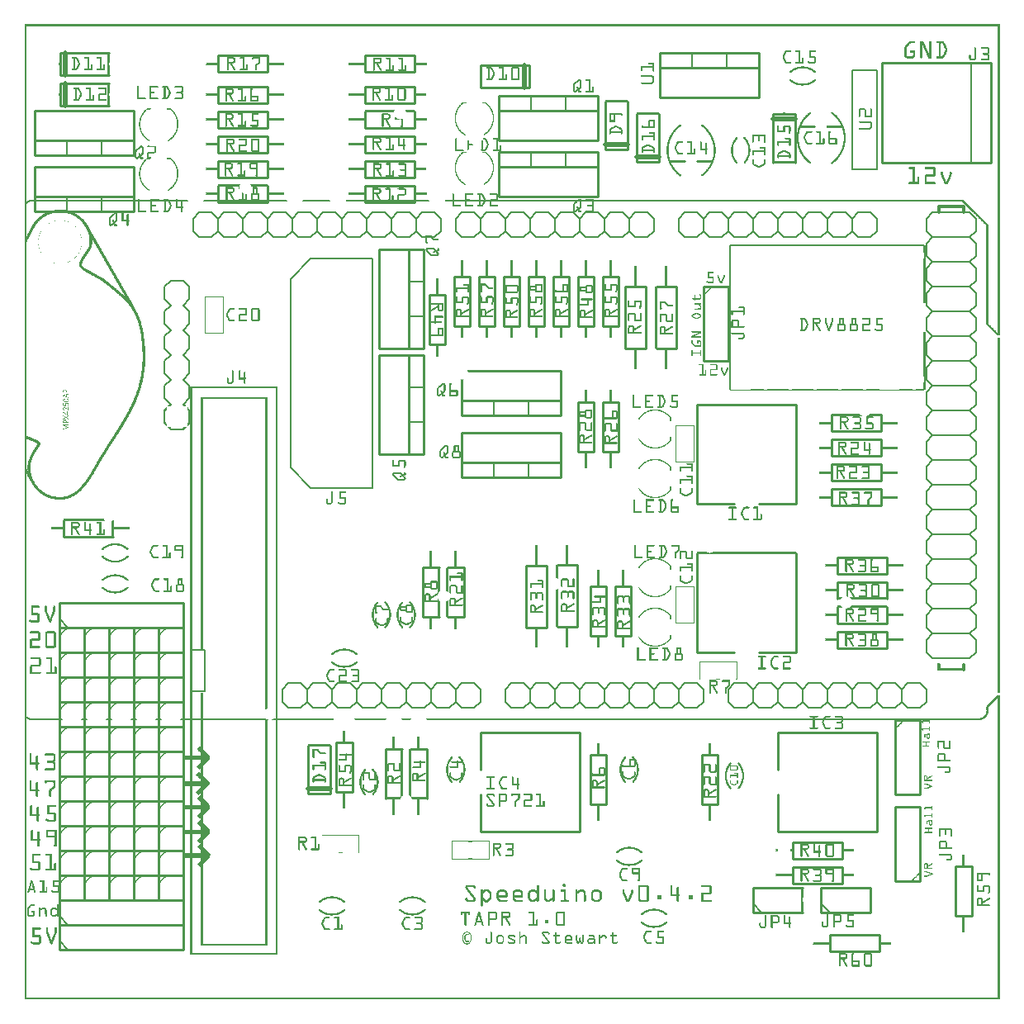
<source format=gto>
G04 MADE WITH FRITZING*
G04 WWW.FRITZING.ORG*
G04 DOUBLE SIDED*
G04 HOLES PLATED*
G04 CONTOUR ON CENTER OF CONTOUR VECTOR*
%ASAXBY*%
%FSLAX23Y23*%
%MOIN*%
%OFA0B0*%
%SFA1.0B1.0*%
%ADD10C,0.176224X0.176224*%
%ADD11R,0.063000X0.173200X0.047000X0.157200*%
%ADD12C,0.008000*%
%ADD13C,0.010000*%
%ADD14C,0.005000*%
%ADD15C,0.012000*%
%ADD16C,0.006000*%
%ADD17C,0.020000*%
%ADD18R,0.001000X0.001000*%
%LNSILK1*%
G90*
G70*
G54D10*
X144Y2148D03*
G54D12*
X673Y1411D02*
X728Y1411D01*
X728Y1245D01*
X673Y1245D01*
X673Y1411D01*
D02*
X666Y2728D02*
X666Y2778D01*
D02*
X666Y2778D02*
X641Y2803D01*
D02*
X591Y2803D02*
X566Y2778D01*
D02*
X641Y2603D02*
X666Y2628D01*
D02*
X666Y2628D02*
X666Y2678D01*
D02*
X666Y2678D02*
X641Y2703D01*
D02*
X591Y2703D02*
X566Y2678D01*
D02*
X566Y2678D02*
X566Y2628D01*
D02*
X566Y2628D02*
X591Y2603D01*
D02*
X666Y2728D02*
X641Y2703D01*
D02*
X591Y2703D02*
X566Y2728D01*
D02*
X566Y2778D02*
X566Y2728D01*
D02*
X666Y2428D02*
X666Y2478D01*
D02*
X666Y2478D02*
X641Y2503D01*
D02*
X591Y2503D02*
X566Y2478D01*
D02*
X641Y2503D02*
X666Y2528D01*
D02*
X666Y2528D02*
X666Y2578D01*
D02*
X666Y2578D02*
X641Y2603D01*
D02*
X591Y2603D02*
X566Y2578D01*
D02*
X566Y2578D02*
X566Y2528D01*
D02*
X566Y2528D02*
X591Y2503D01*
D02*
X666Y2428D02*
X641Y2403D01*
D02*
X591Y2403D02*
X566Y2428D01*
D02*
X566Y2478D02*
X566Y2428D01*
D02*
X666Y2328D02*
X666Y2378D01*
D02*
X641Y2303D02*
X591Y2303D01*
D02*
X566Y2378D02*
X566Y2328D01*
D02*
X666Y2828D02*
X666Y2878D01*
D02*
X666Y2878D02*
X641Y2903D01*
D02*
X591Y2903D02*
X566Y2878D01*
D02*
X666Y2828D02*
X641Y2803D01*
D02*
X591Y2803D02*
X566Y2828D01*
D02*
X566Y2878D02*
X566Y2828D01*
D02*
X641Y2903D02*
X591Y2903D01*
G54D13*
D02*
X3758Y338D02*
X3758Y538D01*
D02*
X3758Y538D02*
X3824Y538D01*
D02*
X3824Y538D02*
X3824Y338D01*
D02*
X3824Y338D02*
X3758Y338D01*
D02*
X3251Y261D02*
X3451Y261D01*
D02*
X3451Y261D02*
X3451Y195D01*
D02*
X3451Y195D02*
X3251Y195D01*
D02*
X3251Y195D02*
X3251Y261D01*
D02*
X141Y1503D02*
X641Y1503D01*
D02*
X641Y1503D02*
X641Y1603D01*
D02*
X641Y1603D02*
X141Y1603D01*
D02*
X141Y1603D02*
X141Y1503D01*
G54D14*
D02*
X176Y1503D02*
X141Y1538D01*
G54D13*
D02*
X141Y203D02*
X641Y203D01*
D02*
X641Y203D02*
X641Y303D01*
D02*
X641Y303D02*
X141Y303D01*
D02*
X141Y303D02*
X141Y203D01*
G54D14*
D02*
X176Y203D02*
X141Y238D01*
G54D13*
D02*
X141Y903D02*
X141Y803D01*
D02*
X141Y803D02*
X241Y803D01*
D02*
X241Y803D02*
X241Y903D01*
D02*
X241Y903D02*
X141Y903D01*
D02*
X141Y1203D02*
X141Y1103D01*
D02*
X141Y1103D02*
X241Y1103D01*
D02*
X241Y1103D02*
X241Y1203D01*
D02*
X241Y1203D02*
X141Y1203D01*
D02*
X141Y303D02*
X641Y303D01*
D02*
X641Y303D02*
X641Y403D01*
D02*
X641Y403D02*
X141Y403D01*
D02*
X141Y403D02*
X141Y303D01*
G54D14*
D02*
X176Y303D02*
X141Y338D01*
G54D13*
D02*
X141Y1403D02*
X141Y1303D01*
D02*
X141Y1303D02*
X241Y1303D01*
D02*
X241Y1303D02*
X241Y1403D01*
D02*
X241Y1403D02*
X141Y1403D01*
D02*
X141Y1303D02*
X141Y1203D01*
D02*
X141Y1203D02*
X241Y1203D01*
D02*
X241Y1203D02*
X241Y1303D01*
D02*
X241Y1303D02*
X141Y1303D01*
D02*
X141Y1103D02*
X141Y1003D01*
D02*
X141Y1003D02*
X241Y1003D01*
D02*
X241Y1003D02*
X241Y1103D01*
D02*
X241Y1103D02*
X141Y1103D01*
D02*
X141Y803D02*
X141Y703D01*
D02*
X141Y703D02*
X241Y703D01*
D02*
X241Y703D02*
X241Y803D01*
D02*
X241Y803D02*
X141Y803D01*
D02*
X141Y503D02*
X141Y403D01*
D02*
X141Y403D02*
X241Y403D01*
D02*
X241Y403D02*
X241Y503D01*
D02*
X241Y503D02*
X141Y503D01*
D02*
X141Y1003D02*
X141Y903D01*
D02*
X141Y903D02*
X241Y903D01*
D02*
X241Y903D02*
X241Y1003D01*
D02*
X241Y1003D02*
X141Y1003D01*
D02*
X141Y1503D02*
X141Y1403D01*
D02*
X141Y1403D02*
X241Y1403D01*
D02*
X241Y1403D02*
X241Y1503D01*
D02*
X241Y1503D02*
X141Y1503D01*
D02*
X141Y703D02*
X141Y603D01*
D02*
X141Y603D02*
X241Y603D01*
D02*
X241Y603D02*
X241Y703D01*
D02*
X241Y703D02*
X141Y703D01*
D02*
X141Y603D02*
X141Y503D01*
D02*
X141Y503D02*
X241Y503D01*
D02*
X241Y503D02*
X241Y603D01*
D02*
X241Y603D02*
X141Y603D01*
D02*
X241Y903D02*
X241Y803D01*
D02*
X241Y803D02*
X341Y803D01*
D02*
X341Y803D02*
X341Y903D01*
D02*
X341Y903D02*
X241Y903D01*
D02*
X241Y1203D02*
X241Y1103D01*
D02*
X241Y1103D02*
X341Y1103D01*
D02*
X341Y1103D02*
X341Y1203D01*
D02*
X341Y1203D02*
X241Y1203D01*
D02*
X241Y1403D02*
X241Y1303D01*
D02*
X241Y1303D02*
X341Y1303D01*
D02*
X341Y1303D02*
X341Y1403D01*
D02*
X341Y1403D02*
X241Y1403D01*
D02*
X241Y1303D02*
X241Y1203D01*
D02*
X241Y1203D02*
X341Y1203D01*
D02*
X341Y1203D02*
X341Y1303D01*
D02*
X341Y1303D02*
X241Y1303D01*
D02*
X241Y1103D02*
X241Y1003D01*
D02*
X241Y1003D02*
X341Y1003D01*
D02*
X341Y1003D02*
X341Y1103D01*
D02*
X341Y1103D02*
X241Y1103D01*
D02*
X241Y803D02*
X241Y703D01*
D02*
X241Y703D02*
X341Y703D01*
D02*
X341Y703D02*
X341Y803D01*
D02*
X341Y803D02*
X241Y803D01*
D02*
X241Y503D02*
X241Y403D01*
D02*
X241Y403D02*
X341Y403D01*
D02*
X341Y403D02*
X341Y503D01*
D02*
X341Y503D02*
X241Y503D01*
D02*
X241Y1003D02*
X241Y903D01*
D02*
X241Y903D02*
X341Y903D01*
D02*
X341Y903D02*
X341Y1003D01*
D02*
X341Y1003D02*
X241Y1003D01*
D02*
X241Y1503D02*
X241Y1403D01*
D02*
X241Y1403D02*
X341Y1403D01*
D02*
X341Y1403D02*
X341Y1503D01*
D02*
X341Y1503D02*
X241Y1503D01*
D02*
X241Y703D02*
X241Y603D01*
D02*
X241Y603D02*
X341Y603D01*
D02*
X341Y603D02*
X341Y703D01*
D02*
X341Y703D02*
X241Y703D01*
D02*
X241Y603D02*
X241Y503D01*
D02*
X241Y503D02*
X341Y503D01*
D02*
X341Y503D02*
X341Y603D01*
D02*
X341Y603D02*
X241Y603D01*
D02*
X341Y903D02*
X341Y803D01*
D02*
X341Y803D02*
X441Y803D01*
D02*
X441Y803D02*
X441Y903D01*
D02*
X441Y903D02*
X341Y903D01*
D02*
X341Y1203D02*
X341Y1103D01*
D02*
X341Y1103D02*
X441Y1103D01*
D02*
X441Y1103D02*
X441Y1203D01*
D02*
X441Y1203D02*
X341Y1203D01*
D02*
X341Y1403D02*
X341Y1303D01*
D02*
X341Y1303D02*
X441Y1303D01*
D02*
X441Y1303D02*
X441Y1403D01*
D02*
X441Y1403D02*
X341Y1403D01*
D02*
X341Y1303D02*
X341Y1203D01*
D02*
X341Y1203D02*
X441Y1203D01*
D02*
X441Y1203D02*
X441Y1303D01*
D02*
X441Y1303D02*
X341Y1303D01*
D02*
X341Y1103D02*
X341Y1003D01*
D02*
X341Y1003D02*
X441Y1003D01*
D02*
X441Y1003D02*
X441Y1103D01*
D02*
X441Y1103D02*
X341Y1103D01*
D02*
X341Y803D02*
X341Y703D01*
D02*
X341Y703D02*
X441Y703D01*
D02*
X441Y703D02*
X441Y803D01*
D02*
X441Y803D02*
X341Y803D01*
D02*
X341Y503D02*
X341Y403D01*
D02*
X341Y403D02*
X441Y403D01*
D02*
X441Y403D02*
X441Y503D01*
D02*
X441Y503D02*
X341Y503D01*
D02*
X341Y1003D02*
X341Y903D01*
D02*
X341Y903D02*
X441Y903D01*
D02*
X441Y903D02*
X441Y1003D01*
D02*
X441Y1003D02*
X341Y1003D01*
D02*
X341Y1503D02*
X341Y1403D01*
D02*
X341Y1403D02*
X441Y1403D01*
D02*
X441Y1403D02*
X441Y1503D01*
D02*
X441Y1503D02*
X341Y1503D01*
D02*
X341Y703D02*
X341Y603D01*
D02*
X341Y603D02*
X441Y603D01*
D02*
X441Y603D02*
X441Y703D01*
D02*
X441Y703D02*
X341Y703D01*
D02*
X341Y603D02*
X341Y503D01*
D02*
X341Y503D02*
X441Y503D01*
D02*
X441Y503D02*
X441Y603D01*
D02*
X441Y603D02*
X341Y603D01*
D02*
X441Y903D02*
X441Y803D01*
D02*
X441Y803D02*
X541Y803D01*
D02*
X541Y803D02*
X541Y903D01*
D02*
X541Y903D02*
X441Y903D01*
D02*
X441Y1203D02*
X441Y1103D01*
D02*
X441Y1103D02*
X541Y1103D01*
D02*
X541Y1103D02*
X541Y1203D01*
D02*
X541Y1203D02*
X441Y1203D01*
D02*
X441Y1403D02*
X441Y1303D01*
D02*
X441Y1303D02*
X541Y1303D01*
D02*
X541Y1303D02*
X541Y1403D01*
D02*
X541Y1403D02*
X441Y1403D01*
D02*
X441Y1303D02*
X441Y1203D01*
D02*
X441Y1203D02*
X541Y1203D01*
D02*
X541Y1203D02*
X541Y1303D01*
D02*
X541Y1303D02*
X441Y1303D01*
D02*
X441Y1103D02*
X441Y1003D01*
D02*
X441Y1003D02*
X541Y1003D01*
D02*
X541Y1003D02*
X541Y1103D01*
D02*
X541Y1103D02*
X441Y1103D01*
D02*
X441Y803D02*
X441Y703D01*
D02*
X441Y703D02*
X541Y703D01*
D02*
X541Y703D02*
X541Y803D01*
D02*
X541Y803D02*
X441Y803D01*
D02*
X441Y503D02*
X441Y403D01*
D02*
X441Y403D02*
X541Y403D01*
D02*
X541Y403D02*
X541Y503D01*
D02*
X541Y503D02*
X441Y503D01*
D02*
X441Y1003D02*
X441Y903D01*
D02*
X441Y903D02*
X541Y903D01*
D02*
X541Y903D02*
X541Y1003D01*
D02*
X541Y1003D02*
X441Y1003D01*
D02*
X441Y1503D02*
X441Y1403D01*
D02*
X441Y1403D02*
X541Y1403D01*
D02*
X541Y1403D02*
X541Y1503D01*
D02*
X541Y1503D02*
X441Y1503D01*
D02*
X441Y703D02*
X441Y603D01*
D02*
X441Y603D02*
X541Y603D01*
D02*
X541Y603D02*
X541Y703D01*
D02*
X541Y703D02*
X441Y703D01*
D02*
X441Y603D02*
X441Y503D01*
D02*
X441Y503D02*
X541Y503D01*
D02*
X541Y503D02*
X541Y603D01*
D02*
X541Y603D02*
X441Y603D01*
D02*
X541Y503D02*
X541Y403D01*
D02*
X541Y403D02*
X641Y403D01*
D02*
X641Y403D02*
X641Y503D01*
D02*
X641Y503D02*
X541Y503D01*
D02*
X541Y603D02*
X541Y503D01*
D02*
X541Y503D02*
X641Y503D01*
D02*
X641Y503D02*
X641Y603D01*
D02*
X641Y603D02*
X541Y603D01*
D02*
X541Y703D02*
X541Y603D01*
D02*
X541Y603D02*
X641Y603D01*
D02*
X641Y603D02*
X641Y703D01*
D02*
X641Y703D02*
X541Y703D01*
D02*
X541Y803D02*
X541Y703D01*
D02*
X541Y703D02*
X641Y703D01*
D02*
X641Y703D02*
X641Y803D01*
D02*
X641Y803D02*
X541Y803D01*
D02*
X541Y903D02*
X541Y803D01*
D02*
X541Y803D02*
X641Y803D01*
D02*
X641Y803D02*
X641Y903D01*
D02*
X641Y903D02*
X541Y903D01*
D02*
X541Y1003D02*
X541Y903D01*
D02*
X541Y903D02*
X641Y903D01*
D02*
X641Y903D02*
X641Y1003D01*
D02*
X641Y1003D02*
X541Y1003D01*
D02*
X541Y1103D02*
X541Y1003D01*
D02*
X541Y1003D02*
X641Y1003D01*
D02*
X641Y1003D02*
X641Y1103D01*
D02*
X641Y1103D02*
X541Y1103D01*
D02*
X541Y1203D02*
X541Y1103D01*
D02*
X541Y1103D02*
X641Y1103D01*
D02*
X641Y1103D02*
X641Y1203D01*
D02*
X641Y1203D02*
X541Y1203D01*
D02*
X541Y1303D02*
X541Y1203D01*
D02*
X541Y1203D02*
X641Y1203D01*
D02*
X641Y1203D02*
X641Y1303D01*
D02*
X641Y1303D02*
X541Y1303D01*
D02*
X541Y1403D02*
X541Y1303D01*
D02*
X541Y1303D02*
X641Y1303D01*
D02*
X641Y1303D02*
X641Y1403D01*
D02*
X641Y1403D02*
X541Y1403D01*
D02*
X541Y1503D02*
X541Y1403D01*
D02*
X541Y1403D02*
X641Y1403D01*
D02*
X641Y1403D02*
X641Y1503D01*
D02*
X641Y1503D02*
X541Y1503D01*
D02*
X1841Y678D02*
X2241Y678D01*
D02*
X2241Y678D02*
X2241Y1078D01*
D02*
X2241Y1078D02*
X1841Y1078D01*
D02*
X1841Y678D02*
X1841Y828D01*
D02*
X1841Y928D02*
X1841Y1078D01*
G54D12*
D02*
X1406Y2991D02*
X1406Y2066D01*
D02*
X1406Y2066D02*
X1156Y2066D01*
D02*
X1156Y2066D02*
X1076Y2148D01*
D02*
X1076Y2148D02*
X1076Y2908D01*
D02*
X1076Y2908D02*
X1156Y2991D01*
D02*
X1156Y2991D02*
X1406Y2991D01*
G54D13*
D02*
X3041Y678D02*
X3441Y678D01*
D02*
X3441Y678D02*
X3441Y1078D01*
D02*
X3441Y1078D02*
X3041Y1078D01*
D02*
X3041Y678D02*
X3041Y828D01*
D02*
X3041Y928D02*
X3041Y1078D01*
G54D15*
D02*
X3791Y1333D02*
X3791Y1353D01*
D02*
X3691Y3178D02*
X3691Y3203D01*
D02*
X3691Y3203D02*
X3791Y3203D01*
D02*
X3791Y3203D02*
X3791Y3178D01*
G54D16*
D02*
X3466Y1278D02*
X3516Y1278D01*
D02*
X3516Y1278D02*
X3541Y1253D01*
D02*
X3541Y1253D02*
X3541Y1203D01*
D02*
X3541Y1203D02*
X3516Y1178D01*
D02*
X3341Y1253D02*
X3366Y1278D01*
D02*
X3366Y1278D02*
X3416Y1278D01*
D02*
X3416Y1278D02*
X3441Y1253D01*
D02*
X3441Y1253D02*
X3441Y1203D01*
D02*
X3441Y1203D02*
X3416Y1178D01*
D02*
X3416Y1178D02*
X3366Y1178D01*
D02*
X3366Y1178D02*
X3341Y1203D01*
D02*
X3466Y1278D02*
X3441Y1253D01*
D02*
X3441Y1203D02*
X3466Y1178D01*
D02*
X3516Y1178D02*
X3466Y1178D01*
D02*
X3166Y1278D02*
X3216Y1278D01*
D02*
X3216Y1278D02*
X3241Y1253D01*
D02*
X3241Y1253D02*
X3241Y1203D01*
D02*
X3241Y1203D02*
X3216Y1178D01*
D02*
X3241Y1253D02*
X3266Y1278D01*
D02*
X3266Y1278D02*
X3316Y1278D01*
D02*
X3316Y1278D02*
X3341Y1253D01*
D02*
X3341Y1253D02*
X3341Y1203D01*
D02*
X3341Y1203D02*
X3316Y1178D01*
D02*
X3316Y1178D02*
X3266Y1178D01*
D02*
X3266Y1178D02*
X3241Y1203D01*
D02*
X3041Y1253D02*
X3066Y1278D01*
D02*
X3066Y1278D02*
X3116Y1278D01*
D02*
X3116Y1278D02*
X3141Y1253D01*
D02*
X3141Y1253D02*
X3141Y1203D01*
D02*
X3141Y1203D02*
X3116Y1178D01*
D02*
X3116Y1178D02*
X3066Y1178D01*
D02*
X3066Y1178D02*
X3041Y1203D01*
D02*
X3166Y1278D02*
X3141Y1253D01*
D02*
X3141Y1203D02*
X3166Y1178D01*
D02*
X3216Y1178D02*
X3166Y1178D01*
D02*
X2866Y1278D02*
X2916Y1278D01*
D02*
X2916Y1278D02*
X2941Y1253D01*
D02*
X2941Y1253D02*
X2941Y1203D01*
D02*
X2941Y1203D02*
X2916Y1178D01*
D02*
X2941Y1253D02*
X2966Y1278D01*
D02*
X2966Y1278D02*
X3016Y1278D01*
D02*
X3016Y1278D02*
X3041Y1253D01*
D02*
X3041Y1253D02*
X3041Y1203D01*
D02*
X3041Y1203D02*
X3016Y1178D01*
D02*
X3016Y1178D02*
X2966Y1178D01*
D02*
X2966Y1178D02*
X2941Y1203D01*
D02*
X2841Y1253D02*
X2841Y1203D01*
D02*
X2866Y1278D02*
X2841Y1253D01*
D02*
X2841Y1203D02*
X2866Y1178D01*
D02*
X2916Y1178D02*
X2866Y1178D01*
D02*
X3566Y1278D02*
X3616Y1278D01*
D02*
X3616Y1278D02*
X3641Y1253D01*
D02*
X3641Y1253D02*
X3641Y1203D01*
D02*
X3641Y1203D02*
X3616Y1178D01*
D02*
X3566Y1278D02*
X3541Y1253D01*
D02*
X3541Y1203D02*
X3566Y1178D01*
D02*
X3616Y1178D02*
X3566Y1178D01*
D02*
X2566Y1278D02*
X2616Y1278D01*
D02*
X2616Y1278D02*
X2641Y1253D01*
D02*
X2641Y1253D02*
X2641Y1203D01*
D02*
X2641Y1203D02*
X2616Y1178D01*
D02*
X2441Y1253D02*
X2466Y1278D01*
D02*
X2466Y1278D02*
X2516Y1278D01*
D02*
X2516Y1278D02*
X2541Y1253D01*
D02*
X2541Y1253D02*
X2541Y1203D01*
D02*
X2541Y1203D02*
X2516Y1178D01*
D02*
X2516Y1178D02*
X2466Y1178D01*
D02*
X2466Y1178D02*
X2441Y1203D01*
D02*
X2566Y1278D02*
X2541Y1253D01*
D02*
X2541Y1203D02*
X2566Y1178D01*
D02*
X2616Y1178D02*
X2566Y1178D01*
D02*
X2266Y1278D02*
X2316Y1278D01*
D02*
X2316Y1278D02*
X2341Y1253D01*
D02*
X2341Y1253D02*
X2341Y1203D01*
D02*
X2341Y1203D02*
X2316Y1178D01*
D02*
X2341Y1253D02*
X2366Y1278D01*
D02*
X2366Y1278D02*
X2416Y1278D01*
D02*
X2416Y1278D02*
X2441Y1253D01*
D02*
X2441Y1253D02*
X2441Y1203D01*
D02*
X2441Y1203D02*
X2416Y1178D01*
D02*
X2416Y1178D02*
X2366Y1178D01*
D02*
X2366Y1178D02*
X2341Y1203D01*
D02*
X2141Y1253D02*
X2166Y1278D01*
D02*
X2166Y1278D02*
X2216Y1278D01*
D02*
X2216Y1278D02*
X2241Y1253D01*
D02*
X2241Y1253D02*
X2241Y1203D01*
D02*
X2241Y1203D02*
X2216Y1178D01*
D02*
X2216Y1178D02*
X2166Y1178D01*
D02*
X2166Y1178D02*
X2141Y1203D01*
D02*
X2266Y1278D02*
X2241Y1253D01*
D02*
X2241Y1203D02*
X2266Y1178D01*
D02*
X2316Y1178D02*
X2266Y1178D01*
D02*
X1966Y1278D02*
X2016Y1278D01*
D02*
X2016Y1278D02*
X2041Y1253D01*
D02*
X2041Y1253D02*
X2041Y1203D01*
D02*
X2041Y1203D02*
X2016Y1178D01*
D02*
X2041Y1253D02*
X2066Y1278D01*
D02*
X2066Y1278D02*
X2116Y1278D01*
D02*
X2116Y1278D02*
X2141Y1253D01*
D02*
X2141Y1253D02*
X2141Y1203D01*
D02*
X2141Y1203D02*
X2116Y1178D01*
D02*
X2116Y1178D02*
X2066Y1178D01*
D02*
X2066Y1178D02*
X2041Y1203D01*
D02*
X1941Y1253D02*
X1941Y1203D01*
D02*
X1966Y1278D02*
X1941Y1253D01*
D02*
X1941Y1203D02*
X1966Y1178D01*
D02*
X2016Y1178D02*
X1966Y1178D01*
D02*
X2666Y1278D02*
X2716Y1278D01*
D02*
X2716Y1278D02*
X2741Y1253D01*
D02*
X2741Y1253D02*
X2741Y1203D01*
D02*
X2741Y1203D02*
X2716Y1178D01*
D02*
X2666Y1278D02*
X2641Y1253D01*
D02*
X2641Y1203D02*
X2666Y1178D01*
D02*
X2716Y1178D02*
X2666Y1178D01*
D02*
X2816Y3078D02*
X2766Y3078D01*
D02*
X2766Y3078D02*
X2741Y3103D01*
D02*
X2741Y3103D02*
X2741Y3153D01*
D02*
X2741Y3153D02*
X2766Y3178D01*
D02*
X2941Y3103D02*
X2916Y3078D01*
D02*
X2916Y3078D02*
X2866Y3078D01*
D02*
X2866Y3078D02*
X2841Y3103D01*
D02*
X2841Y3103D02*
X2841Y3153D01*
D02*
X2841Y3153D02*
X2866Y3178D01*
D02*
X2866Y3178D02*
X2916Y3178D01*
D02*
X2916Y3178D02*
X2941Y3153D01*
D02*
X2816Y3078D02*
X2841Y3103D01*
D02*
X2841Y3153D02*
X2816Y3178D01*
D02*
X2766Y3178D02*
X2816Y3178D01*
D02*
X3116Y3078D02*
X3066Y3078D01*
D02*
X3066Y3078D02*
X3041Y3103D01*
D02*
X3041Y3103D02*
X3041Y3153D01*
D02*
X3041Y3153D02*
X3066Y3178D01*
D02*
X3041Y3103D02*
X3016Y3078D01*
D02*
X3016Y3078D02*
X2966Y3078D01*
D02*
X2966Y3078D02*
X2941Y3103D01*
D02*
X2941Y3103D02*
X2941Y3153D01*
D02*
X2941Y3153D02*
X2966Y3178D01*
D02*
X2966Y3178D02*
X3016Y3178D01*
D02*
X3016Y3178D02*
X3041Y3153D01*
D02*
X3241Y3103D02*
X3216Y3078D01*
D02*
X3216Y3078D02*
X3166Y3078D01*
D02*
X3166Y3078D02*
X3141Y3103D01*
D02*
X3141Y3103D02*
X3141Y3153D01*
D02*
X3141Y3153D02*
X3166Y3178D01*
D02*
X3166Y3178D02*
X3216Y3178D01*
D02*
X3216Y3178D02*
X3241Y3153D01*
D02*
X3116Y3078D02*
X3141Y3103D01*
D02*
X3141Y3153D02*
X3116Y3178D01*
D02*
X3066Y3178D02*
X3116Y3178D01*
D02*
X3416Y3078D02*
X3366Y3078D01*
D02*
X3366Y3078D02*
X3341Y3103D01*
D02*
X3341Y3103D02*
X3341Y3153D01*
D02*
X3341Y3153D02*
X3366Y3178D01*
D02*
X3341Y3103D02*
X3316Y3078D01*
D02*
X3316Y3078D02*
X3266Y3078D01*
D02*
X3266Y3078D02*
X3241Y3103D01*
D02*
X3241Y3103D02*
X3241Y3153D01*
D02*
X3241Y3153D02*
X3266Y3178D01*
D02*
X3266Y3178D02*
X3316Y3178D01*
D02*
X3316Y3178D02*
X3341Y3153D01*
D02*
X3441Y3103D02*
X3441Y3153D01*
D02*
X3416Y3078D02*
X3441Y3103D01*
D02*
X3441Y3153D02*
X3416Y3178D01*
D02*
X3366Y3178D02*
X3416Y3178D01*
D02*
X2716Y3078D02*
X2666Y3078D01*
D02*
X2666Y3078D02*
X2641Y3103D01*
D02*
X2641Y3103D02*
X2641Y3153D01*
D02*
X2641Y3153D02*
X2666Y3178D01*
D02*
X2716Y3078D02*
X2741Y3103D01*
D02*
X2741Y3153D02*
X2716Y3178D01*
D02*
X2666Y3178D02*
X2716Y3178D01*
D02*
X1481Y3153D02*
X1506Y3178D01*
D02*
X1506Y3178D02*
X1556Y3178D01*
D02*
X1556Y3178D02*
X1581Y3153D01*
D02*
X1581Y3153D02*
X1581Y3103D01*
D02*
X1581Y3103D02*
X1556Y3078D01*
D02*
X1556Y3078D02*
X1506Y3078D01*
D02*
X1506Y3078D02*
X1481Y3103D01*
D02*
X1306Y3178D02*
X1356Y3178D01*
D02*
X1356Y3178D02*
X1381Y3153D01*
D02*
X1381Y3153D02*
X1381Y3103D01*
D02*
X1381Y3103D02*
X1356Y3078D01*
D02*
X1381Y3153D02*
X1406Y3178D01*
D02*
X1406Y3178D02*
X1456Y3178D01*
D02*
X1456Y3178D02*
X1481Y3153D01*
D02*
X1481Y3153D02*
X1481Y3103D01*
D02*
X1481Y3103D02*
X1456Y3078D01*
D02*
X1456Y3078D02*
X1406Y3078D01*
D02*
X1406Y3078D02*
X1381Y3103D01*
D02*
X1181Y3153D02*
X1206Y3178D01*
D02*
X1206Y3178D02*
X1256Y3178D01*
D02*
X1256Y3178D02*
X1281Y3153D01*
D02*
X1281Y3153D02*
X1281Y3103D01*
D02*
X1281Y3103D02*
X1256Y3078D01*
D02*
X1256Y3078D02*
X1206Y3078D01*
D02*
X1206Y3078D02*
X1181Y3103D01*
D02*
X1306Y3178D02*
X1281Y3153D01*
D02*
X1281Y3103D02*
X1306Y3078D01*
D02*
X1356Y3078D02*
X1306Y3078D01*
D02*
X1006Y3178D02*
X1056Y3178D01*
D02*
X1056Y3178D02*
X1081Y3153D01*
D02*
X1081Y3153D02*
X1081Y3103D01*
D02*
X1081Y3103D02*
X1056Y3078D01*
D02*
X1081Y3153D02*
X1106Y3178D01*
D02*
X1106Y3178D02*
X1156Y3178D01*
D02*
X1156Y3178D02*
X1181Y3153D01*
D02*
X1181Y3153D02*
X1181Y3103D01*
D02*
X1181Y3103D02*
X1156Y3078D01*
D02*
X1156Y3078D02*
X1106Y3078D01*
D02*
X1106Y3078D02*
X1081Y3103D01*
D02*
X881Y3153D02*
X906Y3178D01*
D02*
X906Y3178D02*
X956Y3178D01*
D02*
X956Y3178D02*
X981Y3153D01*
D02*
X981Y3153D02*
X981Y3103D01*
D02*
X981Y3103D02*
X956Y3078D01*
D02*
X956Y3078D02*
X906Y3078D01*
D02*
X906Y3078D02*
X881Y3103D01*
D02*
X1006Y3178D02*
X981Y3153D01*
D02*
X981Y3103D02*
X1006Y3078D01*
D02*
X1056Y3078D02*
X1006Y3078D01*
D02*
X706Y3178D02*
X756Y3178D01*
D02*
X756Y3178D02*
X781Y3153D01*
D02*
X781Y3153D02*
X781Y3103D01*
D02*
X781Y3103D02*
X756Y3078D01*
D02*
X781Y3153D02*
X806Y3178D01*
D02*
X806Y3178D02*
X856Y3178D01*
D02*
X856Y3178D02*
X881Y3153D01*
D02*
X881Y3153D02*
X881Y3103D01*
D02*
X881Y3103D02*
X856Y3078D01*
D02*
X856Y3078D02*
X806Y3078D01*
D02*
X806Y3078D02*
X781Y3103D01*
D02*
X681Y3153D02*
X681Y3103D01*
D02*
X706Y3178D02*
X681Y3153D01*
D02*
X681Y3103D02*
X706Y3078D01*
D02*
X756Y3078D02*
X706Y3078D01*
D02*
X1606Y3178D02*
X1656Y3178D01*
D02*
X1656Y3178D02*
X1681Y3153D01*
D02*
X1681Y3153D02*
X1681Y3103D01*
D02*
X1681Y3103D02*
X1656Y3078D01*
D02*
X1606Y3178D02*
X1581Y3153D01*
D02*
X1581Y3103D02*
X1606Y3078D01*
D02*
X1656Y3078D02*
X1606Y3078D01*
D02*
X1666Y1278D02*
X1716Y1278D01*
D02*
X1716Y1278D02*
X1741Y1253D01*
D02*
X1741Y1253D02*
X1741Y1203D01*
D02*
X1741Y1203D02*
X1716Y1178D01*
D02*
X1541Y1253D02*
X1566Y1278D01*
D02*
X1566Y1278D02*
X1616Y1278D01*
D02*
X1616Y1278D02*
X1641Y1253D01*
D02*
X1641Y1253D02*
X1641Y1203D01*
D02*
X1641Y1203D02*
X1616Y1178D01*
D02*
X1616Y1178D02*
X1566Y1178D01*
D02*
X1566Y1178D02*
X1541Y1203D01*
D02*
X1666Y1278D02*
X1641Y1253D01*
D02*
X1641Y1203D02*
X1666Y1178D01*
D02*
X1716Y1178D02*
X1666Y1178D01*
D02*
X1366Y1278D02*
X1416Y1278D01*
D02*
X1416Y1278D02*
X1441Y1253D01*
D02*
X1441Y1253D02*
X1441Y1203D01*
D02*
X1441Y1203D02*
X1416Y1178D01*
D02*
X1441Y1253D02*
X1466Y1278D01*
D02*
X1466Y1278D02*
X1516Y1278D01*
D02*
X1516Y1278D02*
X1541Y1253D01*
D02*
X1541Y1253D02*
X1541Y1203D01*
D02*
X1541Y1203D02*
X1516Y1178D01*
D02*
X1516Y1178D02*
X1466Y1178D01*
D02*
X1466Y1178D02*
X1441Y1203D01*
D02*
X1241Y1253D02*
X1266Y1278D01*
D02*
X1266Y1278D02*
X1316Y1278D01*
D02*
X1316Y1278D02*
X1341Y1253D01*
D02*
X1341Y1253D02*
X1341Y1203D01*
D02*
X1341Y1203D02*
X1316Y1178D01*
D02*
X1316Y1178D02*
X1266Y1178D01*
D02*
X1266Y1178D02*
X1241Y1203D01*
D02*
X1366Y1278D02*
X1341Y1253D01*
D02*
X1341Y1203D02*
X1366Y1178D01*
D02*
X1416Y1178D02*
X1366Y1178D01*
D02*
X1066Y1278D02*
X1116Y1278D01*
D02*
X1116Y1278D02*
X1141Y1253D01*
D02*
X1141Y1253D02*
X1141Y1203D01*
D02*
X1141Y1203D02*
X1116Y1178D01*
D02*
X1141Y1253D02*
X1166Y1278D01*
D02*
X1166Y1278D02*
X1216Y1278D01*
D02*
X1216Y1278D02*
X1241Y1253D01*
D02*
X1241Y1253D02*
X1241Y1203D01*
D02*
X1241Y1203D02*
X1216Y1178D01*
D02*
X1216Y1178D02*
X1166Y1178D01*
D02*
X1166Y1178D02*
X1141Y1203D01*
D02*
X1041Y1253D02*
X1041Y1203D01*
D02*
X1066Y1278D02*
X1041Y1253D01*
D02*
X1041Y1203D02*
X1066Y1178D01*
D02*
X1116Y1178D02*
X1066Y1178D01*
D02*
X1766Y1278D02*
X1816Y1278D01*
D02*
X1816Y1278D02*
X1841Y1253D01*
D02*
X1841Y1253D02*
X1841Y1203D01*
D02*
X1841Y1203D02*
X1816Y1178D01*
D02*
X1766Y1278D02*
X1741Y1253D01*
D02*
X1741Y1203D02*
X1766Y1178D01*
D02*
X1816Y1178D02*
X1766Y1178D01*
D02*
X1916Y3078D02*
X1866Y3078D01*
D02*
X1866Y3078D02*
X1841Y3103D01*
D02*
X1841Y3103D02*
X1841Y3153D01*
D02*
X1841Y3153D02*
X1866Y3178D01*
D02*
X2041Y3103D02*
X2016Y3078D01*
D02*
X2016Y3078D02*
X1966Y3078D01*
D02*
X1966Y3078D02*
X1941Y3103D01*
D02*
X1941Y3103D02*
X1941Y3153D01*
D02*
X1941Y3153D02*
X1966Y3178D01*
D02*
X1966Y3178D02*
X2016Y3178D01*
D02*
X2016Y3178D02*
X2041Y3153D01*
D02*
X1916Y3078D02*
X1941Y3103D01*
D02*
X1941Y3153D02*
X1916Y3178D01*
D02*
X1866Y3178D02*
X1916Y3178D01*
D02*
X2216Y3078D02*
X2166Y3078D01*
D02*
X2166Y3078D02*
X2141Y3103D01*
D02*
X2141Y3103D02*
X2141Y3153D01*
D02*
X2141Y3153D02*
X2166Y3178D01*
D02*
X2141Y3103D02*
X2116Y3078D01*
D02*
X2116Y3078D02*
X2066Y3078D01*
D02*
X2066Y3078D02*
X2041Y3103D01*
D02*
X2041Y3103D02*
X2041Y3153D01*
D02*
X2041Y3153D02*
X2066Y3178D01*
D02*
X2066Y3178D02*
X2116Y3178D01*
D02*
X2116Y3178D02*
X2141Y3153D01*
D02*
X2341Y3103D02*
X2316Y3078D01*
D02*
X2316Y3078D02*
X2266Y3078D01*
D02*
X2266Y3078D02*
X2241Y3103D01*
D02*
X2241Y3103D02*
X2241Y3153D01*
D02*
X2241Y3153D02*
X2266Y3178D01*
D02*
X2266Y3178D02*
X2316Y3178D01*
D02*
X2316Y3178D02*
X2341Y3153D01*
D02*
X2216Y3078D02*
X2241Y3103D01*
D02*
X2241Y3153D02*
X2216Y3178D01*
D02*
X2166Y3178D02*
X2216Y3178D01*
D02*
X2516Y3078D02*
X2466Y3078D01*
D02*
X2466Y3078D02*
X2441Y3103D01*
D02*
X2441Y3103D02*
X2441Y3153D01*
D02*
X2441Y3153D02*
X2466Y3178D01*
D02*
X2441Y3103D02*
X2416Y3078D01*
D02*
X2416Y3078D02*
X2366Y3078D01*
D02*
X2366Y3078D02*
X2341Y3103D01*
D02*
X2341Y3103D02*
X2341Y3153D01*
D02*
X2341Y3153D02*
X2366Y3178D01*
D02*
X2366Y3178D02*
X2416Y3178D01*
D02*
X2416Y3178D02*
X2441Y3153D01*
D02*
X2541Y3103D02*
X2541Y3153D01*
D02*
X2516Y3078D02*
X2541Y3103D01*
D02*
X2541Y3153D02*
X2516Y3178D01*
D02*
X2466Y3178D02*
X2516Y3178D01*
D02*
X1816Y3078D02*
X1766Y3078D01*
D02*
X1766Y3078D02*
X1741Y3103D01*
D02*
X1741Y3103D02*
X1741Y3153D01*
D02*
X1741Y3153D02*
X1766Y3178D01*
D02*
X1816Y3078D02*
X1841Y3103D01*
D02*
X1841Y3153D02*
X1816Y3178D01*
D02*
X1766Y3178D02*
X1816Y3178D01*
D02*
X3666Y3178D02*
X3641Y3153D01*
D02*
X3641Y3153D02*
X3641Y3103D01*
D02*
X3641Y3103D02*
X3666Y3078D01*
D02*
X3666Y3078D02*
X3641Y3053D01*
D02*
X3641Y3053D02*
X3641Y3003D01*
D02*
X3641Y3003D02*
X3666Y2978D01*
D02*
X3666Y2978D02*
X3641Y2953D01*
D02*
X3641Y2953D02*
X3641Y2903D01*
D02*
X3641Y2903D02*
X3666Y2878D01*
D02*
X3666Y2878D02*
X3641Y2853D01*
D02*
X3641Y2853D02*
X3641Y2803D01*
D02*
X3641Y2803D02*
X3666Y2778D01*
D02*
X3666Y2778D02*
X3641Y2753D01*
D02*
X3641Y2753D02*
X3641Y2703D01*
D02*
X3641Y2703D02*
X3666Y2678D01*
D02*
X3666Y2678D02*
X3641Y2653D01*
D02*
X3641Y2653D02*
X3641Y2603D01*
D02*
X3641Y2603D02*
X3666Y2578D01*
D02*
X3666Y3178D02*
X3816Y3178D01*
D02*
X3816Y3178D02*
X3841Y3153D01*
D02*
X3841Y3153D02*
X3841Y3103D01*
D02*
X3841Y3103D02*
X3816Y3078D01*
D02*
X3816Y3078D02*
X3841Y3053D01*
D02*
X3841Y3053D02*
X3841Y3003D01*
D02*
X3841Y3003D02*
X3816Y2978D01*
D02*
X3816Y2978D02*
X3841Y2953D01*
D02*
X3841Y2953D02*
X3841Y2903D01*
D02*
X3841Y2903D02*
X3816Y2878D01*
D02*
X3816Y2878D02*
X3841Y2853D01*
D02*
X3841Y2853D02*
X3841Y2803D01*
D02*
X3841Y2803D02*
X3816Y2778D01*
D02*
X3816Y2778D02*
X3841Y2753D01*
D02*
X3841Y2753D02*
X3841Y2703D01*
D02*
X3841Y2703D02*
X3816Y2678D01*
D02*
X3816Y2678D02*
X3841Y2653D01*
D02*
X3841Y2653D02*
X3841Y2603D01*
D02*
X3841Y2603D02*
X3816Y2578D01*
D02*
X3816Y2578D02*
X3841Y2553D01*
D02*
X3841Y2553D02*
X3841Y2503D01*
D02*
X3841Y2503D02*
X3816Y2478D01*
D02*
X3816Y2478D02*
X3841Y2453D01*
D02*
X3841Y2453D02*
X3841Y2403D01*
D02*
X3841Y2403D02*
X3816Y2378D01*
D02*
X3816Y2378D02*
X3841Y2353D01*
D02*
X3841Y2353D02*
X3841Y2303D01*
D02*
X3841Y2303D02*
X3816Y2278D01*
D02*
X3816Y2278D02*
X3841Y2253D01*
D02*
X3841Y2253D02*
X3841Y2203D01*
D02*
X3841Y2203D02*
X3816Y2178D01*
D02*
X3816Y2178D02*
X3841Y2153D01*
D02*
X3841Y2153D02*
X3841Y2103D01*
D02*
X3841Y2103D02*
X3816Y2078D01*
D02*
X3816Y2078D02*
X3841Y2053D01*
D02*
X3841Y2053D02*
X3841Y2003D01*
D02*
X3816Y1978D02*
X3841Y2003D01*
D02*
X3816Y1978D02*
X3841Y1953D01*
D02*
X3841Y1903D02*
X3841Y1953D01*
D02*
X3841Y1903D02*
X3816Y1878D01*
D02*
X3816Y1878D02*
X3841Y1853D01*
D02*
X3841Y1803D02*
X3841Y1853D01*
D02*
X3841Y1803D02*
X3816Y1778D01*
D02*
X3816Y1778D02*
X3841Y1753D01*
D02*
X3841Y1703D02*
X3841Y1753D01*
D02*
X3841Y1703D02*
X3816Y1678D01*
D02*
X3816Y1678D02*
X3841Y1653D01*
D02*
X3841Y1603D02*
X3841Y1653D01*
D02*
X3841Y1603D02*
X3816Y1578D01*
D02*
X3816Y1578D02*
X3841Y1553D01*
D02*
X3841Y1503D02*
X3841Y1553D01*
D02*
X3841Y1503D02*
X3816Y1478D01*
D02*
X3816Y1478D02*
X3841Y1453D01*
D02*
X3841Y1403D02*
X3841Y1453D01*
D02*
X3841Y1403D02*
X3816Y1378D01*
D02*
X3666Y1378D02*
X3641Y1403D01*
D02*
X3641Y1403D02*
X3641Y1453D01*
D02*
X3666Y1478D02*
X3641Y1453D01*
D02*
X3666Y1478D02*
X3641Y1503D01*
D02*
X3641Y1503D02*
X3641Y1553D01*
D02*
X3666Y1578D02*
X3641Y1553D01*
D02*
X3666Y1578D02*
X3641Y1603D01*
D02*
X3641Y1653D02*
X3641Y1603D01*
D02*
X3641Y1653D02*
X3666Y1678D01*
D02*
X3666Y1678D02*
X3641Y1703D01*
D02*
X3641Y1753D02*
X3641Y1703D01*
D02*
X3641Y1753D02*
X3666Y1778D01*
D02*
X3666Y1778D02*
X3641Y1803D01*
D02*
X3641Y1803D02*
X3641Y1853D01*
D02*
X3666Y1878D02*
X3641Y1853D01*
D02*
X3666Y1878D02*
X3641Y1903D01*
D02*
X3641Y1903D02*
X3641Y1953D01*
D02*
X3666Y1978D02*
X3641Y1953D01*
D02*
X3666Y1978D02*
X3641Y2003D01*
D02*
X3641Y2003D02*
X3641Y2053D01*
D02*
X3666Y2078D02*
X3641Y2053D01*
D02*
X3666Y2078D02*
X3641Y2103D01*
D02*
X3641Y2103D02*
X3641Y2153D01*
D02*
X3666Y2178D02*
X3641Y2153D01*
D02*
X3666Y2178D02*
X3641Y2203D01*
D02*
X3641Y2203D02*
X3641Y2253D01*
D02*
X3666Y2278D02*
X3641Y2253D01*
D02*
X3666Y2278D02*
X3641Y2303D01*
D02*
X3641Y2303D02*
X3641Y2353D01*
D02*
X3666Y2378D02*
X3641Y2353D01*
D02*
X3666Y2378D02*
X3641Y2403D01*
D02*
X3641Y2403D02*
X3641Y2453D01*
D02*
X3666Y2478D02*
X3641Y2453D01*
D02*
X3666Y2478D02*
X3641Y2503D01*
D02*
X3641Y2503D02*
X3641Y2553D01*
D02*
X3666Y2578D02*
X3641Y2553D01*
D02*
X3816Y3078D02*
X3666Y3078D01*
D02*
X3816Y2978D02*
X3666Y2978D01*
D02*
X3816Y2878D02*
X3666Y2878D01*
D02*
X3816Y2778D02*
X3666Y2778D01*
D02*
X3816Y2678D02*
X3666Y2678D01*
D02*
X3816Y2578D02*
X3666Y2578D01*
D02*
X3816Y2478D02*
X3666Y2478D01*
D02*
X3816Y2378D02*
X3666Y2378D01*
D02*
X3816Y2278D02*
X3666Y2278D01*
D02*
X3816Y2178D02*
X3666Y2178D01*
D02*
X3816Y2078D02*
X3666Y2078D01*
D02*
X3816Y1978D02*
X3666Y1978D01*
D02*
X3816Y1878D02*
X3666Y1878D01*
D02*
X3816Y1778D02*
X3666Y1778D01*
D02*
X3816Y1678D02*
X3666Y1678D01*
D02*
X3816Y1578D02*
X3666Y1578D01*
D02*
X3816Y1478D02*
X3666Y1478D01*
D02*
X3816Y1378D02*
X3666Y1378D01*
G54D13*
D02*
X1611Y2603D02*
X1611Y2203D01*
D02*
X1611Y2203D02*
X1431Y2203D01*
D02*
X1431Y2203D02*
X1431Y2603D01*
D02*
X1431Y2603D02*
X1611Y2603D01*
D02*
X1611Y2603D02*
X1611Y2203D01*
D02*
X1611Y2203D02*
X1551Y2203D01*
D02*
X1551Y2203D02*
X1551Y2603D01*
D02*
X1551Y2603D02*
X1611Y2603D01*
G54D14*
D02*
X1611Y2473D02*
X1551Y2473D01*
D02*
X1611Y2333D02*
X1551Y2333D01*
G54D13*
D02*
X2166Y2358D02*
X1766Y2358D01*
D02*
X2166Y2538D02*
X2166Y2358D01*
D02*
X2166Y2358D02*
X1766Y2358D01*
D02*
X1766Y2358D02*
X1766Y2418D01*
D02*
X1766Y2418D02*
X2166Y2418D01*
D02*
X2166Y2418D02*
X2166Y2358D01*
G54D14*
D02*
X2036Y2358D02*
X2036Y2418D01*
D02*
X1896Y2358D02*
X1896Y2418D01*
G54D13*
D02*
X1611Y3028D02*
X1611Y2628D01*
D02*
X1611Y2628D02*
X1431Y2628D01*
D02*
X1431Y2628D02*
X1431Y3028D01*
D02*
X1431Y3028D02*
X1611Y3028D01*
D02*
X1611Y3028D02*
X1611Y2628D01*
D02*
X1611Y2628D02*
X1551Y2628D01*
D02*
X1551Y2628D02*
X1551Y3028D01*
D02*
X1551Y3028D02*
X1611Y3028D01*
G54D14*
D02*
X1611Y2898D02*
X1551Y2898D01*
D02*
X1611Y2758D02*
X1551Y2758D01*
G54D13*
D02*
X2166Y2108D02*
X1766Y2108D01*
D02*
X1766Y2108D02*
X1766Y2288D01*
D02*
X1766Y2288D02*
X2166Y2288D01*
D02*
X2166Y2288D02*
X2166Y2108D01*
D02*
X2166Y2108D02*
X1766Y2108D01*
D02*
X1766Y2108D02*
X1766Y2168D01*
D02*
X1766Y2168D02*
X2166Y2168D01*
D02*
X2166Y2168D02*
X2166Y2108D01*
G54D14*
D02*
X2036Y2108D02*
X2036Y2168D01*
D02*
X1896Y2108D02*
X1896Y2168D01*
G54D13*
D02*
X1258Y838D02*
X1258Y1038D01*
D02*
X1258Y1038D02*
X1324Y1038D01*
D02*
X1324Y1038D02*
X1324Y838D01*
D02*
X1324Y838D02*
X1258Y838D01*
D02*
X2471Y3382D02*
X2471Y3577D01*
D02*
X2561Y3577D02*
X2561Y3382D01*
D02*
X2561Y3382D02*
X2471Y3382D01*
G54D17*
D02*
X2561Y3402D02*
X2471Y3402D01*
G54D13*
D02*
X357Y1870D02*
X157Y1870D01*
D02*
X157Y1870D02*
X157Y1936D01*
D02*
X3616Y478D02*
X3616Y778D01*
D02*
X3616Y778D02*
X3516Y778D01*
D02*
X3516Y778D02*
X3516Y478D01*
D02*
X3516Y478D02*
X3616Y478D01*
D02*
X3516Y1128D02*
X3516Y828D01*
D02*
X3516Y828D02*
X3616Y828D01*
D02*
X3616Y828D02*
X3616Y1128D01*
D02*
X3616Y1128D02*
X3516Y1128D01*
D02*
X2741Y2878D02*
X2741Y2578D01*
D02*
X2741Y2578D02*
X2841Y2578D01*
D02*
X2841Y2578D02*
X2841Y2878D01*
D02*
X2841Y2878D02*
X2741Y2878D01*
D02*
X3101Y636D02*
X3301Y636D01*
D02*
X3301Y636D02*
X3301Y570D01*
D02*
X3301Y570D02*
X3101Y570D01*
D02*
X3101Y570D02*
X3101Y636D01*
D02*
X3101Y536D02*
X3301Y536D01*
D02*
X3301Y536D02*
X3301Y470D01*
D02*
X3301Y470D02*
X3101Y470D01*
D02*
X3101Y470D02*
X3101Y536D01*
D02*
X2941Y353D02*
X3141Y353D01*
D02*
X3141Y453D02*
X2941Y453D01*
D02*
X2941Y453D02*
X2941Y353D01*
G54D14*
D02*
X2976Y353D02*
X2941Y388D01*
G54D13*
D02*
X3216Y353D02*
X3416Y353D01*
D02*
X3416Y353D02*
X3416Y453D01*
D02*
X3416Y453D02*
X3216Y453D01*
D02*
X3216Y453D02*
X3216Y353D01*
G54D14*
D02*
X3251Y353D02*
X3216Y388D01*
G54D13*
D02*
X3482Y1420D02*
X3282Y1420D01*
D02*
X3282Y1420D02*
X3282Y1486D01*
D02*
X3282Y1486D02*
X3482Y1486D01*
D02*
X3482Y1486D02*
X3482Y1420D01*
D02*
X2399Y2919D02*
X2399Y2719D01*
D02*
X2399Y2719D02*
X2333Y2719D01*
D02*
X2333Y2719D02*
X2333Y2919D01*
D02*
X2333Y2919D02*
X2399Y2919D01*
D02*
X2299Y2919D02*
X2299Y2719D01*
D02*
X2299Y2719D02*
X2233Y2719D01*
D02*
X2233Y2719D02*
X2233Y2919D01*
D02*
X2233Y2919D02*
X2299Y2919D01*
D02*
X3457Y1995D02*
X3257Y1995D01*
D02*
X3257Y1995D02*
X3257Y2061D01*
D02*
X3257Y2061D02*
X3457Y2061D01*
D02*
X3457Y2061D02*
X3457Y1995D01*
D02*
X3482Y1720D02*
X3282Y1720D01*
D02*
X3282Y1720D02*
X3282Y1786D01*
D02*
X3282Y1786D02*
X3482Y1786D01*
D02*
X3482Y1786D02*
X3482Y1720D01*
D02*
X2199Y2919D02*
X2199Y2719D01*
D02*
X2199Y2719D02*
X2133Y2719D01*
D02*
X2133Y2719D02*
X2133Y2919D01*
D02*
X2133Y2919D02*
X2199Y2919D01*
D02*
X1699Y2844D02*
X1699Y2644D01*
D02*
X1699Y2644D02*
X1633Y2644D01*
D02*
X1633Y2644D02*
X1633Y2844D01*
D02*
X1633Y2844D02*
X1699Y2844D01*
D02*
X3457Y2295D02*
X3257Y2295D01*
D02*
X3257Y2295D02*
X3257Y2361D01*
D02*
X3457Y2361D02*
X3457Y2295D01*
D02*
X2566Y3823D02*
X2966Y3823D01*
D02*
X2966Y3823D02*
X2966Y3643D01*
D02*
X2966Y3643D02*
X2566Y3643D01*
D02*
X2566Y3643D02*
X2566Y3823D01*
D02*
X2566Y3823D02*
X2966Y3823D01*
D02*
X2966Y3823D02*
X2966Y3763D01*
D02*
X2966Y3763D02*
X2566Y3763D01*
D02*
X2566Y3763D02*
X2566Y3823D01*
G54D14*
D02*
X2696Y3823D02*
X2696Y3763D01*
D02*
X2836Y3823D02*
X2836Y3763D01*
G54D13*
D02*
X3111Y3574D02*
X3111Y3379D01*
D02*
X3021Y3379D02*
X3021Y3574D01*
D02*
X3021Y3574D02*
X3111Y3574D01*
G54D17*
D02*
X3021Y3554D02*
X3111Y3554D01*
G54D14*
D02*
X3341Y3353D02*
X3441Y3353D01*
D02*
X3441Y3353D02*
X3441Y3753D01*
D02*
X3441Y3753D02*
X3341Y3753D01*
D02*
X3341Y3753D02*
X3341Y3353D01*
G54D13*
D02*
X3116Y1403D02*
X3116Y1803D01*
D02*
X2716Y1803D02*
X2716Y1403D01*
D02*
X3116Y1403D02*
X2966Y1403D01*
D02*
X2866Y1403D02*
X2716Y1403D01*
D02*
X3116Y2003D02*
X3116Y2403D01*
D02*
X3116Y2403D02*
X2716Y2403D01*
D02*
X2716Y2403D02*
X2716Y2003D01*
D02*
X3116Y2003D02*
X2966Y2003D01*
D02*
X2866Y2003D02*
X2716Y2003D01*
D02*
X3482Y1520D02*
X3282Y1520D01*
D02*
X3282Y1520D02*
X3282Y1586D01*
D02*
X3482Y1586D02*
X3482Y1520D01*
D02*
X1899Y2919D02*
X1899Y2719D01*
D02*
X1899Y2719D02*
X1833Y2719D01*
D02*
X1833Y2719D02*
X1833Y2919D01*
D02*
X1833Y2919D02*
X1899Y2919D01*
D02*
X1999Y2919D02*
X1999Y2719D01*
D02*
X1999Y2719D02*
X1933Y2719D01*
D02*
X1933Y2719D02*
X1933Y2919D01*
D02*
X1933Y2919D02*
X1999Y2919D01*
D02*
X3457Y2095D02*
X3257Y2095D01*
D02*
X3257Y2095D02*
X3257Y2161D01*
D02*
X3257Y2161D02*
X3457Y2161D01*
D02*
X3457Y2161D02*
X3457Y2095D01*
D02*
X3282Y1620D02*
X3282Y1686D01*
D02*
X3282Y1686D02*
X3482Y1686D01*
D02*
X3482Y1686D02*
X3482Y1620D01*
D02*
X2099Y2919D02*
X2099Y2719D01*
D02*
X2099Y2719D02*
X2033Y2719D01*
D02*
X2033Y2719D02*
X2033Y2919D01*
D02*
X2033Y2919D02*
X2099Y2919D01*
D02*
X1799Y2919D02*
X1799Y2719D01*
D02*
X1799Y2719D02*
X1733Y2719D01*
D02*
X1733Y2719D02*
X1733Y2919D01*
D02*
X1733Y2919D02*
X1799Y2919D01*
D02*
X3457Y2195D02*
X3257Y2195D01*
D02*
X3257Y2195D02*
X3257Y2261D01*
D02*
X3257Y2261D02*
X3457Y2261D01*
D02*
X3457Y2261D02*
X3457Y2195D01*
D02*
X2025Y1503D02*
X2025Y1753D01*
D02*
X2025Y1753D02*
X2107Y1753D01*
D02*
X2107Y1753D02*
X2107Y1503D01*
D02*
X2107Y1503D02*
X2025Y1503D01*
D02*
X2632Y2878D02*
X2632Y2628D01*
D02*
X2632Y2628D02*
X2550Y2628D01*
D02*
X2232Y1754D02*
X2232Y1504D01*
D02*
X2232Y1504D02*
X2150Y1504D01*
D02*
X2150Y1754D02*
X2232Y1754D01*
D02*
X2507Y2879D02*
X2507Y2629D01*
D02*
X2507Y2629D02*
X2425Y2629D01*
D02*
X2425Y2629D02*
X2425Y2879D01*
D02*
X2425Y2879D02*
X2507Y2879D01*
D02*
X2449Y1669D02*
X2449Y1469D01*
D02*
X2449Y1469D02*
X2383Y1469D01*
D02*
X2383Y1469D02*
X2383Y1669D01*
D02*
X2383Y1669D02*
X2449Y1669D01*
D02*
X2233Y2213D02*
X2233Y2413D01*
D02*
X2233Y2413D02*
X2299Y2413D01*
D02*
X2299Y2413D02*
X2299Y2213D01*
D02*
X2299Y2213D02*
X2233Y2213D01*
D02*
X2349Y1669D02*
X2349Y1469D01*
D02*
X2349Y1469D02*
X2283Y1469D01*
D02*
X2283Y1469D02*
X2283Y1669D01*
D02*
X2283Y1669D02*
X2349Y1669D01*
D02*
X2333Y2213D02*
X2333Y2413D01*
D02*
X2333Y2413D02*
X2399Y2413D01*
D02*
X2399Y2413D02*
X2399Y2213D01*
D02*
X2399Y2213D02*
X2333Y2213D01*
D02*
X1774Y1744D02*
X1774Y1544D01*
D02*
X1774Y1544D02*
X1708Y1544D01*
D02*
X1708Y1744D02*
X1774Y1744D01*
D02*
X1558Y1013D02*
X1624Y1013D01*
D02*
X1624Y1013D02*
X1624Y813D01*
D02*
X1458Y813D02*
X1458Y1013D01*
D02*
X1458Y1013D02*
X1524Y1013D01*
D02*
X1146Y832D02*
X1146Y1027D01*
D02*
X1236Y1027D02*
X1236Y832D01*
D02*
X1236Y832D02*
X1146Y832D01*
G54D17*
D02*
X1236Y852D02*
X1146Y852D01*
G54D13*
D02*
X2733Y788D02*
X2733Y988D01*
D02*
X2733Y988D02*
X2799Y988D01*
D02*
X2799Y988D02*
X2799Y788D01*
D02*
X2799Y788D02*
X2733Y788D01*
D02*
X2283Y788D02*
X2283Y988D01*
D02*
X2283Y988D02*
X2349Y988D01*
D02*
X2349Y988D02*
X2349Y788D01*
D02*
X2349Y788D02*
X2283Y788D01*
D02*
X1674Y1544D02*
X1608Y1544D01*
D02*
X1608Y1544D02*
X1608Y1744D01*
D02*
X1608Y1744D02*
X1674Y1744D01*
D02*
X982Y3220D02*
X782Y3220D01*
D02*
X782Y3220D02*
X782Y3286D01*
D02*
X982Y3286D02*
X982Y3220D01*
D02*
X1376Y3286D02*
X1576Y3286D01*
D02*
X1576Y3286D02*
X1576Y3220D01*
D02*
X1576Y3220D02*
X1376Y3220D01*
D02*
X1376Y3220D02*
X1376Y3286D01*
D02*
X982Y3520D02*
X782Y3520D01*
D02*
X782Y3520D02*
X782Y3586D01*
D02*
X782Y3586D02*
X982Y3586D01*
D02*
X982Y3586D02*
X982Y3520D01*
D02*
X1576Y3586D02*
X1576Y3520D01*
D02*
X1576Y3520D02*
X1376Y3520D01*
D02*
X1376Y3520D02*
X1376Y3586D01*
D02*
X145Y3698D02*
X340Y3698D01*
D02*
X340Y3608D02*
X145Y3608D01*
D02*
X145Y3608D02*
X145Y3698D01*
G54D17*
D02*
X165Y3608D02*
X165Y3698D01*
G54D13*
D02*
X2037Y3683D02*
X1842Y3683D01*
D02*
X1842Y3773D02*
X2037Y3773D01*
D02*
X2037Y3773D02*
X2037Y3683D01*
G54D17*
D02*
X2017Y3773D02*
X2017Y3683D01*
G54D13*
D02*
X145Y3823D02*
X340Y3823D01*
D02*
X340Y3733D02*
X145Y3733D01*
D02*
X145Y3733D02*
X145Y3823D01*
G54D17*
D02*
X165Y3733D02*
X165Y3823D01*
G54D13*
D02*
X2346Y3432D02*
X2346Y3627D01*
D02*
X2436Y3627D02*
X2436Y3432D01*
D02*
X2436Y3432D02*
X2346Y3432D01*
G54D17*
D02*
X2436Y3452D02*
X2346Y3452D01*
G54D13*
D02*
X441Y3183D02*
X41Y3183D01*
D02*
X41Y3183D02*
X41Y3363D01*
D02*
X41Y3363D02*
X441Y3363D01*
D02*
X441Y3363D02*
X441Y3183D01*
D02*
X441Y3183D02*
X41Y3183D01*
D02*
X41Y3183D02*
X41Y3243D01*
D02*
X41Y3243D02*
X441Y3243D01*
D02*
X441Y3243D02*
X441Y3183D01*
G54D14*
D02*
X311Y3183D02*
X311Y3243D01*
D02*
X171Y3183D02*
X171Y3243D01*
G54D13*
D02*
X1916Y3423D02*
X2316Y3423D01*
D02*
X2316Y3423D02*
X2316Y3243D01*
D02*
X2316Y3243D02*
X1916Y3243D01*
D02*
X1916Y3243D02*
X1916Y3423D01*
D02*
X1916Y3423D02*
X2316Y3423D01*
D02*
X2316Y3423D02*
X2316Y3363D01*
D02*
X2316Y3363D02*
X1916Y3363D01*
D02*
X1916Y3363D02*
X1916Y3423D01*
G54D14*
D02*
X2046Y3423D02*
X2046Y3363D01*
D02*
X2186Y3423D02*
X2186Y3363D01*
G54D13*
D02*
X442Y3409D02*
X42Y3409D01*
D02*
X42Y3409D02*
X42Y3589D01*
D02*
X42Y3589D02*
X442Y3589D01*
D02*
X442Y3589D02*
X442Y3409D01*
D02*
X442Y3409D02*
X42Y3409D01*
D02*
X42Y3409D02*
X42Y3469D01*
D02*
X42Y3469D02*
X442Y3469D01*
D02*
X442Y3469D02*
X442Y3409D01*
G54D14*
D02*
X312Y3409D02*
X312Y3469D01*
D02*
X172Y3409D02*
X172Y3469D01*
G54D13*
D02*
X1916Y3648D02*
X2316Y3648D01*
D02*
X2316Y3648D02*
X2316Y3468D01*
D02*
X2316Y3468D02*
X1916Y3468D01*
D02*
X1916Y3468D02*
X1916Y3648D01*
D02*
X1916Y3648D02*
X2316Y3648D01*
D02*
X2316Y3648D02*
X2316Y3588D01*
D02*
X2316Y3588D02*
X1916Y3588D01*
D02*
X1916Y3588D02*
X1916Y3648D01*
G54D14*
D02*
X2046Y3648D02*
X2046Y3588D01*
D02*
X2186Y3648D02*
X2186Y3588D01*
G54D13*
D02*
X982Y3320D02*
X782Y3320D01*
D02*
X782Y3320D02*
X782Y3386D01*
D02*
X782Y3386D02*
X982Y3386D01*
D02*
X982Y3386D02*
X982Y3320D01*
D02*
X1375Y3385D02*
X1575Y3385D01*
D02*
X1575Y3385D02*
X1575Y3319D01*
D02*
X1575Y3319D02*
X1375Y3319D01*
D02*
X1375Y3319D02*
X1375Y3385D01*
D02*
X982Y3620D02*
X782Y3620D01*
D02*
X782Y3620D02*
X782Y3686D01*
D02*
X782Y3686D02*
X982Y3686D01*
D02*
X982Y3686D02*
X982Y3620D01*
D02*
X1375Y3685D02*
X1575Y3685D01*
D02*
X1575Y3685D02*
X1575Y3619D01*
D02*
X1575Y3619D02*
X1375Y3619D01*
D02*
X1375Y3619D02*
X1375Y3685D01*
D02*
X982Y3420D02*
X782Y3420D01*
D02*
X782Y3420D02*
X782Y3486D01*
D02*
X782Y3486D02*
X982Y3486D01*
D02*
X982Y3486D02*
X982Y3420D01*
D02*
X1376Y3486D02*
X1576Y3486D01*
D02*
X1576Y3486D02*
X1576Y3420D01*
D02*
X1576Y3420D02*
X1376Y3420D01*
D02*
X1376Y3420D02*
X1376Y3486D01*
D02*
X982Y3745D02*
X782Y3745D01*
D02*
X782Y3745D02*
X782Y3811D01*
D02*
X782Y3811D02*
X982Y3811D01*
D02*
X982Y3811D02*
X982Y3745D01*
D02*
X1376Y3811D02*
X1576Y3811D01*
D02*
X1576Y3811D02*
X1576Y3745D01*
D02*
X1576Y3745D02*
X1376Y3745D01*
D02*
X1376Y3745D02*
X1376Y3811D01*
D02*
X3461Y3781D02*
X3461Y3378D01*
D02*
X3461Y3378D02*
X3901Y3378D01*
D02*
X3901Y3378D02*
X3901Y3781D01*
D02*
X3901Y3781D02*
X3461Y3781D01*
G54D14*
D02*
X3821Y3378D02*
X3821Y3781D01*
G54D18*
X0Y3937D02*
X3936Y3937D01*
X0Y3936D02*
X3936Y3936D01*
X0Y3935D02*
X3936Y3935D01*
X0Y3934D02*
X3936Y3934D01*
X0Y3933D02*
X3936Y3933D01*
X0Y3932D02*
X3936Y3932D01*
X0Y3931D02*
X3936Y3931D01*
X0Y3930D02*
X3936Y3930D01*
X0Y3929D02*
X7Y3929D01*
X3929Y3929D02*
X3936Y3929D01*
X0Y3928D02*
X7Y3928D01*
X3929Y3928D02*
X3936Y3928D01*
X0Y3927D02*
X7Y3927D01*
X3929Y3927D02*
X3936Y3927D01*
X0Y3926D02*
X7Y3926D01*
X3929Y3926D02*
X3936Y3926D01*
X0Y3925D02*
X7Y3925D01*
X3929Y3925D02*
X3936Y3925D01*
X0Y3924D02*
X7Y3924D01*
X3929Y3924D02*
X3936Y3924D01*
X0Y3923D02*
X7Y3923D01*
X3929Y3923D02*
X3936Y3923D01*
X0Y3922D02*
X7Y3922D01*
X3929Y3922D02*
X3936Y3922D01*
X0Y3921D02*
X7Y3921D01*
X3929Y3921D02*
X3936Y3921D01*
X0Y3920D02*
X7Y3920D01*
X3929Y3920D02*
X3936Y3920D01*
X0Y3919D02*
X7Y3919D01*
X3929Y3919D02*
X3936Y3919D01*
X0Y3918D02*
X7Y3918D01*
X3929Y3918D02*
X3936Y3918D01*
X0Y3917D02*
X7Y3917D01*
X3929Y3917D02*
X3936Y3917D01*
X0Y3916D02*
X7Y3916D01*
X3929Y3916D02*
X3936Y3916D01*
X0Y3915D02*
X7Y3915D01*
X3929Y3915D02*
X3936Y3915D01*
X0Y3914D02*
X7Y3914D01*
X3929Y3914D02*
X3936Y3914D01*
X0Y3913D02*
X7Y3913D01*
X3929Y3913D02*
X3936Y3913D01*
X0Y3912D02*
X7Y3912D01*
X3929Y3912D02*
X3936Y3912D01*
X0Y3911D02*
X7Y3911D01*
X3929Y3911D02*
X3936Y3911D01*
X0Y3910D02*
X7Y3910D01*
X3929Y3910D02*
X3936Y3910D01*
X0Y3909D02*
X7Y3909D01*
X3929Y3909D02*
X3936Y3909D01*
X0Y3908D02*
X7Y3908D01*
X3929Y3908D02*
X3936Y3908D01*
X0Y3907D02*
X7Y3907D01*
X3929Y3907D02*
X3936Y3907D01*
X0Y3906D02*
X7Y3906D01*
X3929Y3906D02*
X3936Y3906D01*
X0Y3905D02*
X7Y3905D01*
X3929Y3905D02*
X3936Y3905D01*
X0Y3904D02*
X7Y3904D01*
X3929Y3904D02*
X3936Y3904D01*
X0Y3903D02*
X7Y3903D01*
X3929Y3903D02*
X3936Y3903D01*
X0Y3902D02*
X7Y3902D01*
X3929Y3902D02*
X3936Y3902D01*
X0Y3901D02*
X7Y3901D01*
X3929Y3901D02*
X3936Y3901D01*
X0Y3900D02*
X7Y3900D01*
X3929Y3900D02*
X3936Y3900D01*
X0Y3899D02*
X7Y3899D01*
X3929Y3899D02*
X3936Y3899D01*
X0Y3898D02*
X7Y3898D01*
X3929Y3898D02*
X3936Y3898D01*
X0Y3897D02*
X7Y3897D01*
X3929Y3897D02*
X3936Y3897D01*
X0Y3896D02*
X7Y3896D01*
X3929Y3896D02*
X3936Y3896D01*
X0Y3895D02*
X7Y3895D01*
X3929Y3895D02*
X3936Y3895D01*
X0Y3894D02*
X7Y3894D01*
X3929Y3894D02*
X3936Y3894D01*
X0Y3893D02*
X7Y3893D01*
X3929Y3893D02*
X3936Y3893D01*
X0Y3892D02*
X7Y3892D01*
X3929Y3892D02*
X3936Y3892D01*
X0Y3891D02*
X7Y3891D01*
X3929Y3891D02*
X3936Y3891D01*
X0Y3890D02*
X7Y3890D01*
X3929Y3890D02*
X3936Y3890D01*
X0Y3889D02*
X7Y3889D01*
X3929Y3889D02*
X3936Y3889D01*
X0Y3888D02*
X7Y3888D01*
X3929Y3888D02*
X3936Y3888D01*
X0Y3887D02*
X7Y3887D01*
X3929Y3887D02*
X3936Y3887D01*
X0Y3886D02*
X7Y3886D01*
X3929Y3886D02*
X3936Y3886D01*
X0Y3885D02*
X7Y3885D01*
X3929Y3885D02*
X3936Y3885D01*
X0Y3884D02*
X7Y3884D01*
X3929Y3884D02*
X3936Y3884D01*
X0Y3883D02*
X7Y3883D01*
X3929Y3883D02*
X3936Y3883D01*
X0Y3882D02*
X7Y3882D01*
X3929Y3882D02*
X3936Y3882D01*
X0Y3881D02*
X7Y3881D01*
X3929Y3881D02*
X3936Y3881D01*
X0Y3880D02*
X7Y3880D01*
X3929Y3880D02*
X3936Y3880D01*
X0Y3879D02*
X7Y3879D01*
X3929Y3879D02*
X3936Y3879D01*
X0Y3878D02*
X7Y3878D01*
X3929Y3878D02*
X3936Y3878D01*
X0Y3877D02*
X7Y3877D01*
X3929Y3877D02*
X3936Y3877D01*
X0Y3876D02*
X7Y3876D01*
X3929Y3876D02*
X3936Y3876D01*
X0Y3875D02*
X7Y3875D01*
X3929Y3875D02*
X3936Y3875D01*
X0Y3874D02*
X7Y3874D01*
X3929Y3874D02*
X3936Y3874D01*
X0Y3873D02*
X7Y3873D01*
X3929Y3873D02*
X3936Y3873D01*
X0Y3872D02*
X7Y3872D01*
X3929Y3872D02*
X3936Y3872D01*
X0Y3871D02*
X7Y3871D01*
X3929Y3871D02*
X3936Y3871D01*
X0Y3870D02*
X7Y3870D01*
X3929Y3870D02*
X3936Y3870D01*
X0Y3869D02*
X7Y3869D01*
X3576Y3869D02*
X3592Y3869D01*
X3616Y3869D02*
X3627Y3869D01*
X3655Y3869D02*
X3657Y3869D01*
X3685Y3869D02*
X3704Y3869D01*
X3929Y3869D02*
X3936Y3869D01*
X0Y3868D02*
X7Y3868D01*
X3572Y3868D02*
X3593Y3868D01*
X3616Y3868D02*
X3628Y3868D01*
X3653Y3868D02*
X3658Y3868D01*
X3683Y3868D02*
X3707Y3868D01*
X3929Y3868D02*
X3936Y3868D01*
X0Y3867D02*
X7Y3867D01*
X3570Y3867D02*
X3594Y3867D01*
X3616Y3867D02*
X3628Y3867D01*
X3653Y3867D02*
X3659Y3867D01*
X3682Y3867D02*
X3709Y3867D01*
X3929Y3867D02*
X3936Y3867D01*
X0Y3866D02*
X7Y3866D01*
X3569Y3866D02*
X3595Y3866D01*
X3616Y3866D02*
X3629Y3866D01*
X3652Y3866D02*
X3660Y3866D01*
X3681Y3866D02*
X3710Y3866D01*
X3929Y3866D02*
X3936Y3866D01*
X0Y3865D02*
X7Y3865D01*
X3568Y3865D02*
X3595Y3865D01*
X3616Y3865D02*
X3629Y3865D01*
X3652Y3865D02*
X3660Y3865D01*
X3681Y3865D02*
X3711Y3865D01*
X3929Y3865D02*
X3936Y3865D01*
X0Y3864D02*
X7Y3864D01*
X3567Y3864D02*
X3595Y3864D01*
X3616Y3864D02*
X3629Y3864D01*
X3652Y3864D02*
X3660Y3864D01*
X3681Y3864D02*
X3712Y3864D01*
X3929Y3864D02*
X3936Y3864D01*
X0Y3863D02*
X7Y3863D01*
X3566Y3863D02*
X3595Y3863D01*
X3616Y3863D02*
X3630Y3863D01*
X3652Y3863D02*
X3660Y3863D01*
X3682Y3863D02*
X3713Y3863D01*
X3929Y3863D02*
X3936Y3863D01*
X0Y3862D02*
X7Y3862D01*
X3566Y3862D02*
X3594Y3862D01*
X3616Y3862D02*
X3630Y3862D01*
X3652Y3862D02*
X3660Y3862D01*
X3682Y3862D02*
X3713Y3862D01*
X3929Y3862D02*
X3936Y3862D01*
X0Y3861D02*
X7Y3861D01*
X3565Y3861D02*
X3593Y3861D01*
X3616Y3861D02*
X3631Y3861D01*
X3652Y3861D02*
X3660Y3861D01*
X3683Y3861D02*
X3714Y3861D01*
X3929Y3861D02*
X3936Y3861D01*
X0Y3860D02*
X7Y3860D01*
X3564Y3860D02*
X3576Y3860D01*
X3616Y3860D02*
X3631Y3860D01*
X3652Y3860D02*
X3660Y3860D01*
X3690Y3860D02*
X3699Y3860D01*
X3704Y3860D02*
X3714Y3860D01*
X3929Y3860D02*
X3936Y3860D01*
X0Y3859D02*
X7Y3859D01*
X3563Y3859D02*
X3574Y3859D01*
X3616Y3859D02*
X3632Y3859D01*
X3652Y3859D02*
X3660Y3859D01*
X3690Y3859D02*
X3698Y3859D01*
X3705Y3859D02*
X3715Y3859D01*
X3929Y3859D02*
X3936Y3859D01*
X0Y3858D02*
X7Y3858D01*
X3563Y3858D02*
X3573Y3858D01*
X3616Y3858D02*
X3632Y3858D01*
X3652Y3858D02*
X3660Y3858D01*
X3690Y3858D02*
X3698Y3858D01*
X3706Y3858D02*
X3715Y3858D01*
X3929Y3858D02*
X3936Y3858D01*
X0Y3857D02*
X7Y3857D01*
X3562Y3857D02*
X3572Y3857D01*
X3616Y3857D02*
X3633Y3857D01*
X3652Y3857D02*
X3660Y3857D01*
X3690Y3857D02*
X3698Y3857D01*
X3707Y3857D02*
X3716Y3857D01*
X3929Y3857D02*
X3936Y3857D01*
X0Y3856D02*
X7Y3856D01*
X3561Y3856D02*
X3572Y3856D01*
X3616Y3856D02*
X3633Y3856D01*
X3652Y3856D02*
X3660Y3856D01*
X3690Y3856D02*
X3698Y3856D01*
X3707Y3856D02*
X3716Y3856D01*
X3929Y3856D02*
X3936Y3856D01*
X0Y3855D02*
X7Y3855D01*
X3560Y3855D02*
X3571Y3855D01*
X3616Y3855D02*
X3633Y3855D01*
X3652Y3855D02*
X3660Y3855D01*
X3690Y3855D02*
X3698Y3855D01*
X3708Y3855D02*
X3717Y3855D01*
X3929Y3855D02*
X3936Y3855D01*
X0Y3854D02*
X7Y3854D01*
X3559Y3854D02*
X3570Y3854D01*
X3616Y3854D02*
X3634Y3854D01*
X3652Y3854D02*
X3660Y3854D01*
X3690Y3854D02*
X3698Y3854D01*
X3708Y3854D02*
X3717Y3854D01*
X3929Y3854D02*
X3936Y3854D01*
X0Y3853D02*
X7Y3853D01*
X3559Y3853D02*
X3569Y3853D01*
X3616Y3853D02*
X3634Y3853D01*
X3652Y3853D02*
X3660Y3853D01*
X3690Y3853D02*
X3698Y3853D01*
X3709Y3853D02*
X3718Y3853D01*
X3929Y3853D02*
X3936Y3853D01*
X0Y3852D02*
X7Y3852D01*
X3558Y3852D02*
X3568Y3852D01*
X3616Y3852D02*
X3635Y3852D01*
X3652Y3852D02*
X3660Y3852D01*
X3690Y3852D02*
X3698Y3852D01*
X3709Y3852D02*
X3718Y3852D01*
X3929Y3852D02*
X3936Y3852D01*
X0Y3851D02*
X7Y3851D01*
X3557Y3851D02*
X3568Y3851D01*
X3616Y3851D02*
X3624Y3851D01*
X3626Y3851D02*
X3635Y3851D01*
X3652Y3851D02*
X3660Y3851D01*
X3690Y3851D02*
X3698Y3851D01*
X3710Y3851D02*
X3719Y3851D01*
X3929Y3851D02*
X3936Y3851D01*
X0Y3850D02*
X7Y3850D01*
X3556Y3850D02*
X3567Y3850D01*
X3616Y3850D02*
X3624Y3850D01*
X3627Y3850D02*
X3636Y3850D01*
X3652Y3850D02*
X3660Y3850D01*
X3690Y3850D02*
X3698Y3850D01*
X3710Y3850D02*
X3719Y3850D01*
X3929Y3850D02*
X3936Y3850D01*
X0Y3849D02*
X7Y3849D01*
X3556Y3849D02*
X3566Y3849D01*
X3616Y3849D02*
X3624Y3849D01*
X3627Y3849D02*
X3636Y3849D01*
X3652Y3849D02*
X3660Y3849D01*
X3690Y3849D02*
X3698Y3849D01*
X3711Y3849D02*
X3720Y3849D01*
X3929Y3849D02*
X3936Y3849D01*
X0Y3848D02*
X7Y3848D01*
X3555Y3848D02*
X3565Y3848D01*
X3616Y3848D02*
X3624Y3848D01*
X3628Y3848D02*
X3636Y3848D01*
X3652Y3848D02*
X3660Y3848D01*
X3690Y3848D02*
X3698Y3848D01*
X3711Y3848D02*
X3720Y3848D01*
X3929Y3848D02*
X3936Y3848D01*
X0Y3847D02*
X7Y3847D01*
X3554Y3847D02*
X3565Y3847D01*
X3616Y3847D02*
X3624Y3847D01*
X3628Y3847D02*
X3637Y3847D01*
X3652Y3847D02*
X3660Y3847D01*
X3690Y3847D02*
X3698Y3847D01*
X3712Y3847D02*
X3721Y3847D01*
X3929Y3847D02*
X3936Y3847D01*
X0Y3846D02*
X7Y3846D01*
X3554Y3846D02*
X3564Y3846D01*
X3616Y3846D02*
X3624Y3846D01*
X3628Y3846D02*
X3637Y3846D01*
X3652Y3846D02*
X3660Y3846D01*
X3690Y3846D02*
X3698Y3846D01*
X3712Y3846D02*
X3721Y3846D01*
X3929Y3846D02*
X3936Y3846D01*
X0Y3845D02*
X7Y3845D01*
X3553Y3845D02*
X3563Y3845D01*
X3616Y3845D02*
X3624Y3845D01*
X3629Y3845D02*
X3638Y3845D01*
X3652Y3845D02*
X3660Y3845D01*
X3690Y3845D02*
X3698Y3845D01*
X3713Y3845D02*
X3722Y3845D01*
X3929Y3845D02*
X3936Y3845D01*
X0Y3844D02*
X7Y3844D01*
X3553Y3844D02*
X3562Y3844D01*
X3616Y3844D02*
X3624Y3844D01*
X3629Y3844D02*
X3638Y3844D01*
X3652Y3844D02*
X3660Y3844D01*
X3690Y3844D02*
X3698Y3844D01*
X3713Y3844D02*
X3722Y3844D01*
X3836Y3844D02*
X3838Y3844D01*
X3862Y3844D02*
X3889Y3844D01*
X3929Y3844D02*
X3936Y3844D01*
X0Y3843D02*
X7Y3843D01*
X3552Y3843D02*
X3561Y3843D01*
X3616Y3843D02*
X3624Y3843D01*
X3630Y3843D02*
X3639Y3843D01*
X3652Y3843D02*
X3660Y3843D01*
X3690Y3843D02*
X3698Y3843D01*
X3714Y3843D02*
X3723Y3843D01*
X3835Y3843D02*
X3839Y3843D01*
X3861Y3843D02*
X3891Y3843D01*
X3929Y3843D02*
X3936Y3843D01*
X0Y3842D02*
X7Y3842D01*
X3552Y3842D02*
X3561Y3842D01*
X3616Y3842D02*
X3624Y3842D01*
X3630Y3842D02*
X3639Y3842D01*
X3652Y3842D02*
X3660Y3842D01*
X3690Y3842D02*
X3698Y3842D01*
X3714Y3842D02*
X3723Y3842D01*
X3834Y3842D02*
X3840Y3842D01*
X3860Y3842D02*
X3892Y3842D01*
X3929Y3842D02*
X3936Y3842D01*
X0Y3841D02*
X7Y3841D01*
X3552Y3841D02*
X3560Y3841D01*
X3616Y3841D02*
X3624Y3841D01*
X3631Y3841D02*
X3640Y3841D01*
X3652Y3841D02*
X3660Y3841D01*
X3690Y3841D02*
X3698Y3841D01*
X3715Y3841D02*
X3724Y3841D01*
X3834Y3841D02*
X3840Y3841D01*
X3860Y3841D02*
X3893Y3841D01*
X3929Y3841D02*
X3936Y3841D01*
X0Y3840D02*
X7Y3840D01*
X3551Y3840D02*
X3560Y3840D01*
X3616Y3840D02*
X3624Y3840D01*
X3631Y3840D02*
X3640Y3840D01*
X3652Y3840D02*
X3660Y3840D01*
X3690Y3840D02*
X3698Y3840D01*
X3715Y3840D02*
X3724Y3840D01*
X3834Y3840D02*
X3840Y3840D01*
X3860Y3840D02*
X3893Y3840D01*
X3929Y3840D02*
X3936Y3840D01*
X0Y3839D02*
X7Y3839D01*
X3551Y3839D02*
X3560Y3839D01*
X3616Y3839D02*
X3624Y3839D01*
X3631Y3839D02*
X3640Y3839D01*
X3652Y3839D02*
X3660Y3839D01*
X3690Y3839D02*
X3698Y3839D01*
X3716Y3839D02*
X3724Y3839D01*
X3834Y3839D02*
X3840Y3839D01*
X3861Y3839D02*
X3893Y3839D01*
X3929Y3839D02*
X3936Y3839D01*
X0Y3838D02*
X7Y3838D01*
X3551Y3838D02*
X3559Y3838D01*
X3616Y3838D02*
X3624Y3838D01*
X3632Y3838D02*
X3641Y3838D01*
X3652Y3838D02*
X3660Y3838D01*
X3690Y3838D02*
X3698Y3838D01*
X3716Y3838D02*
X3725Y3838D01*
X3834Y3838D02*
X3840Y3838D01*
X3862Y3838D02*
X3894Y3838D01*
X3929Y3838D02*
X3936Y3838D01*
X0Y3837D02*
X7Y3837D01*
X3551Y3837D02*
X3559Y3837D01*
X3616Y3837D02*
X3624Y3837D01*
X3632Y3837D02*
X3641Y3837D01*
X3652Y3837D02*
X3660Y3837D01*
X3690Y3837D02*
X3698Y3837D01*
X3717Y3837D02*
X3725Y3837D01*
X3834Y3837D02*
X3840Y3837D01*
X3888Y3837D02*
X3894Y3837D01*
X3929Y3837D02*
X3936Y3837D01*
X0Y3836D02*
X7Y3836D01*
X3551Y3836D02*
X3559Y3836D01*
X3616Y3836D02*
X3624Y3836D01*
X3633Y3836D02*
X3642Y3836D01*
X3652Y3836D02*
X3660Y3836D01*
X3690Y3836D02*
X3698Y3836D01*
X3717Y3836D02*
X3725Y3836D01*
X3834Y3836D02*
X3840Y3836D01*
X3888Y3836D02*
X3894Y3836D01*
X3929Y3836D02*
X3936Y3836D01*
X0Y3835D02*
X7Y3835D01*
X3551Y3835D02*
X3559Y3835D01*
X3616Y3835D02*
X3624Y3835D01*
X3633Y3835D02*
X3642Y3835D01*
X3652Y3835D02*
X3660Y3835D01*
X3690Y3835D02*
X3698Y3835D01*
X3717Y3835D02*
X3725Y3835D01*
X3834Y3835D02*
X3840Y3835D01*
X3888Y3835D02*
X3894Y3835D01*
X3929Y3835D02*
X3936Y3835D01*
X0Y3834D02*
X7Y3834D01*
X3551Y3834D02*
X3559Y3834D01*
X3616Y3834D02*
X3624Y3834D01*
X3634Y3834D02*
X3643Y3834D01*
X3652Y3834D02*
X3660Y3834D01*
X3690Y3834D02*
X3698Y3834D01*
X3717Y3834D02*
X3725Y3834D01*
X3834Y3834D02*
X3840Y3834D01*
X3888Y3834D02*
X3894Y3834D01*
X3929Y3834D02*
X3936Y3834D01*
X0Y3833D02*
X7Y3833D01*
X3551Y3833D02*
X3559Y3833D01*
X3616Y3833D02*
X3624Y3833D01*
X3634Y3833D02*
X3643Y3833D01*
X3652Y3833D02*
X3660Y3833D01*
X3690Y3833D02*
X3698Y3833D01*
X3717Y3833D02*
X3725Y3833D01*
X3834Y3833D02*
X3840Y3833D01*
X3888Y3833D02*
X3894Y3833D01*
X3929Y3833D02*
X3936Y3833D01*
X0Y3832D02*
X7Y3832D01*
X3075Y3832D02*
X3092Y3832D01*
X3112Y3832D02*
X3130Y3832D01*
X3168Y3832D02*
X3193Y3832D01*
X3551Y3832D02*
X3559Y3832D01*
X3616Y3832D02*
X3624Y3832D01*
X3635Y3832D02*
X3644Y3832D01*
X3652Y3832D02*
X3660Y3832D01*
X3690Y3832D02*
X3698Y3832D01*
X3717Y3832D02*
X3725Y3832D01*
X3834Y3832D02*
X3840Y3832D01*
X3888Y3832D02*
X3894Y3832D01*
X3929Y3832D02*
X3936Y3832D01*
X0Y3831D02*
X7Y3831D01*
X3073Y3831D02*
X3093Y3831D01*
X3111Y3831D02*
X3130Y3831D01*
X3168Y3831D02*
X3194Y3831D01*
X3551Y3831D02*
X3559Y3831D01*
X3578Y3831D02*
X3595Y3831D01*
X3616Y3831D02*
X3624Y3831D01*
X3635Y3831D02*
X3644Y3831D01*
X3652Y3831D02*
X3660Y3831D01*
X3690Y3831D02*
X3698Y3831D01*
X3716Y3831D02*
X3725Y3831D01*
X3834Y3831D02*
X3840Y3831D01*
X3888Y3831D02*
X3894Y3831D01*
X3929Y3831D02*
X3936Y3831D01*
X0Y3830D02*
X7Y3830D01*
X3072Y3830D02*
X3094Y3830D01*
X3111Y3830D02*
X3130Y3830D01*
X3168Y3830D02*
X3194Y3830D01*
X3551Y3830D02*
X3559Y3830D01*
X3575Y3830D02*
X3595Y3830D01*
X3616Y3830D02*
X3624Y3830D01*
X3635Y3830D02*
X3644Y3830D01*
X3652Y3830D02*
X3660Y3830D01*
X3690Y3830D02*
X3698Y3830D01*
X3716Y3830D02*
X3725Y3830D01*
X3834Y3830D02*
X3840Y3830D01*
X3888Y3830D02*
X3894Y3830D01*
X3929Y3830D02*
X3936Y3830D01*
X0Y3829D02*
X7Y3829D01*
X3070Y3829D02*
X3094Y3829D01*
X3111Y3829D02*
X3130Y3829D01*
X3168Y3829D02*
X3194Y3829D01*
X3551Y3829D02*
X3559Y3829D01*
X3574Y3829D02*
X3595Y3829D01*
X3616Y3829D02*
X3624Y3829D01*
X3636Y3829D02*
X3645Y3829D01*
X3652Y3829D02*
X3660Y3829D01*
X3690Y3829D02*
X3698Y3829D01*
X3716Y3829D02*
X3724Y3829D01*
X3834Y3829D02*
X3840Y3829D01*
X3888Y3829D02*
X3894Y3829D01*
X3929Y3829D02*
X3936Y3829D01*
X0Y3828D02*
X7Y3828D01*
X3070Y3828D02*
X3094Y3828D01*
X3111Y3828D02*
X3130Y3828D01*
X3168Y3828D02*
X3194Y3828D01*
X3551Y3828D02*
X3559Y3828D01*
X3574Y3828D02*
X3595Y3828D01*
X3616Y3828D02*
X3624Y3828D01*
X3636Y3828D02*
X3645Y3828D01*
X3652Y3828D02*
X3660Y3828D01*
X3690Y3828D02*
X3698Y3828D01*
X3715Y3828D02*
X3724Y3828D01*
X3834Y3828D02*
X3840Y3828D01*
X3888Y3828D02*
X3894Y3828D01*
X3929Y3828D02*
X3936Y3828D01*
X0Y3827D02*
X7Y3827D01*
X3069Y3827D02*
X3093Y3827D01*
X3111Y3827D02*
X3130Y3827D01*
X3168Y3827D02*
X3193Y3827D01*
X3551Y3827D02*
X3559Y3827D01*
X3574Y3827D02*
X3595Y3827D01*
X3616Y3827D02*
X3624Y3827D01*
X3637Y3827D02*
X3646Y3827D01*
X3652Y3827D02*
X3660Y3827D01*
X3690Y3827D02*
X3698Y3827D01*
X3715Y3827D02*
X3724Y3827D01*
X3834Y3827D02*
X3840Y3827D01*
X3888Y3827D02*
X3894Y3827D01*
X3929Y3827D02*
X3936Y3827D01*
X0Y3826D02*
X7Y3826D01*
X3069Y3826D02*
X3092Y3826D01*
X3113Y3826D02*
X3130Y3826D01*
X3168Y3826D02*
X3192Y3826D01*
X3551Y3826D02*
X3559Y3826D01*
X3574Y3826D02*
X3595Y3826D01*
X3616Y3826D02*
X3624Y3826D01*
X3637Y3826D02*
X3646Y3826D01*
X3652Y3826D02*
X3660Y3826D01*
X3690Y3826D02*
X3698Y3826D01*
X3714Y3826D02*
X3723Y3826D01*
X3834Y3826D02*
X3840Y3826D01*
X3888Y3826D02*
X3894Y3826D01*
X3929Y3826D02*
X3936Y3826D01*
X0Y3825D02*
X7Y3825D01*
X3068Y3825D02*
X3075Y3825D01*
X3124Y3825D02*
X3130Y3825D01*
X3168Y3825D02*
X3174Y3825D01*
X3551Y3825D02*
X3559Y3825D01*
X3574Y3825D02*
X3595Y3825D01*
X3616Y3825D02*
X3624Y3825D01*
X3638Y3825D02*
X3647Y3825D01*
X3652Y3825D02*
X3660Y3825D01*
X3690Y3825D02*
X3698Y3825D01*
X3714Y3825D02*
X3723Y3825D01*
X3834Y3825D02*
X3840Y3825D01*
X3888Y3825D02*
X3894Y3825D01*
X3929Y3825D02*
X3936Y3825D01*
X0Y3824D02*
X7Y3824D01*
X3068Y3824D02*
X3075Y3824D01*
X3124Y3824D02*
X3130Y3824D01*
X3168Y3824D02*
X3174Y3824D01*
X3551Y3824D02*
X3559Y3824D01*
X3574Y3824D02*
X3595Y3824D01*
X3616Y3824D02*
X3624Y3824D01*
X3638Y3824D02*
X3647Y3824D01*
X3652Y3824D02*
X3660Y3824D01*
X3690Y3824D02*
X3698Y3824D01*
X3713Y3824D02*
X3722Y3824D01*
X3834Y3824D02*
X3840Y3824D01*
X3888Y3824D02*
X3894Y3824D01*
X3929Y3824D02*
X3936Y3824D01*
X0Y3823D02*
X7Y3823D01*
X335Y3823D02*
X344Y3823D01*
X3067Y3823D02*
X3074Y3823D01*
X3124Y3823D02*
X3130Y3823D01*
X3168Y3823D02*
X3174Y3823D01*
X3551Y3823D02*
X3559Y3823D01*
X3575Y3823D02*
X3595Y3823D01*
X3616Y3823D02*
X3624Y3823D01*
X3638Y3823D02*
X3647Y3823D01*
X3652Y3823D02*
X3660Y3823D01*
X3690Y3823D02*
X3698Y3823D01*
X3713Y3823D02*
X3722Y3823D01*
X3834Y3823D02*
X3840Y3823D01*
X3887Y3823D02*
X3894Y3823D01*
X3929Y3823D02*
X3936Y3823D01*
X0Y3822D02*
X7Y3822D01*
X335Y3822D02*
X344Y3822D01*
X3067Y3822D02*
X3074Y3822D01*
X3124Y3822D02*
X3130Y3822D01*
X3168Y3822D02*
X3174Y3822D01*
X3551Y3822D02*
X3559Y3822D01*
X3578Y3822D02*
X3595Y3822D01*
X3616Y3822D02*
X3624Y3822D01*
X3639Y3822D02*
X3648Y3822D01*
X3652Y3822D02*
X3660Y3822D01*
X3690Y3822D02*
X3698Y3822D01*
X3712Y3822D02*
X3721Y3822D01*
X3834Y3822D02*
X3840Y3822D01*
X3886Y3822D02*
X3893Y3822D01*
X3929Y3822D02*
X3936Y3822D01*
X0Y3821D02*
X7Y3821D01*
X335Y3821D02*
X344Y3821D01*
X3066Y3821D02*
X3073Y3821D01*
X3124Y3821D02*
X3130Y3821D01*
X3168Y3821D02*
X3174Y3821D01*
X3551Y3821D02*
X3559Y3821D01*
X3587Y3821D02*
X3595Y3821D01*
X3616Y3821D02*
X3624Y3821D01*
X3639Y3821D02*
X3648Y3821D01*
X3652Y3821D02*
X3660Y3821D01*
X3690Y3821D02*
X3698Y3821D01*
X3712Y3821D02*
X3721Y3821D01*
X3834Y3821D02*
X3840Y3821D01*
X3884Y3821D02*
X3893Y3821D01*
X3929Y3821D02*
X3936Y3821D01*
X0Y3820D02*
X7Y3820D01*
X335Y3820D02*
X344Y3820D01*
X3066Y3820D02*
X3073Y3820D01*
X3124Y3820D02*
X3130Y3820D01*
X3168Y3820D02*
X3174Y3820D01*
X3551Y3820D02*
X3559Y3820D01*
X3587Y3820D02*
X3595Y3820D01*
X3616Y3820D02*
X3624Y3820D01*
X3640Y3820D02*
X3649Y3820D01*
X3652Y3820D02*
X3660Y3820D01*
X3690Y3820D02*
X3698Y3820D01*
X3711Y3820D02*
X3720Y3820D01*
X3834Y3820D02*
X3840Y3820D01*
X3868Y3820D02*
X3893Y3820D01*
X3929Y3820D02*
X3936Y3820D01*
X0Y3819D02*
X7Y3819D01*
X335Y3819D02*
X344Y3819D01*
X3065Y3819D02*
X3072Y3819D01*
X3124Y3819D02*
X3130Y3819D01*
X3168Y3819D02*
X3174Y3819D01*
X3551Y3819D02*
X3559Y3819D01*
X3587Y3819D02*
X3595Y3819D01*
X3616Y3819D02*
X3624Y3819D01*
X3640Y3819D02*
X3649Y3819D01*
X3652Y3819D02*
X3660Y3819D01*
X3690Y3819D02*
X3698Y3819D01*
X3711Y3819D02*
X3720Y3819D01*
X3834Y3819D02*
X3840Y3819D01*
X3867Y3819D02*
X3892Y3819D01*
X3929Y3819D02*
X3936Y3819D01*
X0Y3818D02*
X7Y3818D01*
X335Y3818D02*
X344Y3818D01*
X3065Y3818D02*
X3072Y3818D01*
X3124Y3818D02*
X3130Y3818D01*
X3168Y3818D02*
X3174Y3818D01*
X3551Y3818D02*
X3559Y3818D01*
X3587Y3818D02*
X3595Y3818D01*
X3616Y3818D02*
X3624Y3818D01*
X3641Y3818D02*
X3650Y3818D01*
X3652Y3818D02*
X3660Y3818D01*
X3690Y3818D02*
X3698Y3818D01*
X3710Y3818D02*
X3719Y3818D01*
X3834Y3818D02*
X3840Y3818D01*
X3867Y3818D02*
X3891Y3818D01*
X3929Y3818D02*
X3936Y3818D01*
X0Y3817D02*
X7Y3817D01*
X335Y3817D02*
X344Y3817D01*
X3064Y3817D02*
X3071Y3817D01*
X3124Y3817D02*
X3130Y3817D01*
X3168Y3817D02*
X3174Y3817D01*
X3551Y3817D02*
X3559Y3817D01*
X3587Y3817D02*
X3595Y3817D01*
X3616Y3817D02*
X3624Y3817D01*
X3641Y3817D02*
X3650Y3817D01*
X3652Y3817D02*
X3660Y3817D01*
X3690Y3817D02*
X3698Y3817D01*
X3710Y3817D02*
X3719Y3817D01*
X3834Y3817D02*
X3840Y3817D01*
X3867Y3817D02*
X3891Y3817D01*
X3929Y3817D02*
X3936Y3817D01*
X0Y3816D02*
X7Y3816D01*
X335Y3816D02*
X344Y3816D01*
X3064Y3816D02*
X3071Y3816D01*
X3124Y3816D02*
X3130Y3816D01*
X3168Y3816D02*
X3174Y3816D01*
X3551Y3816D02*
X3559Y3816D01*
X3587Y3816D02*
X3595Y3816D01*
X3616Y3816D02*
X3624Y3816D01*
X3642Y3816D02*
X3660Y3816D01*
X3690Y3816D02*
X3698Y3816D01*
X3709Y3816D02*
X3718Y3816D01*
X3834Y3816D02*
X3840Y3816D01*
X3867Y3816D02*
X3892Y3816D01*
X3929Y3816D02*
X3936Y3816D01*
X0Y3815D02*
X7Y3815D01*
X335Y3815D02*
X344Y3815D01*
X3063Y3815D02*
X3070Y3815D01*
X3124Y3815D02*
X3130Y3815D01*
X3168Y3815D02*
X3174Y3815D01*
X3551Y3815D02*
X3559Y3815D01*
X3587Y3815D02*
X3595Y3815D01*
X3616Y3815D02*
X3624Y3815D01*
X3642Y3815D02*
X3660Y3815D01*
X3690Y3815D02*
X3698Y3815D01*
X3709Y3815D02*
X3718Y3815D01*
X3834Y3815D02*
X3840Y3815D01*
X3868Y3815D02*
X3893Y3815D01*
X3929Y3815D02*
X3936Y3815D01*
X0Y3814D02*
X7Y3814D01*
X335Y3814D02*
X344Y3814D01*
X3063Y3814D02*
X3069Y3814D01*
X3124Y3814D02*
X3130Y3814D01*
X3168Y3814D02*
X3174Y3814D01*
X3551Y3814D02*
X3559Y3814D01*
X3587Y3814D02*
X3595Y3814D01*
X3616Y3814D02*
X3624Y3814D01*
X3642Y3814D02*
X3660Y3814D01*
X3690Y3814D02*
X3698Y3814D01*
X3708Y3814D02*
X3717Y3814D01*
X3814Y3814D02*
X3818Y3814D01*
X3834Y3814D02*
X3840Y3814D01*
X3870Y3814D02*
X3893Y3814D01*
X3929Y3814D02*
X3936Y3814D01*
X0Y3813D02*
X7Y3813D01*
X335Y3813D02*
X344Y3813D01*
X3062Y3813D02*
X3069Y3813D01*
X3124Y3813D02*
X3130Y3813D01*
X3168Y3813D02*
X3174Y3813D01*
X3551Y3813D02*
X3559Y3813D01*
X3587Y3813D02*
X3595Y3813D01*
X3616Y3813D02*
X3624Y3813D01*
X3643Y3813D02*
X3660Y3813D01*
X3690Y3813D02*
X3698Y3813D01*
X3708Y3813D02*
X3717Y3813D01*
X3814Y3813D02*
X3819Y3813D01*
X3834Y3813D02*
X3840Y3813D01*
X3886Y3813D02*
X3893Y3813D01*
X3929Y3813D02*
X3936Y3813D01*
X0Y3812D02*
X7Y3812D01*
X335Y3812D02*
X344Y3812D01*
X3062Y3812D02*
X3068Y3812D01*
X3124Y3812D02*
X3130Y3812D01*
X3168Y3812D02*
X3174Y3812D01*
X3551Y3812D02*
X3559Y3812D01*
X3587Y3812D02*
X3595Y3812D01*
X3616Y3812D02*
X3624Y3812D01*
X3643Y3812D02*
X3660Y3812D01*
X3690Y3812D02*
X3698Y3812D01*
X3707Y3812D02*
X3716Y3812D01*
X3813Y3812D02*
X3819Y3812D01*
X3834Y3812D02*
X3840Y3812D01*
X3887Y3812D02*
X3894Y3812D01*
X3929Y3812D02*
X3936Y3812D01*
X0Y3811D02*
X7Y3811D01*
X335Y3811D02*
X344Y3811D01*
X3061Y3811D02*
X3068Y3811D01*
X3124Y3811D02*
X3130Y3811D01*
X3168Y3811D02*
X3174Y3811D01*
X3551Y3811D02*
X3560Y3811D01*
X3587Y3811D02*
X3595Y3811D01*
X3616Y3811D02*
X3624Y3811D01*
X3644Y3811D02*
X3660Y3811D01*
X3690Y3811D02*
X3698Y3811D01*
X3707Y3811D02*
X3716Y3811D01*
X3813Y3811D02*
X3819Y3811D01*
X3834Y3811D02*
X3840Y3811D01*
X3888Y3811D02*
X3894Y3811D01*
X3929Y3811D02*
X3936Y3811D01*
X0Y3810D02*
X7Y3810D01*
X335Y3810D02*
X344Y3810D01*
X3061Y3810D02*
X3067Y3810D01*
X3124Y3810D02*
X3130Y3810D01*
X3168Y3810D02*
X3174Y3810D01*
X3551Y3810D02*
X3560Y3810D01*
X3586Y3810D02*
X3595Y3810D01*
X3616Y3810D02*
X3624Y3810D01*
X3644Y3810D02*
X3660Y3810D01*
X3690Y3810D02*
X3698Y3810D01*
X3706Y3810D02*
X3715Y3810D01*
X3813Y3810D02*
X3819Y3810D01*
X3834Y3810D02*
X3840Y3810D01*
X3888Y3810D02*
X3894Y3810D01*
X3929Y3810D02*
X3936Y3810D01*
X0Y3809D02*
X7Y3809D01*
X335Y3809D02*
X344Y3809D01*
X3061Y3809D02*
X3067Y3809D01*
X3124Y3809D02*
X3130Y3809D01*
X3168Y3809D02*
X3188Y3809D01*
X3552Y3809D02*
X3561Y3809D01*
X3585Y3809D02*
X3594Y3809D01*
X3616Y3809D02*
X3624Y3809D01*
X3645Y3809D02*
X3660Y3809D01*
X3690Y3809D02*
X3698Y3809D01*
X3705Y3809D02*
X3715Y3809D01*
X3813Y3809D02*
X3819Y3809D01*
X3834Y3809D02*
X3840Y3809D01*
X3888Y3809D02*
X3894Y3809D01*
X3929Y3809D02*
X3936Y3809D01*
X0Y3808D02*
X7Y3808D01*
X335Y3808D02*
X344Y3808D01*
X3061Y3808D02*
X3067Y3808D01*
X3124Y3808D02*
X3130Y3808D01*
X3168Y3808D02*
X3191Y3808D01*
X3552Y3808D02*
X3594Y3808D01*
X3616Y3808D02*
X3624Y3808D01*
X3645Y3808D02*
X3660Y3808D01*
X3685Y3808D02*
X3714Y3808D01*
X3813Y3808D02*
X3819Y3808D01*
X3834Y3808D02*
X3840Y3808D01*
X3888Y3808D02*
X3894Y3808D01*
X3929Y3808D02*
X3936Y3808D01*
X0Y3807D02*
X7Y3807D01*
X335Y3807D02*
X344Y3807D01*
X3060Y3807D02*
X3066Y3807D01*
X3124Y3807D02*
X3130Y3807D01*
X3168Y3807D02*
X3192Y3807D01*
X3552Y3807D02*
X3594Y3807D01*
X3616Y3807D02*
X3624Y3807D01*
X3645Y3807D02*
X3660Y3807D01*
X3683Y3807D02*
X3714Y3807D01*
X3813Y3807D02*
X3819Y3807D01*
X3834Y3807D02*
X3840Y3807D01*
X3888Y3807D02*
X3894Y3807D01*
X3929Y3807D02*
X3936Y3807D01*
X0Y3806D02*
X7Y3806D01*
X335Y3806D02*
X344Y3806D01*
X3060Y3806D02*
X3066Y3806D01*
X3124Y3806D02*
X3130Y3806D01*
X3168Y3806D02*
X3193Y3806D01*
X3553Y3806D02*
X3593Y3806D01*
X3616Y3806D02*
X3624Y3806D01*
X3646Y3806D02*
X3660Y3806D01*
X3682Y3806D02*
X3713Y3806D01*
X3813Y3806D02*
X3819Y3806D01*
X3834Y3806D02*
X3840Y3806D01*
X3888Y3806D02*
X3894Y3806D01*
X3929Y3806D02*
X3936Y3806D01*
X0Y3805D02*
X7Y3805D01*
X192Y3805D02*
X209Y3805D01*
X242Y3805D02*
X260Y3805D01*
X292Y3805D02*
X310Y3805D01*
X335Y3805D02*
X344Y3805D01*
X3060Y3805D02*
X3066Y3805D01*
X3124Y3805D02*
X3130Y3805D01*
X3168Y3805D02*
X3194Y3805D01*
X3554Y3805D02*
X3593Y3805D01*
X3616Y3805D02*
X3624Y3805D01*
X3646Y3805D02*
X3660Y3805D01*
X3682Y3805D02*
X3713Y3805D01*
X3813Y3805D02*
X3819Y3805D01*
X3834Y3805D02*
X3840Y3805D01*
X3888Y3805D02*
X3894Y3805D01*
X3929Y3805D02*
X3936Y3805D01*
X0Y3804D02*
X7Y3804D01*
X191Y3804D02*
X211Y3804D01*
X241Y3804D02*
X260Y3804D01*
X291Y3804D02*
X310Y3804D01*
X335Y3804D02*
X344Y3804D01*
X817Y3804D02*
X843Y3804D01*
X870Y3804D02*
X887Y3804D01*
X920Y3804D02*
X951Y3804D01*
X3060Y3804D02*
X3067Y3804D01*
X3124Y3804D02*
X3130Y3804D01*
X3168Y3804D02*
X3194Y3804D01*
X3554Y3804D02*
X3592Y3804D01*
X3616Y3804D02*
X3624Y3804D01*
X3647Y3804D02*
X3660Y3804D01*
X3681Y3804D02*
X3712Y3804D01*
X3813Y3804D02*
X3819Y3804D01*
X3834Y3804D02*
X3840Y3804D01*
X3888Y3804D02*
X3894Y3804D01*
X3929Y3804D02*
X3936Y3804D01*
X0Y3803D02*
X7Y3803D01*
X190Y3803D02*
X212Y3803D01*
X240Y3803D02*
X260Y3803D01*
X291Y3803D02*
X310Y3803D01*
X335Y3803D02*
X344Y3803D01*
X817Y3803D02*
X846Y3803D01*
X868Y3803D02*
X887Y3803D01*
X919Y3803D02*
X951Y3803D01*
X1408Y3803D02*
X1434Y3803D01*
X1460Y3803D02*
X1478Y3803D01*
X1510Y3803D02*
X1528Y3803D01*
X3061Y3803D02*
X3067Y3803D01*
X3124Y3803D02*
X3130Y3803D01*
X3141Y3803D02*
X3142Y3803D01*
X3168Y3803D02*
X3194Y3803D01*
X3555Y3803D02*
X3591Y3803D01*
X3616Y3803D02*
X3624Y3803D01*
X3647Y3803D02*
X3660Y3803D01*
X3681Y3803D02*
X3711Y3803D01*
X3813Y3803D02*
X3819Y3803D01*
X3834Y3803D02*
X3840Y3803D01*
X3888Y3803D02*
X3894Y3803D01*
X3929Y3803D02*
X3936Y3803D01*
X0Y3802D02*
X7Y3802D01*
X190Y3802D02*
X213Y3802D01*
X240Y3802D02*
X260Y3802D01*
X290Y3802D02*
X310Y3802D01*
X335Y3802D02*
X344Y3802D01*
X817Y3802D02*
X847Y3802D01*
X868Y3802D02*
X887Y3802D01*
X918Y3802D02*
X951Y3802D01*
X1408Y3802D02*
X1436Y3802D01*
X1459Y3802D02*
X1478Y3802D01*
X1509Y3802D02*
X1528Y3802D01*
X3061Y3802D02*
X3067Y3802D01*
X3124Y3802D02*
X3130Y3802D01*
X3139Y3802D02*
X3143Y3802D01*
X3188Y3802D02*
X3194Y3802D01*
X3556Y3802D02*
X3590Y3802D01*
X3617Y3802D02*
X3624Y3802D01*
X3648Y3802D02*
X3660Y3802D01*
X3682Y3802D02*
X3710Y3802D01*
X3813Y3802D02*
X3819Y3802D01*
X3834Y3802D02*
X3840Y3802D01*
X3888Y3802D02*
X3894Y3802D01*
X3929Y3802D02*
X3936Y3802D01*
X0Y3801D02*
X7Y3801D01*
X190Y3801D02*
X214Y3801D01*
X240Y3801D02*
X260Y3801D01*
X291Y3801D02*
X310Y3801D01*
X335Y3801D02*
X344Y3801D01*
X817Y3801D02*
X848Y3801D01*
X868Y3801D02*
X887Y3801D01*
X918Y3801D02*
X951Y3801D01*
X1408Y3801D02*
X1437Y3801D01*
X1458Y3801D02*
X1478Y3801D01*
X1508Y3801D02*
X1528Y3801D01*
X3061Y3801D02*
X3068Y3801D01*
X3124Y3801D02*
X3130Y3801D01*
X3138Y3801D02*
X3144Y3801D01*
X3188Y3801D02*
X3194Y3801D01*
X3558Y3801D02*
X3588Y3801D01*
X3617Y3801D02*
X3623Y3801D01*
X3648Y3801D02*
X3660Y3801D01*
X3682Y3801D02*
X3709Y3801D01*
X3813Y3801D02*
X3819Y3801D01*
X3834Y3801D02*
X3840Y3801D01*
X3888Y3801D02*
X3894Y3801D01*
X3929Y3801D02*
X3936Y3801D01*
X0Y3800D02*
X7Y3800D01*
X191Y3800D02*
X215Y3800D01*
X241Y3800D02*
X260Y3800D01*
X291Y3800D02*
X310Y3800D01*
X335Y3800D02*
X344Y3800D01*
X817Y3800D02*
X849Y3800D01*
X868Y3800D02*
X887Y3800D01*
X918Y3800D02*
X951Y3800D01*
X1408Y3800D02*
X1439Y3800D01*
X1458Y3800D02*
X1478Y3800D01*
X1508Y3800D02*
X1528Y3800D01*
X3061Y3800D02*
X3068Y3800D01*
X3124Y3800D02*
X3130Y3800D01*
X3138Y3800D02*
X3144Y3800D01*
X3188Y3800D02*
X3194Y3800D01*
X3560Y3800D02*
X3586Y3800D01*
X3618Y3800D02*
X3622Y3800D01*
X3649Y3800D02*
X3660Y3800D01*
X3683Y3800D02*
X3706Y3800D01*
X3813Y3800D02*
X3819Y3800D01*
X3834Y3800D02*
X3840Y3800D01*
X3888Y3800D02*
X3894Y3800D01*
X3929Y3800D02*
X3936Y3800D01*
X0Y3799D02*
X7Y3799D01*
X192Y3799D02*
X215Y3799D01*
X242Y3799D02*
X260Y3799D01*
X292Y3799D02*
X310Y3799D01*
X335Y3799D02*
X344Y3799D01*
X817Y3799D02*
X850Y3799D01*
X868Y3799D02*
X887Y3799D01*
X918Y3799D02*
X951Y3799D01*
X1408Y3799D02*
X1439Y3799D01*
X1458Y3799D02*
X1478Y3799D01*
X1508Y3799D02*
X1528Y3799D01*
X3062Y3799D02*
X3069Y3799D01*
X3124Y3799D02*
X3130Y3799D01*
X3138Y3799D02*
X3144Y3799D01*
X3188Y3799D02*
X3194Y3799D01*
X3813Y3799D02*
X3820Y3799D01*
X3833Y3799D02*
X3840Y3799D01*
X3888Y3799D02*
X3894Y3799D01*
X3929Y3799D02*
X3936Y3799D01*
X0Y3798D02*
X7Y3798D01*
X197Y3798D02*
X203Y3798D01*
X208Y3798D02*
X216Y3798D01*
X254Y3798D02*
X260Y3798D01*
X304Y3798D02*
X310Y3798D01*
X335Y3798D02*
X344Y3798D01*
X817Y3798D02*
X850Y3798D01*
X869Y3798D02*
X887Y3798D01*
X918Y3798D02*
X951Y3798D01*
X1408Y3798D02*
X1440Y3798D01*
X1459Y3798D02*
X1478Y3798D01*
X1509Y3798D02*
X1528Y3798D01*
X3062Y3798D02*
X3069Y3798D01*
X3124Y3798D02*
X3130Y3798D01*
X3138Y3798D02*
X3144Y3798D01*
X3188Y3798D02*
X3194Y3798D01*
X3814Y3798D02*
X3821Y3798D01*
X3832Y3798D02*
X3840Y3798D01*
X3888Y3798D02*
X3894Y3798D01*
X3929Y3798D02*
X3936Y3798D01*
X0Y3797D02*
X7Y3797D01*
X197Y3797D02*
X203Y3797D01*
X209Y3797D02*
X216Y3797D01*
X254Y3797D02*
X260Y3797D01*
X304Y3797D02*
X310Y3797D01*
X335Y3797D02*
X344Y3797D01*
X817Y3797D02*
X823Y3797D01*
X843Y3797D02*
X850Y3797D01*
X881Y3797D02*
X887Y3797D01*
X918Y3797D02*
X924Y3797D01*
X945Y3797D02*
X951Y3797D01*
X1408Y3797D02*
X1441Y3797D01*
X1460Y3797D02*
X1478Y3797D01*
X1510Y3797D02*
X1528Y3797D01*
X3063Y3797D02*
X3070Y3797D01*
X3124Y3797D02*
X3130Y3797D01*
X3138Y3797D02*
X3144Y3797D01*
X3188Y3797D02*
X3194Y3797D01*
X3814Y3797D02*
X3839Y3797D01*
X3862Y3797D02*
X3894Y3797D01*
X3929Y3797D02*
X3936Y3797D01*
X0Y3796D02*
X7Y3796D01*
X197Y3796D02*
X203Y3796D01*
X210Y3796D02*
X217Y3796D01*
X254Y3796D02*
X260Y3796D01*
X304Y3796D02*
X310Y3796D01*
X335Y3796D02*
X344Y3796D01*
X817Y3796D02*
X823Y3796D01*
X844Y3796D02*
X851Y3796D01*
X881Y3796D02*
X887Y3796D01*
X918Y3796D02*
X923Y3796D01*
X945Y3796D02*
X951Y3796D01*
X1408Y3796D02*
X1414Y3796D01*
X1433Y3796D02*
X1441Y3796D01*
X1472Y3796D02*
X1478Y3796D01*
X1522Y3796D02*
X1528Y3796D01*
X3063Y3796D02*
X3070Y3796D01*
X3124Y3796D02*
X3130Y3796D01*
X3138Y3796D02*
X3144Y3796D01*
X3188Y3796D02*
X3194Y3796D01*
X3814Y3796D02*
X3839Y3796D01*
X3861Y3796D02*
X3894Y3796D01*
X3929Y3796D02*
X3936Y3796D01*
X0Y3795D02*
X7Y3795D01*
X197Y3795D02*
X203Y3795D01*
X210Y3795D02*
X217Y3795D01*
X254Y3795D02*
X260Y3795D01*
X304Y3795D02*
X310Y3795D01*
X335Y3795D02*
X344Y3795D01*
X817Y3795D02*
X823Y3795D01*
X845Y3795D02*
X851Y3795D01*
X881Y3795D02*
X887Y3795D01*
X919Y3795D02*
X922Y3795D01*
X945Y3795D02*
X951Y3795D01*
X1408Y3795D02*
X1414Y3795D01*
X1435Y3795D02*
X1441Y3795D01*
X1472Y3795D02*
X1478Y3795D01*
X1522Y3795D02*
X1528Y3795D01*
X3064Y3795D02*
X3071Y3795D01*
X3124Y3795D02*
X3130Y3795D01*
X3138Y3795D02*
X3144Y3795D01*
X3188Y3795D02*
X3194Y3795D01*
X3815Y3795D02*
X3838Y3795D01*
X3860Y3795D02*
X3893Y3795D01*
X3929Y3795D02*
X3936Y3795D01*
X0Y3794D02*
X7Y3794D01*
X197Y3794D02*
X203Y3794D01*
X211Y3794D02*
X218Y3794D01*
X254Y3794D02*
X260Y3794D01*
X304Y3794D02*
X310Y3794D01*
X335Y3794D02*
X344Y3794D01*
X817Y3794D02*
X823Y3794D01*
X845Y3794D02*
X851Y3794D01*
X881Y3794D02*
X887Y3794D01*
X945Y3794D02*
X951Y3794D01*
X1408Y3794D02*
X1414Y3794D01*
X1435Y3794D02*
X1441Y3794D01*
X1472Y3794D02*
X1478Y3794D01*
X1522Y3794D02*
X1528Y3794D01*
X3064Y3794D02*
X3071Y3794D01*
X3124Y3794D02*
X3130Y3794D01*
X3138Y3794D02*
X3144Y3794D01*
X3188Y3794D02*
X3194Y3794D01*
X3816Y3794D02*
X3837Y3794D01*
X3860Y3794D02*
X3893Y3794D01*
X3929Y3794D02*
X3936Y3794D01*
X0Y3793D02*
X7Y3793D01*
X197Y3793D02*
X203Y3793D01*
X211Y3793D02*
X218Y3793D01*
X254Y3793D02*
X260Y3793D01*
X304Y3793D02*
X310Y3793D01*
X335Y3793D02*
X344Y3793D01*
X817Y3793D02*
X823Y3793D01*
X845Y3793D02*
X851Y3793D01*
X881Y3793D02*
X887Y3793D01*
X945Y3793D02*
X951Y3793D01*
X1408Y3793D02*
X1414Y3793D01*
X1435Y3793D02*
X1441Y3793D01*
X1472Y3793D02*
X1478Y3793D01*
X1522Y3793D02*
X1528Y3793D01*
X3065Y3793D02*
X3072Y3793D01*
X3124Y3793D02*
X3130Y3793D01*
X3138Y3793D02*
X3144Y3793D01*
X3188Y3793D02*
X3194Y3793D01*
X3817Y3793D02*
X3836Y3793D01*
X3860Y3793D02*
X3892Y3793D01*
X3929Y3793D02*
X3936Y3793D01*
X0Y3792D02*
X7Y3792D01*
X197Y3792D02*
X203Y3792D01*
X212Y3792D02*
X219Y3792D01*
X254Y3792D02*
X260Y3792D01*
X304Y3792D02*
X310Y3792D01*
X335Y3792D02*
X344Y3792D01*
X817Y3792D02*
X823Y3792D01*
X845Y3792D02*
X851Y3792D01*
X881Y3792D02*
X887Y3792D01*
X945Y3792D02*
X951Y3792D01*
X1408Y3792D02*
X1414Y3792D01*
X1435Y3792D02*
X1441Y3792D01*
X1472Y3792D02*
X1478Y3792D01*
X1522Y3792D02*
X1528Y3792D01*
X3065Y3792D02*
X3072Y3792D01*
X3124Y3792D02*
X3130Y3792D01*
X3138Y3792D02*
X3144Y3792D01*
X3188Y3792D02*
X3194Y3792D01*
X3818Y3792D02*
X3835Y3792D01*
X3861Y3792D02*
X3891Y3792D01*
X3929Y3792D02*
X3936Y3792D01*
X0Y3791D02*
X7Y3791D01*
X197Y3791D02*
X203Y3791D01*
X212Y3791D02*
X219Y3791D01*
X254Y3791D02*
X260Y3791D01*
X304Y3791D02*
X310Y3791D01*
X335Y3791D02*
X344Y3791D01*
X817Y3791D02*
X823Y3791D01*
X845Y3791D02*
X851Y3791D01*
X881Y3791D02*
X887Y3791D01*
X945Y3791D02*
X951Y3791D01*
X1408Y3791D02*
X1414Y3791D01*
X1435Y3791D02*
X1441Y3791D01*
X1472Y3791D02*
X1478Y3791D01*
X1522Y3791D02*
X1528Y3791D01*
X3066Y3791D02*
X3073Y3791D01*
X3124Y3791D02*
X3130Y3791D01*
X3138Y3791D02*
X3144Y3791D01*
X3188Y3791D02*
X3194Y3791D01*
X3820Y3791D02*
X3833Y3791D01*
X3862Y3791D02*
X3889Y3791D01*
X3929Y3791D02*
X3936Y3791D01*
X0Y3790D02*
X7Y3790D01*
X197Y3790D02*
X203Y3790D01*
X213Y3790D02*
X220Y3790D01*
X254Y3790D02*
X260Y3790D01*
X304Y3790D02*
X310Y3790D01*
X335Y3790D02*
X344Y3790D01*
X817Y3790D02*
X823Y3790D01*
X845Y3790D02*
X851Y3790D01*
X881Y3790D02*
X887Y3790D01*
X945Y3790D02*
X951Y3790D01*
X1408Y3790D02*
X1414Y3790D01*
X1435Y3790D02*
X1441Y3790D01*
X1472Y3790D02*
X1478Y3790D01*
X1522Y3790D02*
X1528Y3790D01*
X3066Y3790D02*
X3073Y3790D01*
X3124Y3790D02*
X3130Y3790D01*
X3138Y3790D02*
X3144Y3790D01*
X3188Y3790D02*
X3194Y3790D01*
X3929Y3790D02*
X3936Y3790D01*
X0Y3789D02*
X7Y3789D01*
X197Y3789D02*
X203Y3789D01*
X213Y3789D02*
X220Y3789D01*
X254Y3789D02*
X260Y3789D01*
X304Y3789D02*
X310Y3789D01*
X335Y3789D02*
X344Y3789D01*
X817Y3789D02*
X823Y3789D01*
X845Y3789D02*
X851Y3789D01*
X881Y3789D02*
X887Y3789D01*
X945Y3789D02*
X951Y3789D01*
X1408Y3789D02*
X1414Y3789D01*
X1435Y3789D02*
X1441Y3789D01*
X1472Y3789D02*
X1478Y3789D01*
X1522Y3789D02*
X1528Y3789D01*
X3067Y3789D02*
X3074Y3789D01*
X3124Y3789D02*
X3130Y3789D01*
X3138Y3789D02*
X3144Y3789D01*
X3188Y3789D02*
X3194Y3789D01*
X3929Y3789D02*
X3936Y3789D01*
X0Y3788D02*
X7Y3788D01*
X197Y3788D02*
X203Y3788D01*
X214Y3788D02*
X221Y3788D01*
X254Y3788D02*
X260Y3788D01*
X304Y3788D02*
X310Y3788D01*
X335Y3788D02*
X343Y3788D01*
X817Y3788D02*
X823Y3788D01*
X844Y3788D02*
X851Y3788D01*
X881Y3788D02*
X887Y3788D01*
X945Y3788D02*
X951Y3788D01*
X1408Y3788D02*
X1414Y3788D01*
X1435Y3788D02*
X1441Y3788D01*
X1472Y3788D02*
X1478Y3788D01*
X1522Y3788D02*
X1528Y3788D01*
X3067Y3788D02*
X3074Y3788D01*
X3124Y3788D02*
X3130Y3788D01*
X3138Y3788D02*
X3144Y3788D01*
X3163Y3788D02*
X3165Y3788D01*
X3188Y3788D02*
X3194Y3788D01*
X3929Y3788D02*
X3936Y3788D01*
X0Y3787D02*
X7Y3787D01*
X197Y3787D02*
X203Y3787D01*
X214Y3787D02*
X221Y3787D01*
X254Y3787D02*
X260Y3787D01*
X304Y3787D02*
X310Y3787D01*
X335Y3787D02*
X343Y3787D01*
X817Y3787D02*
X824Y3787D01*
X843Y3787D02*
X850Y3787D01*
X881Y3787D02*
X887Y3787D01*
X945Y3787D02*
X951Y3787D01*
X1408Y3787D02*
X1414Y3787D01*
X1434Y3787D02*
X1441Y3787D01*
X1472Y3787D02*
X1478Y3787D01*
X1522Y3787D02*
X1528Y3787D01*
X3068Y3787D02*
X3075Y3787D01*
X3124Y3787D02*
X3130Y3787D01*
X3138Y3787D02*
X3144Y3787D01*
X3161Y3787D02*
X3167Y3787D01*
X3188Y3787D02*
X3194Y3787D01*
X3929Y3787D02*
X3936Y3787D01*
X0Y3786D02*
X7Y3786D01*
X197Y3786D02*
X203Y3786D01*
X215Y3786D02*
X222Y3786D01*
X254Y3786D02*
X260Y3786D01*
X304Y3786D02*
X310Y3786D01*
X335Y3786D02*
X343Y3786D01*
X817Y3786D02*
X850Y3786D01*
X881Y3786D02*
X887Y3786D01*
X945Y3786D02*
X951Y3786D01*
X1408Y3786D02*
X1414Y3786D01*
X1433Y3786D02*
X1441Y3786D01*
X1472Y3786D02*
X1478Y3786D01*
X1522Y3786D02*
X1528Y3786D01*
X3068Y3786D02*
X3076Y3786D01*
X3124Y3786D02*
X3130Y3786D01*
X3138Y3786D02*
X3144Y3786D01*
X3161Y3786D02*
X3170Y3786D01*
X3188Y3786D02*
X3194Y3786D01*
X3929Y3786D02*
X3936Y3786D01*
X0Y3785D02*
X7Y3785D01*
X197Y3785D02*
X203Y3785D01*
X215Y3785D02*
X222Y3785D01*
X254Y3785D02*
X260Y3785D01*
X304Y3785D02*
X310Y3785D01*
X335Y3785D02*
X343Y3785D01*
X817Y3785D02*
X849Y3785D01*
X881Y3785D02*
X887Y3785D01*
X945Y3785D02*
X951Y3785D01*
X1408Y3785D02*
X1440Y3785D01*
X1472Y3785D02*
X1478Y3785D01*
X1522Y3785D02*
X1528Y3785D01*
X3069Y3785D02*
X3092Y3785D01*
X3112Y3785D02*
X3144Y3785D01*
X3161Y3785D02*
X3194Y3785D01*
X3929Y3785D02*
X3936Y3785D01*
X0Y3784D02*
X7Y3784D01*
X197Y3784D02*
X203Y3784D01*
X216Y3784D02*
X222Y3784D01*
X254Y3784D02*
X260Y3784D01*
X304Y3784D02*
X310Y3784D01*
X335Y3784D02*
X343Y3784D01*
X817Y3784D02*
X849Y3784D01*
X881Y3784D02*
X887Y3784D01*
X944Y3784D02*
X951Y3784D01*
X1408Y3784D02*
X1440Y3784D01*
X1472Y3784D02*
X1478Y3784D01*
X1522Y3784D02*
X1528Y3784D01*
X3069Y3784D02*
X3093Y3784D01*
X3111Y3784D02*
X3144Y3784D01*
X3161Y3784D02*
X3194Y3784D01*
X3929Y3784D02*
X3936Y3784D01*
X0Y3783D02*
X7Y3783D01*
X137Y3783D02*
X144Y3783D01*
X197Y3783D02*
X203Y3783D01*
X216Y3783D02*
X223Y3783D01*
X254Y3783D02*
X260Y3783D01*
X304Y3783D02*
X310Y3783D01*
X335Y3783D02*
X342Y3783D01*
X733Y3783D02*
X781Y3783D01*
X817Y3783D02*
X848Y3783D01*
X881Y3783D02*
X887Y3783D01*
X943Y3783D02*
X951Y3783D01*
X982Y3783D02*
X1048Y3783D01*
X1308Y3783D02*
X1375Y3783D01*
X1408Y3783D02*
X1439Y3783D01*
X1472Y3783D02*
X1478Y3783D01*
X1522Y3783D02*
X1528Y3783D01*
X1576Y3783D02*
X1623Y3783D01*
X3070Y3783D02*
X3094Y3783D01*
X3111Y3783D02*
X3144Y3783D01*
X3161Y3783D02*
X3194Y3783D01*
X3929Y3783D02*
X3936Y3783D01*
X0Y3782D02*
X7Y3782D01*
X137Y3782D02*
X144Y3782D01*
X197Y3782D02*
X203Y3782D01*
X217Y3782D02*
X223Y3782D01*
X254Y3782D02*
X260Y3782D01*
X304Y3782D02*
X310Y3782D01*
X335Y3782D02*
X342Y3782D01*
X733Y3782D02*
X781Y3782D01*
X817Y3782D02*
X847Y3782D01*
X881Y3782D02*
X887Y3782D01*
X942Y3782D02*
X951Y3782D01*
X982Y3782D02*
X1048Y3782D01*
X1308Y3782D02*
X1375Y3782D01*
X1408Y3782D02*
X1438Y3782D01*
X1472Y3782D02*
X1478Y3782D01*
X1522Y3782D02*
X1528Y3782D01*
X1576Y3782D02*
X1623Y3782D01*
X3071Y3782D02*
X3094Y3782D01*
X3111Y3782D02*
X3144Y3782D01*
X3162Y3782D02*
X3193Y3782D01*
X3929Y3782D02*
X3936Y3782D01*
X0Y3781D02*
X7Y3781D01*
X137Y3781D02*
X144Y3781D01*
X197Y3781D02*
X203Y3781D01*
X217Y3781D02*
X223Y3781D01*
X254Y3781D02*
X260Y3781D01*
X304Y3781D02*
X310Y3781D01*
X335Y3781D02*
X342Y3781D01*
X734Y3781D02*
X781Y3781D01*
X817Y3781D02*
X845Y3781D01*
X881Y3781D02*
X887Y3781D01*
X941Y3781D02*
X950Y3781D01*
X982Y3781D02*
X1048Y3781D01*
X1309Y3781D02*
X1375Y3781D01*
X1408Y3781D02*
X1437Y3781D01*
X1472Y3781D02*
X1478Y3781D01*
X1522Y3781D02*
X1528Y3781D01*
X1576Y3781D02*
X1623Y3781D01*
X2519Y3781D02*
X2539Y3781D01*
X3072Y3781D02*
X3094Y3781D01*
X3111Y3781D02*
X3144Y3781D01*
X3164Y3781D02*
X3193Y3781D01*
X3929Y3781D02*
X3936Y3781D01*
X0Y3780D02*
X7Y3780D01*
X137Y3780D02*
X144Y3780D01*
X197Y3780D02*
X203Y3780D01*
X217Y3780D02*
X223Y3780D01*
X254Y3780D02*
X260Y3780D01*
X304Y3780D02*
X310Y3780D01*
X335Y3780D02*
X342Y3780D01*
X734Y3780D02*
X781Y3780D01*
X817Y3780D02*
X843Y3780D01*
X881Y3780D02*
X887Y3780D01*
X940Y3780D02*
X949Y3780D01*
X982Y3780D02*
X1048Y3780D01*
X1309Y3780D02*
X1375Y3780D01*
X1408Y3780D02*
X1436Y3780D01*
X1472Y3780D02*
X1478Y3780D01*
X1522Y3780D02*
X1528Y3780D01*
X1576Y3780D02*
X1623Y3780D01*
X2518Y3780D02*
X2540Y3780D01*
X3073Y3780D02*
X3093Y3780D01*
X3111Y3780D02*
X3143Y3780D01*
X3166Y3780D02*
X3192Y3780D01*
X3929Y3780D02*
X3936Y3780D01*
X0Y3779D02*
X7Y3779D01*
X137Y3779D02*
X144Y3779D01*
X197Y3779D02*
X203Y3779D01*
X217Y3779D02*
X224Y3779D01*
X254Y3779D02*
X260Y3779D01*
X304Y3779D02*
X310Y3779D01*
X335Y3779D02*
X342Y3779D01*
X734Y3779D02*
X781Y3779D01*
X817Y3779D02*
X823Y3779D01*
X830Y3779D02*
X837Y3779D01*
X881Y3779D02*
X887Y3779D01*
X938Y3779D02*
X948Y3779D01*
X982Y3779D02*
X1048Y3779D01*
X1309Y3779D02*
X1375Y3779D01*
X1408Y3779D02*
X1433Y3779D01*
X1472Y3779D02*
X1478Y3779D01*
X1522Y3779D02*
X1528Y3779D01*
X1576Y3779D02*
X1623Y3779D01*
X2517Y3779D02*
X2541Y3779D01*
X3075Y3779D02*
X3092Y3779D01*
X3112Y3779D02*
X3142Y3779D01*
X3169Y3779D02*
X3190Y3779D01*
X3929Y3779D02*
X3936Y3779D01*
X0Y3778D02*
X7Y3778D01*
X137Y3778D02*
X144Y3778D01*
X197Y3778D02*
X203Y3778D01*
X217Y3778D02*
X224Y3778D01*
X254Y3778D02*
X260Y3778D01*
X304Y3778D02*
X310Y3778D01*
X335Y3778D02*
X342Y3778D01*
X734Y3778D02*
X781Y3778D01*
X817Y3778D02*
X823Y3778D01*
X830Y3778D02*
X837Y3778D01*
X881Y3778D02*
X887Y3778D01*
X937Y3778D02*
X947Y3778D01*
X982Y3778D02*
X1048Y3778D01*
X1309Y3778D02*
X1375Y3778D01*
X1408Y3778D02*
X1414Y3778D01*
X1420Y3778D02*
X1427Y3778D01*
X1472Y3778D02*
X1478Y3778D01*
X1522Y3778D02*
X1528Y3778D01*
X1576Y3778D02*
X1623Y3778D01*
X2517Y3778D02*
X2541Y3778D01*
X3929Y3778D02*
X3936Y3778D01*
X0Y3777D02*
X7Y3777D01*
X137Y3777D02*
X144Y3777D01*
X197Y3777D02*
X203Y3777D01*
X217Y3777D02*
X223Y3777D01*
X254Y3777D02*
X260Y3777D01*
X304Y3777D02*
X310Y3777D01*
X335Y3777D02*
X342Y3777D01*
X734Y3777D02*
X781Y3777D01*
X817Y3777D02*
X823Y3777D01*
X831Y3777D02*
X838Y3777D01*
X881Y3777D02*
X887Y3777D01*
X936Y3777D02*
X946Y3777D01*
X982Y3777D02*
X1048Y3777D01*
X1309Y3777D02*
X1375Y3777D01*
X1408Y3777D02*
X1414Y3777D01*
X1421Y3777D02*
X1428Y3777D01*
X1472Y3777D02*
X1478Y3777D01*
X1522Y3777D02*
X1528Y3777D01*
X1576Y3777D02*
X1623Y3777D01*
X2517Y3777D02*
X2541Y3777D01*
X3929Y3777D02*
X3936Y3777D01*
X0Y3776D02*
X7Y3776D01*
X137Y3776D02*
X144Y3776D01*
X197Y3776D02*
X203Y3776D01*
X217Y3776D02*
X223Y3776D01*
X254Y3776D02*
X260Y3776D01*
X270Y3776D02*
X271Y3776D01*
X304Y3776D02*
X310Y3776D01*
X321Y3776D02*
X321Y3776D01*
X335Y3776D02*
X342Y3776D01*
X734Y3776D02*
X781Y3776D01*
X817Y3776D02*
X823Y3776D01*
X831Y3776D02*
X839Y3776D01*
X881Y3776D02*
X887Y3776D01*
X935Y3776D02*
X945Y3776D01*
X982Y3776D02*
X1048Y3776D01*
X1309Y3776D02*
X1375Y3776D01*
X1408Y3776D02*
X1414Y3776D01*
X1421Y3776D02*
X1428Y3776D01*
X1472Y3776D02*
X1478Y3776D01*
X1522Y3776D02*
X1528Y3776D01*
X1576Y3776D02*
X1623Y3776D01*
X2518Y3776D02*
X2541Y3776D01*
X3929Y3776D02*
X3936Y3776D01*
X0Y3775D02*
X7Y3775D01*
X137Y3775D02*
X144Y3775D01*
X197Y3775D02*
X203Y3775D01*
X217Y3775D02*
X223Y3775D01*
X254Y3775D02*
X260Y3775D01*
X269Y3775D02*
X273Y3775D01*
X304Y3775D02*
X310Y3775D01*
X319Y3775D02*
X323Y3775D01*
X335Y3775D02*
X342Y3775D01*
X733Y3775D02*
X781Y3775D01*
X817Y3775D02*
X823Y3775D01*
X832Y3775D02*
X839Y3775D01*
X881Y3775D02*
X887Y3775D01*
X934Y3775D02*
X944Y3775D01*
X982Y3775D02*
X1048Y3775D01*
X1308Y3775D02*
X1375Y3775D01*
X1408Y3775D02*
X1414Y3775D01*
X1422Y3775D02*
X1429Y3775D01*
X1472Y3775D02*
X1478Y3775D01*
X1522Y3775D02*
X1528Y3775D01*
X1576Y3775D02*
X1623Y3775D01*
X2519Y3775D02*
X2541Y3775D01*
X3929Y3775D02*
X3936Y3775D01*
X0Y3774D02*
X7Y3774D01*
X137Y3774D02*
X144Y3774D01*
X197Y3774D02*
X203Y3774D01*
X216Y3774D02*
X223Y3774D01*
X254Y3774D02*
X260Y3774D01*
X268Y3774D02*
X273Y3774D01*
X304Y3774D02*
X310Y3774D01*
X318Y3774D02*
X324Y3774D01*
X335Y3774D02*
X342Y3774D01*
X733Y3774D02*
X781Y3774D01*
X817Y3774D02*
X823Y3774D01*
X832Y3774D02*
X840Y3774D01*
X881Y3774D02*
X887Y3774D01*
X896Y3774D02*
X900Y3774D01*
X933Y3774D02*
X942Y3774D01*
X982Y3774D02*
X1048Y3774D01*
X1308Y3774D02*
X1375Y3774D01*
X1408Y3774D02*
X1414Y3774D01*
X1422Y3774D02*
X1430Y3774D01*
X1472Y3774D02*
X1478Y3774D01*
X1522Y3774D02*
X1528Y3774D01*
X1576Y3774D02*
X1623Y3774D01*
X2535Y3774D02*
X2541Y3774D01*
X3929Y3774D02*
X3936Y3774D01*
X0Y3773D02*
X7Y3773D01*
X197Y3773D02*
X203Y3773D01*
X216Y3773D02*
X222Y3773D01*
X254Y3773D02*
X260Y3773D01*
X268Y3773D02*
X274Y3773D01*
X304Y3773D02*
X310Y3773D01*
X318Y3773D02*
X324Y3773D01*
X335Y3773D02*
X343Y3773D01*
X817Y3773D02*
X823Y3773D01*
X833Y3773D02*
X840Y3773D01*
X881Y3773D02*
X887Y3773D01*
X896Y3773D02*
X901Y3773D01*
X932Y3773D02*
X941Y3773D01*
X1408Y3773D02*
X1414Y3773D01*
X1423Y3773D02*
X1430Y3773D01*
X1472Y3773D02*
X1478Y3773D01*
X1487Y3773D02*
X1490Y3773D01*
X1522Y3773D02*
X1528Y3773D01*
X1537Y3773D02*
X1541Y3773D01*
X1837Y3773D02*
X1846Y3773D01*
X2535Y3773D02*
X2541Y3773D01*
X3929Y3773D02*
X3936Y3773D01*
X0Y3772D02*
X7Y3772D01*
X197Y3772D02*
X203Y3772D01*
X215Y3772D02*
X222Y3772D01*
X254Y3772D02*
X260Y3772D01*
X268Y3772D02*
X274Y3772D01*
X304Y3772D02*
X310Y3772D01*
X318Y3772D02*
X324Y3772D01*
X335Y3772D02*
X343Y3772D01*
X817Y3772D02*
X823Y3772D01*
X834Y3772D02*
X841Y3772D01*
X881Y3772D02*
X887Y3772D01*
X895Y3772D02*
X901Y3772D01*
X932Y3772D02*
X940Y3772D01*
X1408Y3772D02*
X1414Y3772D01*
X1424Y3772D02*
X1431Y3772D01*
X1472Y3772D02*
X1478Y3772D01*
X1486Y3772D02*
X1491Y3772D01*
X1522Y3772D02*
X1528Y3772D01*
X1536Y3772D02*
X1541Y3772D01*
X1837Y3772D02*
X1846Y3772D01*
X2535Y3772D02*
X2541Y3772D01*
X3929Y3772D02*
X3936Y3772D01*
X0Y3771D02*
X7Y3771D01*
X197Y3771D02*
X203Y3771D01*
X215Y3771D02*
X222Y3771D01*
X254Y3771D02*
X260Y3771D01*
X268Y3771D02*
X274Y3771D01*
X304Y3771D02*
X310Y3771D01*
X318Y3771D02*
X324Y3771D01*
X335Y3771D02*
X343Y3771D01*
X817Y3771D02*
X823Y3771D01*
X834Y3771D02*
X841Y3771D01*
X881Y3771D02*
X887Y3771D01*
X895Y3771D02*
X901Y3771D01*
X932Y3771D02*
X939Y3771D01*
X1408Y3771D02*
X1414Y3771D01*
X1424Y3771D02*
X1431Y3771D01*
X1472Y3771D02*
X1478Y3771D01*
X1486Y3771D02*
X1492Y3771D01*
X1522Y3771D02*
X1528Y3771D01*
X1536Y3771D02*
X1542Y3771D01*
X1837Y3771D02*
X1846Y3771D01*
X2535Y3771D02*
X2541Y3771D01*
X3929Y3771D02*
X3936Y3771D01*
X0Y3770D02*
X7Y3770D01*
X197Y3770D02*
X203Y3770D01*
X214Y3770D02*
X221Y3770D01*
X254Y3770D02*
X260Y3770D01*
X268Y3770D02*
X274Y3770D01*
X304Y3770D02*
X310Y3770D01*
X318Y3770D02*
X324Y3770D01*
X335Y3770D02*
X343Y3770D01*
X817Y3770D02*
X823Y3770D01*
X835Y3770D02*
X842Y3770D01*
X881Y3770D02*
X887Y3770D01*
X895Y3770D02*
X901Y3770D01*
X932Y3770D02*
X938Y3770D01*
X1408Y3770D02*
X1414Y3770D01*
X1425Y3770D02*
X1432Y3770D01*
X1472Y3770D02*
X1478Y3770D01*
X1486Y3770D02*
X1492Y3770D01*
X1522Y3770D02*
X1528Y3770D01*
X1536Y3770D02*
X1542Y3770D01*
X1837Y3770D02*
X1846Y3770D01*
X2535Y3770D02*
X2541Y3770D01*
X3929Y3770D02*
X3936Y3770D01*
X0Y3769D02*
X7Y3769D01*
X197Y3769D02*
X203Y3769D01*
X214Y3769D02*
X221Y3769D01*
X254Y3769D02*
X260Y3769D01*
X268Y3769D02*
X274Y3769D01*
X304Y3769D02*
X310Y3769D01*
X318Y3769D02*
X324Y3769D01*
X335Y3769D02*
X343Y3769D01*
X817Y3769D02*
X823Y3769D01*
X835Y3769D02*
X843Y3769D01*
X881Y3769D02*
X887Y3769D01*
X895Y3769D02*
X901Y3769D01*
X932Y3769D02*
X938Y3769D01*
X1408Y3769D02*
X1414Y3769D01*
X1425Y3769D02*
X1432Y3769D01*
X1472Y3769D02*
X1478Y3769D01*
X1486Y3769D02*
X1492Y3769D01*
X1522Y3769D02*
X1528Y3769D01*
X1536Y3769D02*
X1542Y3769D01*
X1837Y3769D02*
X1846Y3769D01*
X2535Y3769D02*
X2541Y3769D01*
X3929Y3769D02*
X3936Y3769D01*
X0Y3768D02*
X7Y3768D01*
X197Y3768D02*
X203Y3768D01*
X213Y3768D02*
X220Y3768D01*
X254Y3768D02*
X260Y3768D01*
X268Y3768D02*
X274Y3768D01*
X304Y3768D02*
X310Y3768D01*
X318Y3768D02*
X324Y3768D01*
X335Y3768D02*
X344Y3768D01*
X817Y3768D02*
X823Y3768D01*
X836Y3768D02*
X843Y3768D01*
X881Y3768D02*
X887Y3768D01*
X895Y3768D02*
X901Y3768D01*
X932Y3768D02*
X938Y3768D01*
X1408Y3768D02*
X1414Y3768D01*
X1426Y3768D02*
X1433Y3768D01*
X1472Y3768D02*
X1478Y3768D01*
X1486Y3768D02*
X1492Y3768D01*
X1522Y3768D02*
X1528Y3768D01*
X1536Y3768D02*
X1542Y3768D01*
X1837Y3768D02*
X1846Y3768D01*
X2535Y3768D02*
X2541Y3768D01*
X3929Y3768D02*
X3936Y3768D01*
X0Y3767D02*
X7Y3767D01*
X197Y3767D02*
X203Y3767D01*
X213Y3767D02*
X220Y3767D01*
X254Y3767D02*
X260Y3767D01*
X268Y3767D02*
X274Y3767D01*
X304Y3767D02*
X310Y3767D01*
X318Y3767D02*
X324Y3767D01*
X335Y3767D02*
X344Y3767D01*
X817Y3767D02*
X823Y3767D01*
X837Y3767D02*
X844Y3767D01*
X881Y3767D02*
X887Y3767D01*
X895Y3767D02*
X901Y3767D01*
X932Y3767D02*
X938Y3767D01*
X1408Y3767D02*
X1414Y3767D01*
X1426Y3767D02*
X1434Y3767D01*
X1472Y3767D02*
X1478Y3767D01*
X1486Y3767D02*
X1492Y3767D01*
X1522Y3767D02*
X1528Y3767D01*
X1536Y3767D02*
X1542Y3767D01*
X1837Y3767D02*
X1846Y3767D01*
X2488Y3767D02*
X2541Y3767D01*
X3135Y3767D02*
X3147Y3767D01*
X3929Y3767D02*
X3936Y3767D01*
X0Y3766D02*
X7Y3766D01*
X197Y3766D02*
X203Y3766D01*
X212Y3766D02*
X219Y3766D01*
X254Y3766D02*
X260Y3766D01*
X268Y3766D02*
X274Y3766D01*
X304Y3766D02*
X310Y3766D01*
X318Y3766D02*
X324Y3766D01*
X335Y3766D02*
X344Y3766D01*
X817Y3766D02*
X823Y3766D01*
X837Y3766D02*
X844Y3766D01*
X881Y3766D02*
X887Y3766D01*
X895Y3766D02*
X901Y3766D01*
X932Y3766D02*
X938Y3766D01*
X1408Y3766D02*
X1414Y3766D01*
X1427Y3766D02*
X1434Y3766D01*
X1472Y3766D02*
X1478Y3766D01*
X1486Y3766D02*
X1492Y3766D01*
X1522Y3766D02*
X1528Y3766D01*
X1536Y3766D02*
X1542Y3766D01*
X1837Y3766D02*
X1846Y3766D01*
X2488Y3766D02*
X2541Y3766D01*
X3127Y3766D02*
X3154Y3766D01*
X3929Y3766D02*
X3936Y3766D01*
X0Y3765D02*
X7Y3765D01*
X197Y3765D02*
X203Y3765D01*
X212Y3765D02*
X219Y3765D01*
X254Y3765D02*
X260Y3765D01*
X268Y3765D02*
X274Y3765D01*
X304Y3765D02*
X310Y3765D01*
X318Y3765D02*
X324Y3765D01*
X335Y3765D02*
X344Y3765D01*
X817Y3765D02*
X823Y3765D01*
X838Y3765D02*
X845Y3765D01*
X881Y3765D02*
X887Y3765D01*
X895Y3765D02*
X901Y3765D01*
X932Y3765D02*
X938Y3765D01*
X1408Y3765D02*
X1414Y3765D01*
X1428Y3765D02*
X1435Y3765D01*
X1472Y3765D02*
X1478Y3765D01*
X1486Y3765D02*
X1492Y3765D01*
X1522Y3765D02*
X1528Y3765D01*
X1536Y3765D02*
X1542Y3765D01*
X1837Y3765D02*
X1846Y3765D01*
X1867Y3765D02*
X1880Y3765D01*
X1918Y3765D02*
X1934Y3765D01*
X1971Y3765D02*
X1992Y3765D01*
X2488Y3765D02*
X2541Y3765D01*
X3122Y3765D02*
X3159Y3765D01*
X3929Y3765D02*
X3936Y3765D01*
X0Y3764D02*
X7Y3764D01*
X197Y3764D02*
X203Y3764D01*
X211Y3764D02*
X218Y3764D01*
X254Y3764D02*
X260Y3764D01*
X268Y3764D02*
X274Y3764D01*
X304Y3764D02*
X310Y3764D01*
X318Y3764D02*
X324Y3764D01*
X335Y3764D02*
X344Y3764D01*
X817Y3764D02*
X823Y3764D01*
X838Y3764D02*
X846Y3764D01*
X881Y3764D02*
X887Y3764D01*
X895Y3764D02*
X901Y3764D01*
X932Y3764D02*
X938Y3764D01*
X1408Y3764D02*
X1414Y3764D01*
X1428Y3764D02*
X1435Y3764D01*
X1472Y3764D02*
X1478Y3764D01*
X1486Y3764D02*
X1492Y3764D01*
X1522Y3764D02*
X1528Y3764D01*
X1536Y3764D02*
X1542Y3764D01*
X1837Y3764D02*
X1846Y3764D01*
X1865Y3764D02*
X1884Y3764D01*
X1916Y3764D02*
X1934Y3764D01*
X1968Y3764D02*
X1995Y3764D01*
X2488Y3764D02*
X2541Y3764D01*
X3119Y3764D02*
X3163Y3764D01*
X3929Y3764D02*
X3936Y3764D01*
X0Y3763D02*
X7Y3763D01*
X197Y3763D02*
X203Y3763D01*
X211Y3763D02*
X218Y3763D01*
X254Y3763D02*
X260Y3763D01*
X268Y3763D02*
X274Y3763D01*
X304Y3763D02*
X310Y3763D01*
X318Y3763D02*
X324Y3763D01*
X335Y3763D02*
X344Y3763D01*
X817Y3763D02*
X823Y3763D01*
X839Y3763D02*
X846Y3763D01*
X881Y3763D02*
X887Y3763D01*
X895Y3763D02*
X901Y3763D01*
X932Y3763D02*
X938Y3763D01*
X1408Y3763D02*
X1414Y3763D01*
X1429Y3763D02*
X1436Y3763D01*
X1472Y3763D02*
X1478Y3763D01*
X1486Y3763D02*
X1492Y3763D01*
X1522Y3763D02*
X1528Y3763D01*
X1536Y3763D02*
X1542Y3763D01*
X1837Y3763D02*
X1846Y3763D01*
X1865Y3763D02*
X1886Y3763D01*
X1915Y3763D02*
X1934Y3763D01*
X1967Y3763D02*
X1996Y3763D01*
X2488Y3763D02*
X2541Y3763D01*
X3115Y3763D02*
X3166Y3763D01*
X3929Y3763D02*
X3936Y3763D01*
X0Y3762D02*
X7Y3762D01*
X197Y3762D02*
X203Y3762D01*
X210Y3762D02*
X217Y3762D01*
X254Y3762D02*
X260Y3762D01*
X268Y3762D02*
X274Y3762D01*
X304Y3762D02*
X310Y3762D01*
X318Y3762D02*
X324Y3762D01*
X335Y3762D02*
X344Y3762D01*
X817Y3762D02*
X823Y3762D01*
X839Y3762D02*
X847Y3762D01*
X881Y3762D02*
X887Y3762D01*
X895Y3762D02*
X901Y3762D01*
X932Y3762D02*
X938Y3762D01*
X1408Y3762D02*
X1414Y3762D01*
X1429Y3762D02*
X1437Y3762D01*
X1472Y3762D02*
X1478Y3762D01*
X1486Y3762D02*
X1492Y3762D01*
X1522Y3762D02*
X1528Y3762D01*
X1536Y3762D02*
X1542Y3762D01*
X1837Y3762D02*
X1846Y3762D01*
X1864Y3762D02*
X1887Y3762D01*
X1915Y3762D02*
X1934Y3762D01*
X1966Y3762D02*
X1997Y3762D01*
X2488Y3762D02*
X2541Y3762D01*
X3113Y3762D02*
X3169Y3762D01*
X3929Y3762D02*
X3936Y3762D01*
X0Y3761D02*
X7Y3761D01*
X197Y3761D02*
X203Y3761D01*
X210Y3761D02*
X217Y3761D01*
X254Y3761D02*
X260Y3761D01*
X268Y3761D02*
X274Y3761D01*
X304Y3761D02*
X310Y3761D01*
X318Y3761D02*
X324Y3761D01*
X335Y3761D02*
X344Y3761D01*
X817Y3761D02*
X823Y3761D01*
X840Y3761D02*
X847Y3761D01*
X881Y3761D02*
X887Y3761D01*
X895Y3761D02*
X901Y3761D01*
X932Y3761D02*
X938Y3761D01*
X1408Y3761D02*
X1414Y3761D01*
X1430Y3761D02*
X1437Y3761D01*
X1472Y3761D02*
X1478Y3761D01*
X1486Y3761D02*
X1492Y3761D01*
X1522Y3761D02*
X1528Y3761D01*
X1536Y3761D02*
X1542Y3761D01*
X1837Y3761D02*
X1846Y3761D01*
X1864Y3761D02*
X1888Y3761D01*
X1915Y3761D02*
X1934Y3761D01*
X1965Y3761D02*
X1998Y3761D01*
X2488Y3761D02*
X2541Y3761D01*
X3110Y3761D02*
X3171Y3761D01*
X3929Y3761D02*
X3936Y3761D01*
X0Y3760D02*
X7Y3760D01*
X197Y3760D02*
X203Y3760D01*
X209Y3760D02*
X216Y3760D01*
X254Y3760D02*
X260Y3760D01*
X268Y3760D02*
X274Y3760D01*
X304Y3760D02*
X310Y3760D01*
X318Y3760D02*
X324Y3760D01*
X335Y3760D02*
X344Y3760D01*
X817Y3760D02*
X823Y3760D01*
X841Y3760D02*
X848Y3760D01*
X881Y3760D02*
X887Y3760D01*
X895Y3760D02*
X901Y3760D01*
X932Y3760D02*
X938Y3760D01*
X1408Y3760D02*
X1414Y3760D01*
X1431Y3760D02*
X1438Y3760D01*
X1472Y3760D02*
X1478Y3760D01*
X1486Y3760D02*
X1492Y3760D01*
X1522Y3760D02*
X1528Y3760D01*
X1536Y3760D02*
X1542Y3760D01*
X1837Y3760D02*
X1846Y3760D01*
X1865Y3760D02*
X1888Y3760D01*
X1915Y3760D02*
X1934Y3760D01*
X1965Y3760D02*
X1998Y3760D01*
X2488Y3760D02*
X2494Y3760D01*
X2535Y3760D02*
X2541Y3760D01*
X3108Y3760D02*
X3174Y3760D01*
X3929Y3760D02*
X3936Y3760D01*
X0Y3759D02*
X7Y3759D01*
X197Y3759D02*
X203Y3759D01*
X208Y3759D02*
X216Y3759D01*
X254Y3759D02*
X260Y3759D01*
X268Y3759D02*
X274Y3759D01*
X304Y3759D02*
X310Y3759D01*
X318Y3759D02*
X324Y3759D01*
X335Y3759D02*
X344Y3759D01*
X817Y3759D02*
X823Y3759D01*
X841Y3759D02*
X848Y3759D01*
X881Y3759D02*
X887Y3759D01*
X895Y3759D02*
X901Y3759D01*
X932Y3759D02*
X938Y3759D01*
X1408Y3759D02*
X1414Y3759D01*
X1431Y3759D02*
X1438Y3759D01*
X1472Y3759D02*
X1478Y3759D01*
X1486Y3759D02*
X1492Y3759D01*
X1522Y3759D02*
X1528Y3759D01*
X1536Y3759D02*
X1542Y3759D01*
X1837Y3759D02*
X1846Y3759D01*
X1865Y3759D02*
X1889Y3759D01*
X1916Y3759D02*
X1934Y3759D01*
X1965Y3759D02*
X1998Y3759D01*
X2488Y3759D02*
X2494Y3759D01*
X2535Y3759D02*
X2541Y3759D01*
X3106Y3759D02*
X3130Y3759D01*
X3151Y3759D02*
X3176Y3759D01*
X3929Y3759D02*
X3936Y3759D01*
X0Y3758D02*
X7Y3758D01*
X192Y3758D02*
X215Y3758D01*
X242Y3758D02*
X274Y3758D01*
X292Y3758D02*
X324Y3758D01*
X335Y3758D02*
X344Y3758D01*
X817Y3758D02*
X823Y3758D01*
X842Y3758D02*
X849Y3758D01*
X881Y3758D02*
X887Y3758D01*
X895Y3758D02*
X901Y3758D01*
X932Y3758D02*
X938Y3758D01*
X1408Y3758D02*
X1414Y3758D01*
X1432Y3758D02*
X1439Y3758D01*
X1472Y3758D02*
X1478Y3758D01*
X1486Y3758D02*
X1492Y3758D01*
X1522Y3758D02*
X1528Y3758D01*
X1536Y3758D02*
X1542Y3758D01*
X1837Y3758D02*
X1846Y3758D01*
X1871Y3758D02*
X1878Y3758D01*
X1881Y3758D02*
X1890Y3758D01*
X1928Y3758D02*
X1934Y3758D01*
X1965Y3758D02*
X1971Y3758D01*
X1992Y3758D02*
X1998Y3758D01*
X2488Y3758D02*
X2494Y3758D01*
X2535Y3758D02*
X2541Y3758D01*
X3104Y3758D02*
X3125Y3758D01*
X3156Y3758D02*
X3177Y3758D01*
X3929Y3758D02*
X3936Y3758D01*
X0Y3757D02*
X7Y3757D01*
X191Y3757D02*
X215Y3757D01*
X241Y3757D02*
X274Y3757D01*
X291Y3757D02*
X324Y3757D01*
X335Y3757D02*
X344Y3757D01*
X817Y3757D02*
X823Y3757D01*
X842Y3757D02*
X850Y3757D01*
X870Y3757D02*
X901Y3757D01*
X932Y3757D02*
X938Y3757D01*
X1408Y3757D02*
X1414Y3757D01*
X1432Y3757D02*
X1439Y3757D01*
X1472Y3757D02*
X1478Y3757D01*
X1486Y3757D02*
X1492Y3757D01*
X1522Y3757D02*
X1528Y3757D01*
X1536Y3757D02*
X1542Y3757D01*
X1837Y3757D02*
X1846Y3757D01*
X1871Y3757D02*
X1877Y3757D01*
X1883Y3757D02*
X1890Y3757D01*
X1928Y3757D02*
X1934Y3757D01*
X1965Y3757D02*
X1971Y3757D01*
X1992Y3757D02*
X1998Y3757D01*
X2488Y3757D02*
X2494Y3757D01*
X2535Y3757D02*
X2541Y3757D01*
X3102Y3757D02*
X3121Y3757D01*
X3161Y3757D02*
X3179Y3757D01*
X3929Y3757D02*
X3936Y3757D01*
X0Y3756D02*
X7Y3756D01*
X190Y3756D02*
X214Y3756D01*
X240Y3756D02*
X274Y3756D01*
X291Y3756D02*
X324Y3756D01*
X335Y3756D02*
X344Y3756D01*
X817Y3756D02*
X823Y3756D01*
X843Y3756D02*
X850Y3756D01*
X868Y3756D02*
X901Y3756D01*
X932Y3756D02*
X938Y3756D01*
X1408Y3756D02*
X1414Y3756D01*
X1433Y3756D02*
X1440Y3756D01*
X1460Y3756D02*
X1492Y3756D01*
X1511Y3756D02*
X1542Y3756D01*
X1837Y3756D02*
X1846Y3756D01*
X1871Y3756D02*
X1877Y3756D01*
X1884Y3756D02*
X1891Y3756D01*
X1928Y3756D02*
X1934Y3756D01*
X1965Y3756D02*
X1971Y3756D01*
X1992Y3756D02*
X1998Y3756D01*
X2488Y3756D02*
X2494Y3756D01*
X2535Y3756D02*
X2541Y3756D01*
X3100Y3756D02*
X3118Y3756D01*
X3164Y3756D02*
X3181Y3756D01*
X3929Y3756D02*
X3936Y3756D01*
X0Y3755D02*
X7Y3755D01*
X190Y3755D02*
X213Y3755D01*
X240Y3755D02*
X274Y3755D01*
X290Y3755D02*
X324Y3755D01*
X335Y3755D02*
X344Y3755D01*
X817Y3755D02*
X823Y3755D01*
X844Y3755D02*
X851Y3755D01*
X868Y3755D02*
X901Y3755D01*
X932Y3755D02*
X938Y3755D01*
X1408Y3755D02*
X1414Y3755D01*
X1433Y3755D02*
X1441Y3755D01*
X1459Y3755D02*
X1492Y3755D01*
X1509Y3755D02*
X1542Y3755D01*
X1837Y3755D02*
X1846Y3755D01*
X1871Y3755D02*
X1877Y3755D01*
X1884Y3755D02*
X1891Y3755D01*
X1928Y3755D02*
X1934Y3755D01*
X1965Y3755D02*
X1971Y3755D01*
X1992Y3755D02*
X1998Y3755D01*
X2488Y3755D02*
X2494Y3755D01*
X2535Y3755D02*
X2541Y3755D01*
X3099Y3755D02*
X3115Y3755D01*
X3166Y3755D02*
X3183Y3755D01*
X3929Y3755D02*
X3936Y3755D01*
X0Y3754D02*
X7Y3754D01*
X190Y3754D02*
X212Y3754D01*
X240Y3754D02*
X274Y3754D01*
X291Y3754D02*
X324Y3754D01*
X335Y3754D02*
X344Y3754D01*
X817Y3754D02*
X823Y3754D01*
X844Y3754D02*
X851Y3754D01*
X868Y3754D02*
X901Y3754D01*
X932Y3754D02*
X938Y3754D01*
X1408Y3754D02*
X1414Y3754D01*
X1434Y3754D02*
X1441Y3754D01*
X1458Y3754D02*
X1492Y3754D01*
X1509Y3754D02*
X1542Y3754D01*
X1837Y3754D02*
X1846Y3754D01*
X1871Y3754D02*
X1877Y3754D01*
X1885Y3754D02*
X1892Y3754D01*
X1928Y3754D02*
X1934Y3754D01*
X1965Y3754D02*
X1971Y3754D01*
X1992Y3754D02*
X1998Y3754D01*
X2488Y3754D02*
X2494Y3754D01*
X2535Y3754D02*
X2541Y3754D01*
X3097Y3754D02*
X3113Y3754D01*
X3169Y3754D02*
X3184Y3754D01*
X3929Y3754D02*
X3936Y3754D01*
X0Y3753D02*
X7Y3753D01*
X191Y3753D02*
X211Y3753D01*
X241Y3753D02*
X273Y3753D01*
X291Y3753D02*
X323Y3753D01*
X335Y3753D02*
X344Y3753D01*
X817Y3753D02*
X823Y3753D01*
X845Y3753D02*
X851Y3753D01*
X868Y3753D02*
X901Y3753D01*
X932Y3753D02*
X937Y3753D01*
X1408Y3753D02*
X1414Y3753D01*
X1435Y3753D02*
X1441Y3753D01*
X1458Y3753D02*
X1492Y3753D01*
X1508Y3753D02*
X1542Y3753D01*
X1837Y3753D02*
X1846Y3753D01*
X1871Y3753D02*
X1877Y3753D01*
X1885Y3753D02*
X1892Y3753D01*
X1928Y3753D02*
X1934Y3753D01*
X1965Y3753D02*
X1971Y3753D01*
X1992Y3753D02*
X1998Y3753D01*
X2488Y3753D02*
X2494Y3753D01*
X2535Y3753D02*
X2541Y3753D01*
X3096Y3753D02*
X3110Y3753D01*
X3171Y3753D02*
X3186Y3753D01*
X3929Y3753D02*
X3936Y3753D01*
X0Y3752D02*
X7Y3752D01*
X192Y3752D02*
X209Y3752D01*
X242Y3752D02*
X272Y3752D01*
X292Y3752D02*
X322Y3752D01*
X335Y3752D02*
X344Y3752D01*
X818Y3752D02*
X823Y3752D01*
X845Y3752D02*
X850Y3752D01*
X868Y3752D02*
X901Y3752D01*
X932Y3752D02*
X937Y3752D01*
X1408Y3752D02*
X1414Y3752D01*
X1435Y3752D02*
X1441Y3752D01*
X1458Y3752D02*
X1491Y3752D01*
X1508Y3752D02*
X1542Y3752D01*
X1837Y3752D02*
X1846Y3752D01*
X1871Y3752D02*
X1877Y3752D01*
X1886Y3752D02*
X1893Y3752D01*
X1928Y3752D02*
X1934Y3752D01*
X1965Y3752D02*
X1971Y3752D01*
X1992Y3752D02*
X1998Y3752D01*
X2488Y3752D02*
X2494Y3752D01*
X2535Y3752D02*
X2541Y3752D01*
X3094Y3752D02*
X3108Y3752D01*
X3173Y3752D02*
X3187Y3752D01*
X3929Y3752D02*
X3936Y3752D01*
X0Y3751D02*
X7Y3751D01*
X335Y3751D02*
X344Y3751D01*
X819Y3751D02*
X822Y3751D01*
X846Y3751D02*
X849Y3751D01*
X869Y3751D02*
X900Y3751D01*
X933Y3751D02*
X936Y3751D01*
X1408Y3751D02*
X1413Y3751D01*
X1436Y3751D02*
X1441Y3751D01*
X1459Y3751D02*
X1491Y3751D01*
X1509Y3751D02*
X1541Y3751D01*
X1837Y3751D02*
X1846Y3751D01*
X1871Y3751D02*
X1877Y3751D01*
X1886Y3751D02*
X1893Y3751D01*
X1928Y3751D02*
X1934Y3751D01*
X1965Y3751D02*
X1971Y3751D01*
X1992Y3751D02*
X1998Y3751D01*
X2488Y3751D02*
X2494Y3751D01*
X2535Y3751D02*
X2541Y3751D01*
X3093Y3751D02*
X3106Y3751D01*
X3175Y3751D02*
X3188Y3751D01*
X3929Y3751D02*
X3936Y3751D01*
X0Y3750D02*
X7Y3750D01*
X335Y3750D02*
X344Y3750D01*
X1409Y3750D02*
X1412Y3750D01*
X1437Y3750D02*
X1440Y3750D01*
X1459Y3750D02*
X1490Y3750D01*
X1510Y3750D02*
X1540Y3750D01*
X1837Y3750D02*
X1846Y3750D01*
X1871Y3750D02*
X1877Y3750D01*
X1887Y3750D02*
X1894Y3750D01*
X1928Y3750D02*
X1934Y3750D01*
X1965Y3750D02*
X1971Y3750D01*
X1992Y3750D02*
X1998Y3750D01*
X2488Y3750D02*
X2494Y3750D01*
X2535Y3750D02*
X2541Y3750D01*
X3092Y3750D02*
X3105Y3750D01*
X3177Y3750D02*
X3190Y3750D01*
X3929Y3750D02*
X3936Y3750D01*
X0Y3749D02*
X7Y3749D01*
X335Y3749D02*
X344Y3749D01*
X1837Y3749D02*
X1846Y3749D01*
X1871Y3749D02*
X1877Y3749D01*
X1887Y3749D02*
X1894Y3749D01*
X1928Y3749D02*
X1934Y3749D01*
X1965Y3749D02*
X1971Y3749D01*
X1992Y3749D02*
X1998Y3749D01*
X2488Y3749D02*
X2494Y3749D01*
X2535Y3749D02*
X2541Y3749D01*
X3090Y3749D02*
X3103Y3749D01*
X3178Y3749D02*
X3191Y3749D01*
X3929Y3749D02*
X3936Y3749D01*
X0Y3748D02*
X7Y3748D01*
X335Y3748D02*
X344Y3748D01*
X1837Y3748D02*
X1846Y3748D01*
X1871Y3748D02*
X1877Y3748D01*
X1888Y3748D02*
X1895Y3748D01*
X1928Y3748D02*
X1934Y3748D01*
X1965Y3748D02*
X1971Y3748D01*
X1992Y3748D02*
X1998Y3748D01*
X2489Y3748D02*
X2493Y3748D01*
X2536Y3748D02*
X2540Y3748D01*
X3089Y3748D02*
X3101Y3748D01*
X3180Y3748D02*
X3192Y3748D01*
X3929Y3748D02*
X3936Y3748D01*
X0Y3747D02*
X7Y3747D01*
X335Y3747D02*
X344Y3747D01*
X1837Y3747D02*
X1846Y3747D01*
X1871Y3747D02*
X1877Y3747D01*
X1888Y3747D02*
X1895Y3747D01*
X1928Y3747D02*
X1934Y3747D01*
X1965Y3747D02*
X1971Y3747D01*
X1992Y3747D02*
X1998Y3747D01*
X2490Y3747D02*
X2491Y3747D01*
X2537Y3747D02*
X2539Y3747D01*
X3088Y3747D02*
X3100Y3747D01*
X3181Y3747D02*
X3193Y3747D01*
X3929Y3747D02*
X3936Y3747D01*
X0Y3746D02*
X7Y3746D01*
X335Y3746D02*
X344Y3746D01*
X1837Y3746D02*
X1846Y3746D01*
X1871Y3746D02*
X1877Y3746D01*
X1889Y3746D02*
X1896Y3746D01*
X1928Y3746D02*
X1934Y3746D01*
X1965Y3746D02*
X1971Y3746D01*
X1992Y3746D02*
X1998Y3746D01*
X3087Y3746D02*
X3099Y3746D01*
X3183Y3746D02*
X3194Y3746D01*
X3929Y3746D02*
X3936Y3746D01*
X0Y3745D02*
X7Y3745D01*
X335Y3745D02*
X344Y3745D01*
X1837Y3745D02*
X1846Y3745D01*
X1871Y3745D02*
X1877Y3745D01*
X1889Y3745D02*
X1896Y3745D01*
X1928Y3745D02*
X1934Y3745D01*
X1965Y3745D02*
X1971Y3745D01*
X1992Y3745D02*
X1998Y3745D01*
X3087Y3745D02*
X3097Y3745D01*
X3184Y3745D02*
X3194Y3745D01*
X3929Y3745D02*
X3936Y3745D01*
X0Y3744D02*
X7Y3744D01*
X335Y3744D02*
X344Y3744D01*
X1837Y3744D02*
X1846Y3744D01*
X1871Y3744D02*
X1877Y3744D01*
X1890Y3744D02*
X1896Y3744D01*
X1928Y3744D02*
X1934Y3744D01*
X1965Y3744D02*
X1971Y3744D01*
X1992Y3744D02*
X1998Y3744D01*
X3087Y3744D02*
X3096Y3744D01*
X3185Y3744D02*
X3194Y3744D01*
X3929Y3744D02*
X3936Y3744D01*
X0Y3743D02*
X7Y3743D01*
X335Y3743D02*
X344Y3743D01*
X1837Y3743D02*
X1846Y3743D01*
X1871Y3743D02*
X1877Y3743D01*
X1890Y3743D02*
X1897Y3743D01*
X1928Y3743D02*
X1934Y3743D01*
X1965Y3743D02*
X1971Y3743D01*
X1992Y3743D02*
X1998Y3743D01*
X3087Y3743D02*
X3095Y3743D01*
X3187Y3743D02*
X3193Y3743D01*
X3929Y3743D02*
X3936Y3743D01*
X0Y3742D02*
X7Y3742D01*
X335Y3742D02*
X344Y3742D01*
X1837Y3742D02*
X1846Y3742D01*
X1871Y3742D02*
X1877Y3742D01*
X1891Y3742D02*
X1897Y3742D01*
X1928Y3742D02*
X1934Y3742D01*
X1965Y3742D02*
X1971Y3742D01*
X1992Y3742D02*
X1998Y3742D01*
X3088Y3742D02*
X3094Y3742D01*
X3188Y3742D02*
X3193Y3742D01*
X3929Y3742D02*
X3936Y3742D01*
X0Y3741D02*
X7Y3741D01*
X335Y3741D02*
X344Y3741D01*
X1837Y3741D02*
X1846Y3741D01*
X1871Y3741D02*
X1877Y3741D01*
X1891Y3741D02*
X1897Y3741D01*
X1928Y3741D02*
X1934Y3741D01*
X1965Y3741D02*
X1971Y3741D01*
X1992Y3741D02*
X1998Y3741D01*
X3089Y3741D02*
X3092Y3741D01*
X3189Y3741D02*
X3191Y3741D01*
X3929Y3741D02*
X3936Y3741D01*
X0Y3740D02*
X7Y3740D01*
X335Y3740D02*
X344Y3740D01*
X1838Y3740D02*
X1846Y3740D01*
X1871Y3740D02*
X1877Y3740D01*
X1892Y3740D02*
X1898Y3740D01*
X1928Y3740D02*
X1934Y3740D01*
X1965Y3740D02*
X1971Y3740D01*
X1992Y3740D02*
X1998Y3740D01*
X3929Y3740D02*
X3936Y3740D01*
X0Y3739D02*
X7Y3739D01*
X335Y3739D02*
X344Y3739D01*
X1838Y3739D02*
X1846Y3739D01*
X1871Y3739D02*
X1877Y3739D01*
X1892Y3739D02*
X1898Y3739D01*
X1928Y3739D02*
X1934Y3739D01*
X1965Y3739D02*
X1971Y3739D01*
X1992Y3739D02*
X1998Y3739D01*
X3929Y3739D02*
X3936Y3739D01*
X0Y3738D02*
X7Y3738D01*
X335Y3738D02*
X344Y3738D01*
X1838Y3738D02*
X1846Y3738D01*
X1871Y3738D02*
X1877Y3738D01*
X1892Y3738D02*
X1898Y3738D01*
X1928Y3738D02*
X1934Y3738D01*
X1965Y3738D02*
X1971Y3738D01*
X1992Y3738D02*
X1998Y3738D01*
X3929Y3738D02*
X3936Y3738D01*
X0Y3737D02*
X7Y3737D01*
X335Y3737D02*
X344Y3737D01*
X1838Y3737D02*
X1846Y3737D01*
X1871Y3737D02*
X1877Y3737D01*
X1892Y3737D02*
X1898Y3737D01*
X1928Y3737D02*
X1934Y3737D01*
X1965Y3737D02*
X1971Y3737D01*
X1992Y3737D02*
X1998Y3737D01*
X3929Y3737D02*
X3936Y3737D01*
X0Y3736D02*
X7Y3736D01*
X335Y3736D02*
X344Y3736D01*
X1838Y3736D02*
X1846Y3736D01*
X1871Y3736D02*
X1877Y3736D01*
X1891Y3736D02*
X1898Y3736D01*
X1928Y3736D02*
X1934Y3736D01*
X1965Y3736D02*
X1971Y3736D01*
X1992Y3736D02*
X1998Y3736D01*
X3929Y3736D02*
X3936Y3736D01*
X0Y3735D02*
X7Y3735D01*
X335Y3735D02*
X344Y3735D01*
X1839Y3735D02*
X1846Y3735D01*
X1871Y3735D02*
X1877Y3735D01*
X1891Y3735D02*
X1897Y3735D01*
X1928Y3735D02*
X1934Y3735D01*
X1944Y3735D02*
X1946Y3735D01*
X1965Y3735D02*
X1971Y3735D01*
X1992Y3735D02*
X1998Y3735D01*
X3929Y3735D02*
X3936Y3735D01*
X0Y3734D02*
X7Y3734D01*
X335Y3734D02*
X344Y3734D01*
X1839Y3734D02*
X1846Y3734D01*
X1871Y3734D02*
X1877Y3734D01*
X1891Y3734D02*
X1897Y3734D01*
X1928Y3734D02*
X1934Y3734D01*
X1943Y3734D02*
X1947Y3734D01*
X1965Y3734D02*
X1971Y3734D01*
X1992Y3734D02*
X1998Y3734D01*
X3929Y3734D02*
X3936Y3734D01*
X0Y3733D02*
X7Y3733D01*
X1839Y3733D02*
X1846Y3733D01*
X1871Y3733D02*
X1877Y3733D01*
X1890Y3733D02*
X1897Y3733D01*
X1928Y3733D02*
X1934Y3733D01*
X1942Y3733D02*
X1948Y3733D01*
X1965Y3733D02*
X1971Y3733D01*
X1992Y3733D02*
X1998Y3733D01*
X2037Y3733D02*
X2044Y3733D01*
X3929Y3733D02*
X3936Y3733D01*
X0Y3732D02*
X7Y3732D01*
X1839Y3732D02*
X1846Y3732D01*
X1871Y3732D02*
X1877Y3732D01*
X1890Y3732D02*
X1896Y3732D01*
X1928Y3732D02*
X1934Y3732D01*
X1942Y3732D02*
X1948Y3732D01*
X1965Y3732D02*
X1971Y3732D01*
X1992Y3732D02*
X1998Y3732D01*
X2037Y3732D02*
X2044Y3732D01*
X3929Y3732D02*
X3936Y3732D01*
X0Y3731D02*
X7Y3731D01*
X1839Y3731D02*
X1846Y3731D01*
X1871Y3731D02*
X1877Y3731D01*
X1889Y3731D02*
X1896Y3731D01*
X1928Y3731D02*
X1934Y3731D01*
X1942Y3731D02*
X1948Y3731D01*
X1965Y3731D02*
X1971Y3731D01*
X1992Y3731D02*
X1998Y3731D01*
X2037Y3731D02*
X2044Y3731D01*
X2491Y3731D02*
X2532Y3731D01*
X3929Y3731D02*
X3936Y3731D01*
X0Y3730D02*
X7Y3730D01*
X1839Y3730D02*
X1846Y3730D01*
X1871Y3730D02*
X1877Y3730D01*
X1889Y3730D02*
X1896Y3730D01*
X1928Y3730D02*
X1934Y3730D01*
X1942Y3730D02*
X1948Y3730D01*
X1965Y3730D02*
X1971Y3730D01*
X1992Y3730D02*
X1998Y3730D01*
X2037Y3730D02*
X2044Y3730D01*
X2489Y3730D02*
X2535Y3730D01*
X3929Y3730D02*
X3936Y3730D01*
X0Y3729D02*
X7Y3729D01*
X1839Y3729D02*
X1846Y3729D01*
X1871Y3729D02*
X1877Y3729D01*
X1888Y3729D02*
X1895Y3729D01*
X1928Y3729D02*
X1934Y3729D01*
X1942Y3729D02*
X1948Y3729D01*
X1965Y3729D02*
X1971Y3729D01*
X1992Y3729D02*
X1998Y3729D01*
X2037Y3729D02*
X2044Y3729D01*
X2488Y3729D02*
X2537Y3729D01*
X3929Y3729D02*
X3936Y3729D01*
X0Y3728D02*
X7Y3728D01*
X1839Y3728D02*
X1846Y3728D01*
X1871Y3728D02*
X1877Y3728D01*
X1888Y3728D02*
X1895Y3728D01*
X1928Y3728D02*
X1934Y3728D01*
X1942Y3728D02*
X1948Y3728D01*
X1965Y3728D02*
X1971Y3728D01*
X1992Y3728D02*
X1998Y3728D01*
X2037Y3728D02*
X2044Y3728D01*
X2488Y3728D02*
X2538Y3728D01*
X3929Y3728D02*
X3936Y3728D01*
X0Y3727D02*
X7Y3727D01*
X1839Y3727D02*
X1846Y3727D01*
X1871Y3727D02*
X1877Y3727D01*
X1887Y3727D02*
X1894Y3727D01*
X1928Y3727D02*
X1934Y3727D01*
X1942Y3727D02*
X1948Y3727D01*
X1965Y3727D02*
X1971Y3727D01*
X1992Y3727D02*
X1998Y3727D01*
X2037Y3727D02*
X2044Y3727D01*
X2488Y3727D02*
X2539Y3727D01*
X3929Y3727D02*
X3936Y3727D01*
X0Y3726D02*
X7Y3726D01*
X1839Y3726D02*
X1846Y3726D01*
X1871Y3726D02*
X1877Y3726D01*
X1887Y3726D02*
X1894Y3726D01*
X1928Y3726D02*
X1934Y3726D01*
X1942Y3726D02*
X1948Y3726D01*
X1965Y3726D02*
X1971Y3726D01*
X1992Y3726D02*
X1998Y3726D01*
X2037Y3726D02*
X2044Y3726D01*
X2488Y3726D02*
X2539Y3726D01*
X3929Y3726D02*
X3936Y3726D01*
X0Y3725D02*
X7Y3725D01*
X1839Y3725D02*
X1846Y3725D01*
X1871Y3725D02*
X1877Y3725D01*
X1886Y3725D02*
X1893Y3725D01*
X1928Y3725D02*
X1934Y3725D01*
X1942Y3725D02*
X1948Y3725D01*
X1965Y3725D02*
X1971Y3725D01*
X1992Y3725D02*
X1998Y3725D01*
X2037Y3725D02*
X2044Y3725D01*
X2489Y3725D02*
X2540Y3725D01*
X3929Y3725D02*
X3936Y3725D01*
X0Y3724D02*
X7Y3724D01*
X1839Y3724D02*
X1846Y3724D01*
X1871Y3724D02*
X1877Y3724D01*
X1886Y3724D02*
X1893Y3724D01*
X1928Y3724D02*
X1934Y3724D01*
X1942Y3724D02*
X1948Y3724D01*
X1965Y3724D02*
X1971Y3724D01*
X1992Y3724D02*
X1998Y3724D01*
X2037Y3724D02*
X2044Y3724D01*
X2532Y3724D02*
X2540Y3724D01*
X3929Y3724D02*
X3936Y3724D01*
X0Y3723D02*
X7Y3723D01*
X1839Y3723D02*
X1846Y3723D01*
X1871Y3723D02*
X1877Y3723D01*
X1885Y3723D02*
X1892Y3723D01*
X1928Y3723D02*
X1934Y3723D01*
X1942Y3723D02*
X1948Y3723D01*
X1965Y3723D02*
X1971Y3723D01*
X1992Y3723D02*
X1998Y3723D01*
X2534Y3723D02*
X2541Y3723D01*
X3929Y3723D02*
X3936Y3723D01*
X0Y3722D02*
X7Y3722D01*
X1839Y3722D02*
X1846Y3722D01*
X1871Y3722D02*
X1877Y3722D01*
X1885Y3722D02*
X1892Y3722D01*
X1928Y3722D02*
X1934Y3722D01*
X1942Y3722D02*
X1948Y3722D01*
X1965Y3722D02*
X1971Y3722D01*
X1992Y3722D02*
X1998Y3722D01*
X2535Y3722D02*
X2541Y3722D01*
X3929Y3722D02*
X3936Y3722D01*
X0Y3721D02*
X7Y3721D01*
X1838Y3721D02*
X1846Y3721D01*
X1871Y3721D02*
X1877Y3721D01*
X1884Y3721D02*
X1891Y3721D01*
X1928Y3721D02*
X1934Y3721D01*
X1942Y3721D02*
X1948Y3721D01*
X1965Y3721D02*
X1971Y3721D01*
X1992Y3721D02*
X1998Y3721D01*
X2535Y3721D02*
X2541Y3721D01*
X3929Y3721D02*
X3936Y3721D01*
X0Y3720D02*
X7Y3720D01*
X1838Y3720D02*
X1846Y3720D01*
X1871Y3720D02*
X1877Y3720D01*
X1884Y3720D02*
X1891Y3720D01*
X1928Y3720D02*
X1934Y3720D01*
X1942Y3720D02*
X1948Y3720D01*
X1965Y3720D02*
X1971Y3720D01*
X1992Y3720D02*
X1998Y3720D01*
X2535Y3720D02*
X2541Y3720D01*
X3929Y3720D02*
X3936Y3720D01*
X0Y3719D02*
X7Y3719D01*
X1838Y3719D02*
X1846Y3719D01*
X1871Y3719D02*
X1877Y3719D01*
X1883Y3719D02*
X1890Y3719D01*
X1928Y3719D02*
X1934Y3719D01*
X1942Y3719D02*
X1948Y3719D01*
X1965Y3719D02*
X1971Y3719D01*
X1992Y3719D02*
X1998Y3719D01*
X2535Y3719D02*
X2541Y3719D01*
X3929Y3719D02*
X3936Y3719D01*
X0Y3718D02*
X7Y3718D01*
X1838Y3718D02*
X1846Y3718D01*
X1871Y3718D02*
X1877Y3718D01*
X1881Y3718D02*
X1890Y3718D01*
X1928Y3718D02*
X1935Y3718D01*
X1942Y3718D02*
X1948Y3718D01*
X1965Y3718D02*
X1971Y3718D01*
X1992Y3718D02*
X1998Y3718D01*
X2535Y3718D02*
X2541Y3718D01*
X3929Y3718D02*
X3936Y3718D01*
X0Y3717D02*
X7Y3717D01*
X1838Y3717D02*
X1846Y3717D01*
X1865Y3717D02*
X1889Y3717D01*
X1916Y3717D02*
X1948Y3717D01*
X1965Y3717D02*
X1998Y3717D01*
X2535Y3717D02*
X2541Y3717D01*
X3929Y3717D02*
X3936Y3717D01*
X0Y3716D02*
X7Y3716D01*
X1837Y3716D02*
X1846Y3716D01*
X1865Y3716D02*
X1889Y3716D01*
X1915Y3716D02*
X1948Y3716D01*
X1965Y3716D02*
X1998Y3716D01*
X2239Y3716D02*
X2241Y3716D01*
X2267Y3716D02*
X2284Y3716D01*
X2535Y3716D02*
X2541Y3716D01*
X3090Y3716D02*
X3092Y3716D01*
X3189Y3716D02*
X3193Y3716D01*
X3929Y3716D02*
X3936Y3716D01*
X0Y3715D02*
X7Y3715D01*
X1837Y3715D02*
X1846Y3715D01*
X1864Y3715D02*
X1888Y3715D01*
X1915Y3715D02*
X1948Y3715D01*
X1965Y3715D02*
X1998Y3715D01*
X2236Y3715D02*
X2244Y3715D01*
X2266Y3715D02*
X2285Y3715D01*
X2535Y3715D02*
X2541Y3715D01*
X3089Y3715D02*
X3094Y3715D01*
X3188Y3715D02*
X3194Y3715D01*
X3929Y3715D02*
X3936Y3715D01*
X0Y3714D02*
X7Y3714D01*
X1837Y3714D02*
X1846Y3714D01*
X1864Y3714D02*
X1887Y3714D01*
X1915Y3714D02*
X1948Y3714D01*
X1966Y3714D02*
X1997Y3714D01*
X2235Y3714D02*
X2245Y3714D01*
X2265Y3714D02*
X2285Y3714D01*
X2535Y3714D02*
X2541Y3714D01*
X3088Y3714D02*
X3095Y3714D01*
X3187Y3714D02*
X3194Y3714D01*
X3929Y3714D02*
X3936Y3714D01*
X0Y3713D02*
X7Y3713D01*
X1837Y3713D02*
X1846Y3713D01*
X1865Y3713D02*
X1886Y3713D01*
X1915Y3713D02*
X1948Y3713D01*
X1967Y3713D02*
X1996Y3713D01*
X2234Y3713D02*
X2246Y3713D01*
X2265Y3713D02*
X2285Y3713D01*
X2535Y3713D02*
X2541Y3713D01*
X3088Y3713D02*
X3096Y3713D01*
X3185Y3713D02*
X3194Y3713D01*
X3929Y3713D02*
X3936Y3713D01*
X0Y3712D02*
X7Y3712D01*
X1837Y3712D02*
X1846Y3712D01*
X1865Y3712D02*
X1884Y3712D01*
X1915Y3712D02*
X1947Y3712D01*
X1968Y3712D02*
X1995Y3712D01*
X2233Y3712D02*
X2247Y3712D01*
X2265Y3712D02*
X2285Y3712D01*
X2535Y3712D02*
X2541Y3712D01*
X3088Y3712D02*
X3097Y3712D01*
X3184Y3712D02*
X3194Y3712D01*
X3929Y3712D02*
X3936Y3712D01*
X0Y3711D02*
X7Y3711D01*
X1837Y3711D02*
X1846Y3711D01*
X1867Y3711D02*
X1880Y3711D01*
X1917Y3711D02*
X1945Y3711D01*
X1970Y3711D02*
X1992Y3711D01*
X2231Y3711D02*
X2247Y3711D01*
X2265Y3711D02*
X2285Y3711D01*
X2535Y3711D02*
X2541Y3711D01*
X3088Y3711D02*
X3099Y3711D01*
X3183Y3711D02*
X3194Y3711D01*
X3929Y3711D02*
X3936Y3711D01*
X0Y3710D02*
X7Y3710D01*
X1837Y3710D02*
X1846Y3710D01*
X2230Y3710D02*
X2248Y3710D01*
X2266Y3710D02*
X2285Y3710D01*
X2535Y3710D02*
X2541Y3710D01*
X3088Y3710D02*
X3100Y3710D01*
X3181Y3710D02*
X3193Y3710D01*
X3929Y3710D02*
X3936Y3710D01*
X0Y3709D02*
X7Y3709D01*
X1837Y3709D02*
X1846Y3709D01*
X2229Y3709D02*
X2239Y3709D01*
X2241Y3709D02*
X2248Y3709D01*
X2278Y3709D02*
X2285Y3709D01*
X2535Y3709D02*
X2541Y3709D01*
X3089Y3709D02*
X3102Y3709D01*
X3180Y3709D02*
X3192Y3709D01*
X3929Y3709D02*
X3936Y3709D01*
X0Y3708D02*
X7Y3708D01*
X1837Y3708D02*
X1846Y3708D01*
X2228Y3708D02*
X2238Y3708D01*
X2242Y3708D02*
X2248Y3708D01*
X2279Y3708D02*
X2285Y3708D01*
X2535Y3708D02*
X2541Y3708D01*
X3091Y3708D02*
X3103Y3708D01*
X3178Y3708D02*
X3191Y3708D01*
X3929Y3708D02*
X3936Y3708D01*
X0Y3707D02*
X7Y3707D01*
X1837Y3707D02*
X1846Y3707D01*
X2227Y3707D02*
X2237Y3707D01*
X2242Y3707D02*
X2248Y3707D01*
X2279Y3707D02*
X2285Y3707D01*
X2535Y3707D02*
X2541Y3707D01*
X3092Y3707D02*
X3105Y3707D01*
X3177Y3707D02*
X3190Y3707D01*
X3929Y3707D02*
X3936Y3707D01*
X0Y3706D02*
X7Y3706D01*
X1837Y3706D02*
X1846Y3706D01*
X2225Y3706D02*
X2235Y3706D01*
X2242Y3706D02*
X2248Y3706D01*
X2279Y3706D02*
X2285Y3706D01*
X2535Y3706D02*
X2541Y3706D01*
X3093Y3706D02*
X3107Y3706D01*
X3175Y3706D02*
X3188Y3706D01*
X3929Y3706D02*
X3936Y3706D01*
X0Y3705D02*
X7Y3705D01*
X1837Y3705D02*
X1846Y3705D01*
X2224Y3705D02*
X2234Y3705D01*
X2242Y3705D02*
X2248Y3705D01*
X2279Y3705D02*
X2285Y3705D01*
X2534Y3705D02*
X2541Y3705D01*
X3094Y3705D02*
X3108Y3705D01*
X3173Y3705D02*
X3187Y3705D01*
X3929Y3705D02*
X3936Y3705D01*
X0Y3704D02*
X7Y3704D01*
X1837Y3704D02*
X1846Y3704D01*
X2223Y3704D02*
X2233Y3704D01*
X2242Y3704D02*
X2248Y3704D01*
X2279Y3704D02*
X2285Y3704D01*
X2533Y3704D02*
X2540Y3704D01*
X3096Y3704D02*
X3110Y3704D01*
X3171Y3704D02*
X3186Y3704D01*
X3929Y3704D02*
X3936Y3704D01*
X0Y3703D02*
X7Y3703D01*
X1837Y3703D02*
X1846Y3703D01*
X2222Y3703D02*
X2232Y3703D01*
X2242Y3703D02*
X2248Y3703D01*
X2279Y3703D02*
X2285Y3703D01*
X2490Y3703D02*
X2540Y3703D01*
X3097Y3703D02*
X3113Y3703D01*
X3169Y3703D02*
X3184Y3703D01*
X3929Y3703D02*
X3936Y3703D01*
X0Y3702D02*
X7Y3702D01*
X1837Y3702D02*
X1846Y3702D01*
X2221Y3702D02*
X2231Y3702D01*
X2242Y3702D02*
X2248Y3702D01*
X2279Y3702D02*
X2285Y3702D01*
X2488Y3702D02*
X2540Y3702D01*
X3099Y3702D02*
X3115Y3702D01*
X3166Y3702D02*
X3183Y3702D01*
X3929Y3702D02*
X3936Y3702D01*
X0Y3701D02*
X7Y3701D01*
X1837Y3701D02*
X1846Y3701D01*
X2220Y3701D02*
X2229Y3701D01*
X2242Y3701D02*
X2248Y3701D01*
X2279Y3701D02*
X2285Y3701D01*
X2488Y3701D02*
X2539Y3701D01*
X3100Y3701D02*
X3118Y3701D01*
X3163Y3701D02*
X3181Y3701D01*
X3929Y3701D02*
X3936Y3701D01*
X0Y3700D02*
X7Y3700D01*
X1837Y3700D02*
X1846Y3700D01*
X2219Y3700D02*
X2228Y3700D01*
X2242Y3700D02*
X2248Y3700D01*
X2279Y3700D02*
X2285Y3700D01*
X2488Y3700D02*
X2538Y3700D01*
X3102Y3700D02*
X3121Y3700D01*
X3160Y3700D02*
X3179Y3700D01*
X3929Y3700D02*
X3936Y3700D01*
X0Y3699D02*
X7Y3699D01*
X1837Y3699D02*
X1846Y3699D01*
X2218Y3699D02*
X2227Y3699D01*
X2242Y3699D02*
X2248Y3699D01*
X2279Y3699D02*
X2285Y3699D01*
X2488Y3699D02*
X2537Y3699D01*
X3104Y3699D02*
X3125Y3699D01*
X3156Y3699D02*
X3177Y3699D01*
X3929Y3699D02*
X3936Y3699D01*
X0Y3698D02*
X7Y3698D01*
X335Y3698D02*
X344Y3698D01*
X1837Y3698D02*
X1846Y3698D01*
X2217Y3698D02*
X2226Y3698D01*
X2242Y3698D02*
X2248Y3698D01*
X2279Y3698D02*
X2285Y3698D01*
X2489Y3698D02*
X2536Y3698D01*
X3106Y3698D02*
X3131Y3698D01*
X3151Y3698D02*
X3176Y3698D01*
X3929Y3698D02*
X3936Y3698D01*
X0Y3697D02*
X7Y3697D01*
X335Y3697D02*
X344Y3697D01*
X1837Y3697D02*
X1846Y3697D01*
X2216Y3697D02*
X2225Y3697D01*
X2242Y3697D02*
X2248Y3697D01*
X2279Y3697D02*
X2285Y3697D01*
X2490Y3697D02*
X2533Y3697D01*
X3108Y3697D02*
X3173Y3697D01*
X3929Y3697D02*
X3936Y3697D01*
X0Y3696D02*
X7Y3696D01*
X335Y3696D02*
X344Y3696D01*
X1837Y3696D02*
X1846Y3696D01*
X2216Y3696D02*
X2224Y3696D01*
X2242Y3696D02*
X2248Y3696D01*
X2279Y3696D02*
X2285Y3696D01*
X3110Y3696D02*
X3171Y3696D01*
X3929Y3696D02*
X3936Y3696D01*
X0Y3695D02*
X7Y3695D01*
X335Y3695D02*
X344Y3695D01*
X1837Y3695D02*
X1846Y3695D01*
X2215Y3695D02*
X2222Y3695D01*
X2242Y3695D02*
X2248Y3695D01*
X2279Y3695D02*
X2285Y3695D01*
X3113Y3695D02*
X3169Y3695D01*
X3929Y3695D02*
X3936Y3695D01*
X0Y3694D02*
X7Y3694D01*
X335Y3694D02*
X344Y3694D01*
X1837Y3694D02*
X1846Y3694D01*
X2215Y3694D02*
X2222Y3694D01*
X2242Y3694D02*
X2248Y3694D01*
X2279Y3694D02*
X2285Y3694D01*
X3116Y3694D02*
X3166Y3694D01*
X3929Y3694D02*
X3936Y3694D01*
X0Y3693D02*
X7Y3693D01*
X335Y3693D02*
X344Y3693D01*
X1837Y3693D02*
X1846Y3693D01*
X2215Y3693D02*
X2221Y3693D01*
X2242Y3693D02*
X2248Y3693D01*
X2279Y3693D02*
X2285Y3693D01*
X3119Y3693D02*
X3163Y3693D01*
X3929Y3693D02*
X3936Y3693D01*
X0Y3692D02*
X7Y3692D01*
X335Y3692D02*
X344Y3692D01*
X1837Y3692D02*
X1846Y3692D01*
X2215Y3692D02*
X2221Y3692D01*
X2242Y3692D02*
X2248Y3692D01*
X2279Y3692D02*
X2285Y3692D01*
X3123Y3692D02*
X3159Y3692D01*
X3929Y3692D02*
X3936Y3692D01*
X0Y3691D02*
X7Y3691D01*
X335Y3691D02*
X344Y3691D01*
X1837Y3691D02*
X1846Y3691D01*
X2215Y3691D02*
X2221Y3691D01*
X2242Y3691D02*
X2248Y3691D01*
X2279Y3691D02*
X2285Y3691D01*
X3127Y3691D02*
X3154Y3691D01*
X3929Y3691D02*
X3936Y3691D01*
X0Y3690D02*
X7Y3690D01*
X335Y3690D02*
X344Y3690D01*
X1837Y3690D02*
X1846Y3690D01*
X2215Y3690D02*
X2221Y3690D01*
X2242Y3690D02*
X2248Y3690D01*
X2279Y3690D02*
X2285Y3690D01*
X3136Y3690D02*
X3145Y3690D01*
X3929Y3690D02*
X3936Y3690D01*
X0Y3689D02*
X7Y3689D01*
X335Y3689D02*
X344Y3689D01*
X1837Y3689D02*
X1846Y3689D01*
X2215Y3689D02*
X2221Y3689D01*
X2242Y3689D02*
X2248Y3689D01*
X2279Y3689D02*
X2285Y3689D01*
X3929Y3689D02*
X3936Y3689D01*
X0Y3688D02*
X7Y3688D01*
X335Y3688D02*
X344Y3688D01*
X458Y3688D02*
X459Y3688D01*
X506Y3688D02*
X537Y3688D01*
X558Y3688D02*
X573Y3688D01*
X608Y3688D02*
X634Y3688D01*
X1837Y3688D02*
X1846Y3688D01*
X2215Y3688D02*
X2221Y3688D01*
X2242Y3688D02*
X2248Y3688D01*
X2279Y3688D02*
X2285Y3688D01*
X3929Y3688D02*
X3936Y3688D01*
X0Y3687D02*
X7Y3687D01*
X335Y3687D02*
X344Y3687D01*
X456Y3687D02*
X460Y3687D01*
X506Y3687D02*
X538Y3687D01*
X557Y3687D02*
X576Y3687D01*
X607Y3687D02*
X636Y3687D01*
X1837Y3687D02*
X1846Y3687D01*
X2215Y3687D02*
X2221Y3687D01*
X2242Y3687D02*
X2248Y3687D01*
X2279Y3687D02*
X2285Y3687D01*
X3929Y3687D02*
X3936Y3687D01*
X0Y3686D02*
X7Y3686D01*
X335Y3686D02*
X344Y3686D01*
X456Y3686D02*
X461Y3686D01*
X506Y3686D02*
X539Y3686D01*
X556Y3686D02*
X577Y3686D01*
X606Y3686D02*
X637Y3686D01*
X1837Y3686D02*
X1846Y3686D01*
X2215Y3686D02*
X2221Y3686D01*
X2230Y3686D02*
X2233Y3686D01*
X2242Y3686D02*
X2248Y3686D01*
X2279Y3686D02*
X2285Y3686D01*
X2294Y3686D02*
X2297Y3686D01*
X3929Y3686D02*
X3936Y3686D01*
X0Y3685D02*
X7Y3685D01*
X335Y3685D02*
X344Y3685D01*
X455Y3685D02*
X461Y3685D01*
X506Y3685D02*
X539Y3685D01*
X556Y3685D02*
X579Y3685D01*
X606Y3685D02*
X638Y3685D01*
X1837Y3685D02*
X1846Y3685D01*
X2215Y3685D02*
X2221Y3685D01*
X2229Y3685D02*
X2234Y3685D01*
X2241Y3685D02*
X2248Y3685D01*
X2279Y3685D02*
X2285Y3685D01*
X2293Y3685D02*
X2298Y3685D01*
X3929Y3685D02*
X3936Y3685D01*
X0Y3684D02*
X7Y3684D01*
X335Y3684D02*
X344Y3684D01*
X455Y3684D02*
X461Y3684D01*
X506Y3684D02*
X539Y3684D01*
X556Y3684D02*
X579Y3684D01*
X606Y3684D02*
X639Y3684D01*
X1837Y3684D02*
X1846Y3684D01*
X2215Y3684D02*
X2221Y3684D01*
X2228Y3684D02*
X2234Y3684D01*
X2241Y3684D02*
X2248Y3684D01*
X2279Y3684D02*
X2285Y3684D01*
X2293Y3684D02*
X2298Y3684D01*
X3929Y3684D02*
X3936Y3684D01*
X0Y3683D02*
X7Y3683D01*
X335Y3683D02*
X344Y3683D01*
X455Y3683D02*
X461Y3683D01*
X506Y3683D02*
X539Y3683D01*
X556Y3683D02*
X580Y3683D01*
X606Y3683D02*
X639Y3683D01*
X2215Y3683D02*
X2221Y3683D01*
X2228Y3683D02*
X2235Y3683D01*
X2240Y3683D02*
X2247Y3683D01*
X2279Y3683D02*
X2285Y3683D01*
X2292Y3683D02*
X2298Y3683D01*
X3929Y3683D02*
X3936Y3683D01*
X0Y3682D02*
X7Y3682D01*
X199Y3682D02*
X216Y3682D01*
X249Y3682D02*
X267Y3682D01*
X300Y3682D02*
X327Y3682D01*
X335Y3682D02*
X344Y3682D01*
X455Y3682D02*
X461Y3682D01*
X506Y3682D02*
X538Y3682D01*
X557Y3682D02*
X581Y3682D01*
X607Y3682D02*
X639Y3682D01*
X1405Y3682D02*
X1429Y3682D01*
X1457Y3682D02*
X1474Y3682D01*
X1510Y3682D02*
X1533Y3682D01*
X2215Y3682D02*
X2221Y3682D01*
X2229Y3682D02*
X2235Y3682D01*
X2239Y3682D02*
X2247Y3682D01*
X2279Y3682D02*
X2285Y3682D01*
X2292Y3682D02*
X2298Y3682D01*
X3929Y3682D02*
X3936Y3682D01*
X0Y3681D02*
X7Y3681D01*
X198Y3681D02*
X218Y3681D01*
X248Y3681D02*
X267Y3681D01*
X298Y3681D02*
X328Y3681D01*
X335Y3681D02*
X344Y3681D01*
X455Y3681D02*
X461Y3681D01*
X506Y3681D02*
X512Y3681D01*
X562Y3681D02*
X569Y3681D01*
X573Y3681D02*
X581Y3681D01*
X633Y3681D02*
X640Y3681D01*
X1405Y3681D02*
X1432Y3681D01*
X1456Y3681D02*
X1475Y3681D01*
X1508Y3681D02*
X1535Y3681D01*
X2215Y3681D02*
X2221Y3681D01*
X2229Y3681D02*
X2235Y3681D01*
X2238Y3681D02*
X2246Y3681D01*
X2279Y3681D02*
X2285Y3681D01*
X2292Y3681D02*
X2298Y3681D01*
X3929Y3681D02*
X3936Y3681D01*
X0Y3680D02*
X7Y3680D01*
X198Y3680D02*
X219Y3680D01*
X248Y3680D02*
X267Y3680D01*
X298Y3680D02*
X330Y3680D01*
X335Y3680D02*
X344Y3680D01*
X455Y3680D02*
X461Y3680D01*
X506Y3680D02*
X512Y3680D01*
X563Y3680D02*
X569Y3680D01*
X575Y3680D02*
X582Y3680D01*
X634Y3680D02*
X640Y3680D01*
X1405Y3680D02*
X1434Y3680D01*
X1455Y3680D02*
X1475Y3680D01*
X1507Y3680D02*
X1536Y3680D01*
X2215Y3680D02*
X2221Y3680D01*
X2229Y3680D02*
X2246Y3680D01*
X2279Y3680D02*
X2285Y3680D01*
X2292Y3680D02*
X2298Y3680D01*
X3929Y3680D02*
X3936Y3680D01*
X0Y3679D02*
X7Y3679D01*
X197Y3679D02*
X220Y3679D01*
X248Y3679D02*
X267Y3679D01*
X298Y3679D02*
X330Y3679D01*
X335Y3679D02*
X344Y3679D01*
X455Y3679D02*
X461Y3679D01*
X506Y3679D02*
X512Y3679D01*
X563Y3679D02*
X569Y3679D01*
X575Y3679D02*
X582Y3679D01*
X634Y3679D02*
X640Y3679D01*
X1405Y3679D02*
X1435Y3679D01*
X1455Y3679D02*
X1475Y3679D01*
X1506Y3679D02*
X1537Y3679D01*
X2215Y3679D02*
X2221Y3679D01*
X2230Y3679D02*
X2245Y3679D01*
X2279Y3679D02*
X2285Y3679D01*
X2292Y3679D02*
X2298Y3679D01*
X3929Y3679D02*
X3936Y3679D01*
X0Y3678D02*
X7Y3678D01*
X198Y3678D02*
X221Y3678D01*
X248Y3678D02*
X267Y3678D01*
X298Y3678D02*
X331Y3678D01*
X335Y3678D02*
X344Y3678D01*
X455Y3678D02*
X461Y3678D01*
X506Y3678D02*
X512Y3678D01*
X563Y3678D02*
X569Y3678D01*
X576Y3678D02*
X583Y3678D01*
X634Y3678D02*
X640Y3678D01*
X812Y3678D02*
X837Y3678D01*
X864Y3678D02*
X881Y3678D01*
X914Y3678D02*
X919Y3678D01*
X1405Y3678D02*
X1436Y3678D01*
X1455Y3678D02*
X1475Y3678D01*
X1506Y3678D02*
X1538Y3678D01*
X2215Y3678D02*
X2221Y3678D01*
X2230Y3678D02*
X2244Y3678D01*
X2279Y3678D02*
X2285Y3678D01*
X2292Y3678D02*
X2298Y3678D01*
X3929Y3678D02*
X3936Y3678D01*
X0Y3677D02*
X7Y3677D01*
X198Y3677D02*
X222Y3677D01*
X248Y3677D02*
X267Y3677D01*
X298Y3677D02*
X331Y3677D01*
X335Y3677D02*
X344Y3677D01*
X455Y3677D02*
X461Y3677D01*
X506Y3677D02*
X512Y3677D01*
X563Y3677D02*
X569Y3677D01*
X576Y3677D02*
X583Y3677D01*
X634Y3677D02*
X640Y3677D01*
X811Y3677D02*
X839Y3677D01*
X863Y3677D02*
X881Y3677D01*
X913Y3677D02*
X920Y3677D01*
X1405Y3677D02*
X1437Y3677D01*
X1455Y3677D02*
X1475Y3677D01*
X1505Y3677D02*
X1538Y3677D01*
X2215Y3677D02*
X2221Y3677D01*
X2230Y3677D02*
X2243Y3677D01*
X2279Y3677D02*
X2285Y3677D01*
X2292Y3677D02*
X2298Y3677D01*
X3929Y3677D02*
X3936Y3677D01*
X0Y3676D02*
X7Y3676D01*
X199Y3676D02*
X222Y3676D01*
X249Y3676D02*
X267Y3676D01*
X299Y3676D02*
X331Y3676D01*
X335Y3676D02*
X344Y3676D01*
X455Y3676D02*
X461Y3676D01*
X506Y3676D02*
X512Y3676D01*
X563Y3676D02*
X569Y3676D01*
X577Y3676D02*
X584Y3676D01*
X634Y3676D02*
X640Y3676D01*
X811Y3676D02*
X841Y3676D01*
X862Y3676D02*
X881Y3676D01*
X912Y3676D02*
X921Y3676D01*
X1405Y3676D02*
X1437Y3676D01*
X1456Y3676D02*
X1475Y3676D01*
X1505Y3676D02*
X1538Y3676D01*
X2215Y3676D02*
X2221Y3676D01*
X2231Y3676D02*
X2242Y3676D01*
X2279Y3676D02*
X2285Y3676D01*
X2292Y3676D02*
X2298Y3676D01*
X3929Y3676D02*
X3936Y3676D01*
X0Y3675D02*
X7Y3675D01*
X204Y3675D02*
X210Y3675D01*
X215Y3675D02*
X223Y3675D01*
X261Y3675D02*
X267Y3675D01*
X325Y3675D02*
X331Y3675D01*
X335Y3675D02*
X344Y3675D01*
X455Y3675D02*
X461Y3675D01*
X506Y3675D02*
X512Y3675D01*
X563Y3675D02*
X569Y3675D01*
X577Y3675D02*
X584Y3675D01*
X634Y3675D02*
X640Y3675D01*
X811Y3675D02*
X842Y3675D01*
X862Y3675D02*
X881Y3675D01*
X912Y3675D02*
X921Y3675D01*
X1405Y3675D02*
X1411Y3675D01*
X1429Y3675D02*
X1438Y3675D01*
X1468Y3675D02*
X1475Y3675D01*
X1505Y3675D02*
X1511Y3675D01*
X1532Y3675D02*
X1539Y3675D01*
X2215Y3675D02*
X2221Y3675D01*
X2231Y3675D02*
X2241Y3675D01*
X2279Y3675D02*
X2285Y3675D01*
X2292Y3675D02*
X2298Y3675D01*
X3929Y3675D02*
X3936Y3675D01*
X0Y3674D02*
X7Y3674D01*
X204Y3674D02*
X210Y3674D01*
X216Y3674D02*
X223Y3674D01*
X261Y3674D02*
X267Y3674D01*
X325Y3674D02*
X331Y3674D01*
X335Y3674D02*
X344Y3674D01*
X455Y3674D02*
X461Y3674D01*
X506Y3674D02*
X512Y3674D01*
X563Y3674D02*
X569Y3674D01*
X578Y3674D02*
X585Y3674D01*
X634Y3674D02*
X640Y3674D01*
X811Y3674D02*
X843Y3674D01*
X862Y3674D02*
X881Y3674D01*
X912Y3674D02*
X921Y3674D01*
X1405Y3674D02*
X1411Y3674D01*
X1431Y3674D02*
X1438Y3674D01*
X1469Y3674D02*
X1475Y3674D01*
X1505Y3674D02*
X1511Y3674D01*
X1533Y3674D02*
X1539Y3674D01*
X2215Y3674D02*
X2221Y3674D01*
X2229Y3674D02*
X2239Y3674D01*
X2279Y3674D02*
X2285Y3674D01*
X2292Y3674D02*
X2298Y3674D01*
X3929Y3674D02*
X3936Y3674D01*
X0Y3673D02*
X7Y3673D01*
X204Y3673D02*
X210Y3673D01*
X217Y3673D02*
X224Y3673D01*
X261Y3673D02*
X267Y3673D01*
X325Y3673D02*
X331Y3673D01*
X335Y3673D02*
X344Y3673D01*
X455Y3673D02*
X461Y3673D01*
X506Y3673D02*
X512Y3673D01*
X563Y3673D02*
X569Y3673D01*
X578Y3673D02*
X585Y3673D01*
X634Y3673D02*
X640Y3673D01*
X811Y3673D02*
X844Y3673D01*
X862Y3673D02*
X881Y3673D01*
X912Y3673D02*
X921Y3673D01*
X1405Y3673D02*
X1411Y3673D01*
X1432Y3673D02*
X1438Y3673D01*
X1469Y3673D02*
X1475Y3673D01*
X1505Y3673D02*
X1511Y3673D01*
X1533Y3673D02*
X1539Y3673D01*
X2215Y3673D02*
X2221Y3673D01*
X2228Y3673D02*
X2239Y3673D01*
X2279Y3673D02*
X2285Y3673D01*
X2292Y3673D02*
X2298Y3673D01*
X3929Y3673D02*
X3936Y3673D01*
X0Y3672D02*
X7Y3672D01*
X204Y3672D02*
X210Y3672D01*
X218Y3672D02*
X224Y3672D01*
X261Y3672D02*
X267Y3672D01*
X325Y3672D02*
X331Y3672D01*
X335Y3672D02*
X344Y3672D01*
X455Y3672D02*
X461Y3672D01*
X506Y3672D02*
X512Y3672D01*
X563Y3672D02*
X569Y3672D01*
X579Y3672D02*
X586Y3672D01*
X634Y3672D02*
X640Y3672D01*
X811Y3672D02*
X844Y3672D01*
X863Y3672D02*
X881Y3672D01*
X912Y3672D02*
X920Y3672D01*
X1405Y3672D02*
X1411Y3672D01*
X1432Y3672D02*
X1438Y3672D01*
X1469Y3672D02*
X1475Y3672D01*
X1505Y3672D02*
X1511Y3672D01*
X1533Y3672D02*
X1539Y3672D01*
X2215Y3672D02*
X2221Y3672D01*
X2227Y3672D02*
X2239Y3672D01*
X2279Y3672D02*
X2285Y3672D01*
X2292Y3672D02*
X2298Y3672D01*
X3929Y3672D02*
X3936Y3672D01*
X0Y3671D02*
X7Y3671D01*
X204Y3671D02*
X210Y3671D01*
X218Y3671D02*
X225Y3671D01*
X261Y3671D02*
X267Y3671D01*
X325Y3671D02*
X331Y3671D01*
X335Y3671D02*
X344Y3671D01*
X455Y3671D02*
X461Y3671D01*
X506Y3671D02*
X512Y3671D01*
X563Y3671D02*
X569Y3671D01*
X579Y3671D02*
X586Y3671D01*
X634Y3671D02*
X640Y3671D01*
X811Y3671D02*
X818Y3671D01*
X837Y3671D02*
X845Y3671D01*
X875Y3671D02*
X881Y3671D01*
X912Y3671D02*
X918Y3671D01*
X1405Y3671D02*
X1411Y3671D01*
X1432Y3671D02*
X1438Y3671D01*
X1469Y3671D02*
X1475Y3671D01*
X1505Y3671D02*
X1511Y3671D01*
X1533Y3671D02*
X1539Y3671D01*
X2215Y3671D02*
X2221Y3671D01*
X2226Y3671D02*
X2239Y3671D01*
X2279Y3671D02*
X2285Y3671D01*
X2292Y3671D02*
X2298Y3671D01*
X3929Y3671D02*
X3936Y3671D01*
X0Y3670D02*
X7Y3670D01*
X204Y3670D02*
X210Y3670D01*
X219Y3670D02*
X225Y3670D01*
X261Y3670D02*
X267Y3670D01*
X325Y3670D02*
X331Y3670D01*
X335Y3670D02*
X344Y3670D01*
X455Y3670D02*
X461Y3670D01*
X506Y3670D02*
X512Y3670D01*
X563Y3670D02*
X569Y3670D01*
X580Y3670D02*
X587Y3670D01*
X634Y3670D02*
X640Y3670D01*
X811Y3670D02*
X817Y3670D01*
X838Y3670D02*
X845Y3670D01*
X875Y3670D02*
X881Y3670D01*
X912Y3670D02*
X918Y3670D01*
X1405Y3670D02*
X1411Y3670D01*
X1432Y3670D02*
X1438Y3670D01*
X1469Y3670D02*
X1475Y3670D01*
X1505Y3670D02*
X1511Y3670D01*
X1533Y3670D02*
X1539Y3670D01*
X2215Y3670D02*
X2221Y3670D01*
X2225Y3670D02*
X2240Y3670D01*
X2279Y3670D02*
X2285Y3670D01*
X2292Y3670D02*
X2298Y3670D01*
X3929Y3670D02*
X3936Y3670D01*
X0Y3669D02*
X7Y3669D01*
X204Y3669D02*
X210Y3669D01*
X219Y3669D02*
X226Y3669D01*
X261Y3669D02*
X267Y3669D01*
X325Y3669D02*
X331Y3669D01*
X335Y3669D02*
X344Y3669D01*
X455Y3669D02*
X461Y3669D01*
X506Y3669D02*
X512Y3669D01*
X563Y3669D02*
X569Y3669D01*
X580Y3669D02*
X587Y3669D01*
X634Y3669D02*
X640Y3669D01*
X811Y3669D02*
X817Y3669D01*
X839Y3669D02*
X845Y3669D01*
X875Y3669D02*
X881Y3669D01*
X912Y3669D02*
X918Y3669D01*
X1405Y3669D02*
X1411Y3669D01*
X1432Y3669D02*
X1438Y3669D01*
X1469Y3669D02*
X1475Y3669D01*
X1505Y3669D02*
X1511Y3669D01*
X1533Y3669D02*
X1539Y3669D01*
X2215Y3669D02*
X2245Y3669D01*
X2268Y3669D02*
X2298Y3669D01*
X3929Y3669D02*
X3936Y3669D01*
X0Y3668D02*
X7Y3668D01*
X204Y3668D02*
X210Y3668D01*
X220Y3668D02*
X226Y3668D01*
X261Y3668D02*
X267Y3668D01*
X325Y3668D02*
X331Y3668D01*
X335Y3668D02*
X344Y3668D01*
X455Y3668D02*
X461Y3668D01*
X506Y3668D02*
X512Y3668D01*
X563Y3668D02*
X569Y3668D01*
X581Y3668D02*
X588Y3668D01*
X633Y3668D02*
X640Y3668D01*
X811Y3668D02*
X817Y3668D01*
X839Y3668D02*
X845Y3668D01*
X875Y3668D02*
X881Y3668D01*
X912Y3668D02*
X918Y3668D01*
X1405Y3668D02*
X1411Y3668D01*
X1432Y3668D02*
X1438Y3668D01*
X1469Y3668D02*
X1475Y3668D01*
X1505Y3668D02*
X1511Y3668D01*
X1533Y3668D02*
X1539Y3668D01*
X2215Y3668D02*
X2232Y3668D01*
X2234Y3668D02*
X2247Y3668D01*
X2266Y3668D02*
X2298Y3668D01*
X3929Y3668D02*
X3936Y3668D01*
X0Y3667D02*
X7Y3667D01*
X204Y3667D02*
X210Y3667D01*
X220Y3667D02*
X227Y3667D01*
X261Y3667D02*
X267Y3667D01*
X325Y3667D02*
X331Y3667D01*
X335Y3667D02*
X344Y3667D01*
X455Y3667D02*
X461Y3667D01*
X506Y3667D02*
X512Y3667D01*
X563Y3667D02*
X569Y3667D01*
X581Y3667D02*
X588Y3667D01*
X633Y3667D02*
X639Y3667D01*
X811Y3667D02*
X817Y3667D01*
X839Y3667D02*
X845Y3667D01*
X875Y3667D02*
X881Y3667D01*
X912Y3667D02*
X918Y3667D01*
X1405Y3667D02*
X1411Y3667D01*
X1432Y3667D02*
X1438Y3667D01*
X1469Y3667D02*
X1475Y3667D01*
X1505Y3667D02*
X1511Y3667D01*
X1533Y3667D02*
X1539Y3667D01*
X2215Y3667D02*
X2231Y3667D01*
X2234Y3667D02*
X2248Y3667D01*
X2265Y3667D02*
X2298Y3667D01*
X3929Y3667D02*
X3936Y3667D01*
X0Y3666D02*
X7Y3666D01*
X204Y3666D02*
X210Y3666D01*
X221Y3666D02*
X227Y3666D01*
X261Y3666D02*
X267Y3666D01*
X325Y3666D02*
X331Y3666D01*
X335Y3666D02*
X344Y3666D01*
X455Y3666D02*
X461Y3666D01*
X506Y3666D02*
X512Y3666D01*
X563Y3666D02*
X569Y3666D01*
X582Y3666D02*
X588Y3666D01*
X633Y3666D02*
X639Y3666D01*
X811Y3666D02*
X817Y3666D01*
X839Y3666D02*
X845Y3666D01*
X875Y3666D02*
X881Y3666D01*
X912Y3666D02*
X918Y3666D01*
X1405Y3666D02*
X1411Y3666D01*
X1431Y3666D02*
X1438Y3666D01*
X1469Y3666D02*
X1475Y3666D01*
X1505Y3666D02*
X1511Y3666D01*
X1533Y3666D02*
X1539Y3666D01*
X2216Y3666D02*
X2230Y3666D01*
X2235Y3666D02*
X2248Y3666D01*
X2265Y3666D02*
X2298Y3666D01*
X3929Y3666D02*
X3936Y3666D01*
X0Y3665D02*
X7Y3665D01*
X204Y3665D02*
X210Y3665D01*
X221Y3665D02*
X228Y3665D01*
X261Y3665D02*
X267Y3665D01*
X325Y3665D02*
X331Y3665D01*
X335Y3665D02*
X344Y3665D01*
X455Y3665D02*
X461Y3665D01*
X506Y3665D02*
X512Y3665D01*
X563Y3665D02*
X569Y3665D01*
X582Y3665D02*
X589Y3665D01*
X631Y3665D02*
X639Y3665D01*
X811Y3665D02*
X817Y3665D01*
X839Y3665D02*
X845Y3665D01*
X875Y3665D02*
X881Y3665D01*
X912Y3665D02*
X918Y3665D01*
X1405Y3665D02*
X1411Y3665D01*
X1430Y3665D02*
X1438Y3665D01*
X1469Y3665D02*
X1475Y3665D01*
X1505Y3665D02*
X1511Y3665D01*
X1533Y3665D02*
X1539Y3665D01*
X2217Y3665D02*
X2229Y3665D01*
X2235Y3665D02*
X2248Y3665D01*
X2265Y3665D02*
X2298Y3665D01*
X3929Y3665D02*
X3936Y3665D01*
X0Y3664D02*
X7Y3664D01*
X204Y3664D02*
X210Y3664D01*
X222Y3664D02*
X228Y3664D01*
X261Y3664D02*
X267Y3664D01*
X325Y3664D02*
X331Y3664D01*
X335Y3664D02*
X344Y3664D01*
X455Y3664D02*
X461Y3664D01*
X506Y3664D02*
X524Y3664D01*
X563Y3664D02*
X569Y3664D01*
X583Y3664D02*
X589Y3664D01*
X614Y3664D02*
X639Y3664D01*
X811Y3664D02*
X817Y3664D01*
X839Y3664D02*
X845Y3664D01*
X875Y3664D02*
X881Y3664D01*
X912Y3664D02*
X918Y3664D01*
X1405Y3664D02*
X1437Y3664D01*
X1469Y3664D02*
X1475Y3664D01*
X1505Y3664D02*
X1511Y3664D01*
X1533Y3664D02*
X1539Y3664D01*
X2218Y3664D02*
X2227Y3664D01*
X2236Y3664D02*
X2248Y3664D01*
X2265Y3664D02*
X2298Y3664D01*
X3929Y3664D02*
X3936Y3664D01*
X0Y3663D02*
X7Y3663D01*
X204Y3663D02*
X210Y3663D01*
X222Y3663D02*
X229Y3663D01*
X261Y3663D02*
X267Y3663D01*
X325Y3663D02*
X331Y3663D01*
X335Y3663D02*
X343Y3663D01*
X455Y3663D02*
X461Y3663D01*
X506Y3663D02*
X525Y3663D01*
X563Y3663D02*
X569Y3663D01*
X583Y3663D02*
X589Y3663D01*
X613Y3663D02*
X638Y3663D01*
X811Y3663D02*
X817Y3663D01*
X839Y3663D02*
X845Y3663D01*
X875Y3663D02*
X881Y3663D01*
X912Y3663D02*
X918Y3663D01*
X1405Y3663D02*
X1437Y3663D01*
X1469Y3663D02*
X1475Y3663D01*
X1505Y3663D02*
X1511Y3663D01*
X1533Y3663D02*
X1539Y3663D01*
X2219Y3663D02*
X2226Y3663D01*
X2236Y3663D02*
X2247Y3663D01*
X2266Y3663D02*
X2297Y3663D01*
X3929Y3663D02*
X3936Y3663D01*
X0Y3662D02*
X7Y3662D01*
X204Y3662D02*
X210Y3662D01*
X223Y3662D02*
X229Y3662D01*
X261Y3662D02*
X267Y3662D01*
X325Y3662D02*
X331Y3662D01*
X335Y3662D02*
X343Y3662D01*
X455Y3662D02*
X461Y3662D01*
X506Y3662D02*
X525Y3662D01*
X563Y3662D02*
X569Y3662D01*
X583Y3662D02*
X589Y3662D01*
X613Y3662D02*
X637Y3662D01*
X811Y3662D02*
X817Y3662D01*
X838Y3662D02*
X845Y3662D01*
X875Y3662D02*
X881Y3662D01*
X912Y3662D02*
X918Y3662D01*
X1405Y3662D02*
X1436Y3662D01*
X1469Y3662D02*
X1475Y3662D01*
X1505Y3662D02*
X1511Y3662D01*
X1533Y3662D02*
X1539Y3662D01*
X2237Y3662D02*
X2244Y3662D01*
X2269Y3662D02*
X2295Y3662D01*
X3929Y3662D02*
X3936Y3662D01*
X0Y3661D02*
X7Y3661D01*
X204Y3661D02*
X210Y3661D01*
X223Y3661D02*
X230Y3661D01*
X261Y3661D02*
X267Y3661D01*
X325Y3661D02*
X331Y3661D01*
X335Y3661D02*
X343Y3661D01*
X455Y3661D02*
X461Y3661D01*
X506Y3661D02*
X525Y3661D01*
X563Y3661D02*
X569Y3661D01*
X583Y3661D02*
X589Y3661D01*
X613Y3661D02*
X637Y3661D01*
X811Y3661D02*
X818Y3661D01*
X837Y3661D02*
X845Y3661D01*
X875Y3661D02*
X881Y3661D01*
X912Y3661D02*
X918Y3661D01*
X1405Y3661D02*
X1435Y3661D01*
X1469Y3661D02*
X1475Y3661D01*
X1505Y3661D02*
X1511Y3661D01*
X1533Y3661D02*
X1539Y3661D01*
X3929Y3661D02*
X3936Y3661D01*
X0Y3660D02*
X7Y3660D01*
X204Y3660D02*
X210Y3660D01*
X224Y3660D02*
X230Y3660D01*
X261Y3660D02*
X267Y3660D01*
X325Y3660D02*
X331Y3660D01*
X335Y3660D02*
X343Y3660D01*
X455Y3660D02*
X461Y3660D01*
X506Y3660D02*
X525Y3660D01*
X563Y3660D02*
X569Y3660D01*
X583Y3660D02*
X589Y3660D01*
X613Y3660D02*
X638Y3660D01*
X811Y3660D02*
X844Y3660D01*
X875Y3660D02*
X881Y3660D01*
X912Y3660D02*
X918Y3660D01*
X1405Y3660D02*
X1434Y3660D01*
X1469Y3660D02*
X1475Y3660D01*
X1505Y3660D02*
X1511Y3660D01*
X1533Y3660D02*
X1539Y3660D01*
X3929Y3660D02*
X3936Y3660D01*
X0Y3659D02*
X7Y3659D01*
X204Y3659D02*
X210Y3659D01*
X224Y3659D02*
X230Y3659D01*
X261Y3659D02*
X267Y3659D01*
X325Y3659D02*
X331Y3659D01*
X335Y3659D02*
X343Y3659D01*
X455Y3659D02*
X461Y3659D01*
X506Y3659D02*
X525Y3659D01*
X563Y3659D02*
X569Y3659D01*
X583Y3659D02*
X589Y3659D01*
X614Y3659D02*
X638Y3659D01*
X811Y3659D02*
X844Y3659D01*
X875Y3659D02*
X881Y3659D01*
X912Y3659D02*
X918Y3659D01*
X1405Y3659D02*
X1433Y3659D01*
X1469Y3659D02*
X1475Y3659D01*
X1505Y3659D02*
X1511Y3659D01*
X1533Y3659D02*
X1539Y3659D01*
X3929Y3659D02*
X3936Y3659D01*
X0Y3658D02*
X7Y3658D01*
X137Y3658D02*
X144Y3658D01*
X204Y3658D02*
X210Y3658D01*
X224Y3658D02*
X231Y3658D01*
X261Y3658D02*
X267Y3658D01*
X301Y3658D02*
X331Y3658D01*
X335Y3658D02*
X342Y3658D01*
X455Y3658D02*
X461Y3658D01*
X506Y3658D02*
X523Y3658D01*
X563Y3658D02*
X569Y3658D01*
X583Y3658D02*
X589Y3658D01*
X615Y3658D02*
X639Y3658D01*
X733Y3658D02*
X781Y3658D01*
X811Y3658D02*
X843Y3658D01*
X875Y3658D02*
X881Y3658D01*
X912Y3658D02*
X918Y3658D01*
X982Y3658D02*
X1048Y3658D01*
X1405Y3658D02*
X1431Y3658D01*
X1469Y3658D02*
X1475Y3658D01*
X1505Y3658D02*
X1511Y3658D01*
X1533Y3658D02*
X1539Y3658D01*
X3929Y3658D02*
X3936Y3658D01*
X0Y3657D02*
X7Y3657D01*
X137Y3657D02*
X144Y3657D01*
X204Y3657D02*
X210Y3657D01*
X225Y3657D02*
X231Y3657D01*
X261Y3657D02*
X267Y3657D01*
X300Y3657D02*
X331Y3657D01*
X335Y3657D02*
X342Y3657D01*
X455Y3657D02*
X461Y3657D01*
X506Y3657D02*
X512Y3657D01*
X563Y3657D02*
X569Y3657D01*
X582Y3657D02*
X589Y3657D01*
X632Y3657D02*
X639Y3657D01*
X733Y3657D02*
X781Y3657D01*
X811Y3657D02*
X842Y3657D01*
X875Y3657D02*
X881Y3657D01*
X912Y3657D02*
X918Y3657D01*
X982Y3657D02*
X1048Y3657D01*
X1307Y3657D02*
X1374Y3657D01*
X1405Y3657D02*
X1411Y3657D01*
X1417Y3657D02*
X1424Y3657D01*
X1469Y3657D02*
X1475Y3657D01*
X1505Y3657D02*
X1511Y3657D01*
X1533Y3657D02*
X1539Y3657D01*
X1575Y3657D02*
X1622Y3657D01*
X3929Y3657D02*
X3936Y3657D01*
X0Y3656D02*
X7Y3656D01*
X137Y3656D02*
X144Y3656D01*
X204Y3656D02*
X210Y3656D01*
X225Y3656D02*
X231Y3656D01*
X261Y3656D02*
X267Y3656D01*
X299Y3656D02*
X331Y3656D01*
X335Y3656D02*
X342Y3656D01*
X455Y3656D02*
X461Y3656D01*
X506Y3656D02*
X512Y3656D01*
X563Y3656D02*
X569Y3656D01*
X582Y3656D02*
X588Y3656D01*
X633Y3656D02*
X639Y3656D01*
X734Y3656D02*
X781Y3656D01*
X811Y3656D02*
X841Y3656D01*
X875Y3656D02*
X881Y3656D01*
X912Y3656D02*
X918Y3656D01*
X982Y3656D02*
X1048Y3656D01*
X1308Y3656D02*
X1374Y3656D01*
X1405Y3656D02*
X1411Y3656D01*
X1417Y3656D02*
X1424Y3656D01*
X1469Y3656D02*
X1475Y3656D01*
X1505Y3656D02*
X1511Y3656D01*
X1533Y3656D02*
X1539Y3656D01*
X1575Y3656D02*
X1622Y3656D01*
X3929Y3656D02*
X3936Y3656D01*
X0Y3655D02*
X7Y3655D01*
X137Y3655D02*
X144Y3655D01*
X204Y3655D02*
X210Y3655D01*
X225Y3655D02*
X231Y3655D01*
X261Y3655D02*
X267Y3655D01*
X299Y3655D02*
X330Y3655D01*
X335Y3655D02*
X342Y3655D01*
X455Y3655D02*
X461Y3655D01*
X506Y3655D02*
X512Y3655D01*
X563Y3655D02*
X569Y3655D01*
X581Y3655D02*
X588Y3655D01*
X633Y3655D02*
X639Y3655D01*
X734Y3655D02*
X781Y3655D01*
X811Y3655D02*
X840Y3655D01*
X875Y3655D02*
X881Y3655D01*
X912Y3655D02*
X918Y3655D01*
X982Y3655D02*
X1048Y3655D01*
X1308Y3655D02*
X1374Y3655D01*
X1405Y3655D02*
X1411Y3655D01*
X1418Y3655D02*
X1425Y3655D01*
X1469Y3655D02*
X1475Y3655D01*
X1505Y3655D02*
X1511Y3655D01*
X1533Y3655D02*
X1539Y3655D01*
X1575Y3655D02*
X1622Y3655D01*
X3929Y3655D02*
X3936Y3655D01*
X0Y3654D02*
X7Y3654D01*
X137Y3654D02*
X144Y3654D01*
X204Y3654D02*
X210Y3654D01*
X225Y3654D02*
X231Y3654D01*
X261Y3654D02*
X267Y3654D01*
X298Y3654D02*
X329Y3654D01*
X335Y3654D02*
X342Y3654D01*
X455Y3654D02*
X461Y3654D01*
X506Y3654D02*
X512Y3654D01*
X563Y3654D02*
X569Y3654D01*
X581Y3654D02*
X588Y3654D01*
X634Y3654D02*
X640Y3654D01*
X734Y3654D02*
X781Y3654D01*
X811Y3654D02*
X837Y3654D01*
X875Y3654D02*
X881Y3654D01*
X912Y3654D02*
X918Y3654D01*
X982Y3654D02*
X1048Y3654D01*
X1308Y3654D02*
X1374Y3654D01*
X1405Y3654D02*
X1411Y3654D01*
X1418Y3654D02*
X1426Y3654D01*
X1469Y3654D02*
X1475Y3654D01*
X1505Y3654D02*
X1511Y3654D01*
X1533Y3654D02*
X1539Y3654D01*
X1575Y3654D02*
X1622Y3654D01*
X3929Y3654D02*
X3936Y3654D01*
X0Y3653D02*
X7Y3653D01*
X137Y3653D02*
X144Y3653D01*
X204Y3653D02*
X210Y3653D01*
X225Y3653D02*
X231Y3653D01*
X261Y3653D02*
X267Y3653D01*
X298Y3653D02*
X328Y3653D01*
X335Y3653D02*
X342Y3653D01*
X455Y3653D02*
X461Y3653D01*
X506Y3653D02*
X512Y3653D01*
X563Y3653D02*
X569Y3653D01*
X580Y3653D02*
X587Y3653D01*
X634Y3653D02*
X640Y3653D01*
X734Y3653D02*
X781Y3653D01*
X811Y3653D02*
X817Y3653D01*
X824Y3653D02*
X831Y3653D01*
X875Y3653D02*
X881Y3653D01*
X912Y3653D02*
X918Y3653D01*
X982Y3653D02*
X1048Y3653D01*
X1308Y3653D02*
X1374Y3653D01*
X1405Y3653D02*
X1411Y3653D01*
X1419Y3653D02*
X1426Y3653D01*
X1469Y3653D02*
X1475Y3653D01*
X1505Y3653D02*
X1511Y3653D01*
X1533Y3653D02*
X1539Y3653D01*
X1575Y3653D02*
X1622Y3653D01*
X3929Y3653D02*
X3936Y3653D01*
X0Y3652D02*
X7Y3652D01*
X137Y3652D02*
X144Y3652D01*
X204Y3652D02*
X210Y3652D01*
X224Y3652D02*
X231Y3652D01*
X261Y3652D02*
X267Y3652D01*
X276Y3652D02*
X280Y3652D01*
X298Y3652D02*
X325Y3652D01*
X335Y3652D02*
X342Y3652D01*
X455Y3652D02*
X461Y3652D01*
X506Y3652D02*
X512Y3652D01*
X563Y3652D02*
X569Y3652D01*
X580Y3652D02*
X587Y3652D01*
X634Y3652D02*
X640Y3652D01*
X734Y3652D02*
X781Y3652D01*
X811Y3652D02*
X817Y3652D01*
X824Y3652D02*
X831Y3652D01*
X875Y3652D02*
X881Y3652D01*
X912Y3652D02*
X918Y3652D01*
X982Y3652D02*
X1048Y3652D01*
X1308Y3652D02*
X1374Y3652D01*
X1405Y3652D02*
X1411Y3652D01*
X1420Y3652D02*
X1427Y3652D01*
X1469Y3652D02*
X1475Y3652D01*
X1484Y3652D02*
X1487Y3652D01*
X1505Y3652D02*
X1511Y3652D01*
X1533Y3652D02*
X1539Y3652D01*
X1575Y3652D02*
X1622Y3652D01*
X3929Y3652D02*
X3936Y3652D01*
X0Y3651D02*
X7Y3651D01*
X137Y3651D02*
X144Y3651D01*
X204Y3651D02*
X210Y3651D01*
X224Y3651D02*
X230Y3651D01*
X261Y3651D02*
X267Y3651D01*
X276Y3651D02*
X281Y3651D01*
X298Y3651D02*
X304Y3651D01*
X335Y3651D02*
X342Y3651D01*
X455Y3651D02*
X461Y3651D01*
X506Y3651D02*
X512Y3651D01*
X563Y3651D02*
X569Y3651D01*
X579Y3651D02*
X586Y3651D01*
X634Y3651D02*
X640Y3651D01*
X734Y3651D02*
X781Y3651D01*
X811Y3651D02*
X817Y3651D01*
X825Y3651D02*
X832Y3651D01*
X875Y3651D02*
X881Y3651D01*
X912Y3651D02*
X918Y3651D01*
X982Y3651D02*
X1048Y3651D01*
X1308Y3651D02*
X1374Y3651D01*
X1405Y3651D02*
X1411Y3651D01*
X1420Y3651D02*
X1427Y3651D01*
X1469Y3651D02*
X1475Y3651D01*
X1483Y3651D02*
X1488Y3651D01*
X1505Y3651D02*
X1511Y3651D01*
X1533Y3651D02*
X1539Y3651D01*
X1575Y3651D02*
X1622Y3651D01*
X3929Y3651D02*
X3936Y3651D01*
X0Y3650D02*
X7Y3650D01*
X137Y3650D02*
X144Y3650D01*
X204Y3650D02*
X210Y3650D01*
X223Y3650D02*
X230Y3650D01*
X261Y3650D02*
X267Y3650D01*
X275Y3650D02*
X281Y3650D01*
X298Y3650D02*
X304Y3650D01*
X335Y3650D02*
X342Y3650D01*
X455Y3650D02*
X461Y3650D01*
X506Y3650D02*
X512Y3650D01*
X563Y3650D02*
X569Y3650D01*
X579Y3650D02*
X586Y3650D01*
X634Y3650D02*
X640Y3650D01*
X733Y3650D02*
X781Y3650D01*
X811Y3650D02*
X817Y3650D01*
X825Y3650D02*
X833Y3650D01*
X875Y3650D02*
X881Y3650D01*
X912Y3650D02*
X918Y3650D01*
X982Y3650D02*
X1048Y3650D01*
X1308Y3650D02*
X1374Y3650D01*
X1405Y3650D02*
X1411Y3650D01*
X1421Y3650D02*
X1428Y3650D01*
X1469Y3650D02*
X1475Y3650D01*
X1482Y3650D02*
X1488Y3650D01*
X1505Y3650D02*
X1511Y3650D01*
X1533Y3650D02*
X1539Y3650D01*
X1575Y3650D02*
X1622Y3650D01*
X3929Y3650D02*
X3936Y3650D01*
X0Y3649D02*
X7Y3649D01*
X137Y3649D02*
X144Y3649D01*
X204Y3649D02*
X210Y3649D01*
X223Y3649D02*
X230Y3649D01*
X261Y3649D02*
X267Y3649D01*
X275Y3649D02*
X281Y3649D01*
X298Y3649D02*
X304Y3649D01*
X335Y3649D02*
X342Y3649D01*
X455Y3649D02*
X461Y3649D01*
X506Y3649D02*
X512Y3649D01*
X563Y3649D02*
X569Y3649D01*
X578Y3649D02*
X585Y3649D01*
X634Y3649D02*
X640Y3649D01*
X733Y3649D02*
X781Y3649D01*
X811Y3649D02*
X817Y3649D01*
X826Y3649D02*
X833Y3649D01*
X875Y3649D02*
X881Y3649D01*
X912Y3649D02*
X918Y3649D01*
X982Y3649D02*
X1048Y3649D01*
X1308Y3649D02*
X1374Y3649D01*
X1405Y3649D02*
X1411Y3649D01*
X1421Y3649D02*
X1428Y3649D01*
X1469Y3649D02*
X1475Y3649D01*
X1482Y3649D02*
X1488Y3649D01*
X1505Y3649D02*
X1511Y3649D01*
X1533Y3649D02*
X1539Y3649D01*
X1575Y3649D02*
X1622Y3649D01*
X3929Y3649D02*
X3936Y3649D01*
X0Y3648D02*
X7Y3648D01*
X204Y3648D02*
X210Y3648D01*
X222Y3648D02*
X229Y3648D01*
X261Y3648D02*
X267Y3648D01*
X275Y3648D02*
X281Y3648D01*
X298Y3648D02*
X304Y3648D01*
X335Y3648D02*
X343Y3648D01*
X455Y3648D02*
X461Y3648D01*
X506Y3648D02*
X512Y3648D01*
X563Y3648D02*
X569Y3648D01*
X578Y3648D02*
X585Y3648D01*
X634Y3648D02*
X640Y3648D01*
X811Y3648D02*
X817Y3648D01*
X827Y3648D02*
X834Y3648D01*
X875Y3648D02*
X881Y3648D01*
X891Y3648D02*
X894Y3648D01*
X912Y3648D02*
X944Y3648D01*
X1307Y3648D02*
X1374Y3648D01*
X1405Y3648D02*
X1411Y3648D01*
X1422Y3648D02*
X1429Y3648D01*
X1469Y3648D02*
X1475Y3648D01*
X1482Y3648D02*
X1488Y3648D01*
X1505Y3648D02*
X1511Y3648D01*
X1533Y3648D02*
X1539Y3648D01*
X1575Y3648D02*
X1622Y3648D01*
X3929Y3648D02*
X3936Y3648D01*
X0Y3647D02*
X7Y3647D01*
X204Y3647D02*
X210Y3647D01*
X222Y3647D02*
X229Y3647D01*
X261Y3647D02*
X267Y3647D01*
X275Y3647D02*
X281Y3647D01*
X298Y3647D02*
X304Y3647D01*
X335Y3647D02*
X343Y3647D01*
X455Y3647D02*
X461Y3647D01*
X506Y3647D02*
X512Y3647D01*
X563Y3647D02*
X569Y3647D01*
X577Y3647D02*
X584Y3647D01*
X634Y3647D02*
X640Y3647D01*
X811Y3647D02*
X817Y3647D01*
X827Y3647D02*
X834Y3647D01*
X875Y3647D02*
X881Y3647D01*
X890Y3647D02*
X895Y3647D01*
X912Y3647D02*
X945Y3647D01*
X1405Y3647D02*
X1411Y3647D01*
X1422Y3647D02*
X1430Y3647D01*
X1469Y3647D02*
X1475Y3647D01*
X1482Y3647D02*
X1488Y3647D01*
X1505Y3647D02*
X1511Y3647D01*
X1533Y3647D02*
X1539Y3647D01*
X3929Y3647D02*
X3936Y3647D01*
X0Y3646D02*
X7Y3646D01*
X204Y3646D02*
X210Y3646D01*
X221Y3646D02*
X228Y3646D01*
X261Y3646D02*
X267Y3646D01*
X275Y3646D02*
X281Y3646D01*
X298Y3646D02*
X304Y3646D01*
X335Y3646D02*
X343Y3646D01*
X455Y3646D02*
X461Y3646D01*
X506Y3646D02*
X512Y3646D01*
X563Y3646D02*
X569Y3646D01*
X577Y3646D02*
X584Y3646D01*
X634Y3646D02*
X640Y3646D01*
X811Y3646D02*
X817Y3646D01*
X828Y3646D02*
X835Y3646D01*
X875Y3646D02*
X881Y3646D01*
X889Y3646D02*
X895Y3646D01*
X912Y3646D02*
X945Y3646D01*
X1405Y3646D02*
X1411Y3646D01*
X1423Y3646D02*
X1430Y3646D01*
X1469Y3646D02*
X1475Y3646D01*
X1482Y3646D02*
X1488Y3646D01*
X1505Y3646D02*
X1511Y3646D01*
X1533Y3646D02*
X1539Y3646D01*
X3929Y3646D02*
X3936Y3646D01*
X0Y3645D02*
X7Y3645D01*
X204Y3645D02*
X210Y3645D01*
X221Y3645D02*
X228Y3645D01*
X261Y3645D02*
X267Y3645D01*
X275Y3645D02*
X281Y3645D01*
X298Y3645D02*
X304Y3645D01*
X335Y3645D02*
X343Y3645D01*
X455Y3645D02*
X461Y3645D01*
X506Y3645D02*
X512Y3645D01*
X563Y3645D02*
X569Y3645D01*
X576Y3645D02*
X583Y3645D01*
X634Y3645D02*
X640Y3645D01*
X811Y3645D02*
X817Y3645D01*
X828Y3645D02*
X835Y3645D01*
X875Y3645D02*
X881Y3645D01*
X889Y3645D02*
X895Y3645D01*
X912Y3645D02*
X945Y3645D01*
X1405Y3645D02*
X1411Y3645D01*
X1424Y3645D02*
X1431Y3645D01*
X1469Y3645D02*
X1475Y3645D01*
X1482Y3645D02*
X1488Y3645D01*
X1505Y3645D02*
X1511Y3645D01*
X1533Y3645D02*
X1539Y3645D01*
X3929Y3645D02*
X3936Y3645D01*
X0Y3644D02*
X7Y3644D01*
X204Y3644D02*
X210Y3644D01*
X220Y3644D02*
X227Y3644D01*
X261Y3644D02*
X267Y3644D01*
X275Y3644D02*
X281Y3644D01*
X298Y3644D02*
X304Y3644D01*
X335Y3644D02*
X343Y3644D01*
X455Y3644D02*
X461Y3644D01*
X506Y3644D02*
X512Y3644D01*
X563Y3644D02*
X569Y3644D01*
X576Y3644D02*
X583Y3644D01*
X634Y3644D02*
X640Y3644D01*
X811Y3644D02*
X817Y3644D01*
X829Y3644D02*
X836Y3644D01*
X875Y3644D02*
X881Y3644D01*
X889Y3644D02*
X895Y3644D01*
X912Y3644D02*
X945Y3644D01*
X1405Y3644D02*
X1411Y3644D01*
X1424Y3644D02*
X1431Y3644D01*
X1469Y3644D02*
X1475Y3644D01*
X1482Y3644D02*
X1488Y3644D01*
X1505Y3644D02*
X1511Y3644D01*
X1533Y3644D02*
X1539Y3644D01*
X3929Y3644D02*
X3936Y3644D01*
X0Y3643D02*
X7Y3643D01*
X204Y3643D02*
X210Y3643D01*
X220Y3643D02*
X227Y3643D01*
X261Y3643D02*
X267Y3643D01*
X275Y3643D02*
X281Y3643D01*
X298Y3643D02*
X304Y3643D01*
X335Y3643D02*
X344Y3643D01*
X455Y3643D02*
X461Y3643D01*
X506Y3643D02*
X512Y3643D01*
X563Y3643D02*
X569Y3643D01*
X575Y3643D02*
X582Y3643D01*
X634Y3643D02*
X640Y3643D01*
X811Y3643D02*
X817Y3643D01*
X829Y3643D02*
X837Y3643D01*
X875Y3643D02*
X881Y3643D01*
X889Y3643D02*
X895Y3643D01*
X912Y3643D02*
X945Y3643D01*
X1405Y3643D02*
X1411Y3643D01*
X1425Y3643D02*
X1432Y3643D01*
X1469Y3643D02*
X1475Y3643D01*
X1482Y3643D02*
X1488Y3643D01*
X1505Y3643D02*
X1511Y3643D01*
X1533Y3643D02*
X1539Y3643D01*
X3929Y3643D02*
X3936Y3643D01*
X0Y3642D02*
X7Y3642D01*
X204Y3642D02*
X210Y3642D01*
X219Y3642D02*
X226Y3642D01*
X261Y3642D02*
X267Y3642D01*
X275Y3642D02*
X281Y3642D01*
X298Y3642D02*
X304Y3642D01*
X335Y3642D02*
X344Y3642D01*
X455Y3642D02*
X461Y3642D01*
X506Y3642D02*
X512Y3642D01*
X563Y3642D02*
X569Y3642D01*
X574Y3642D02*
X582Y3642D01*
X634Y3642D02*
X640Y3642D01*
X811Y3642D02*
X817Y3642D01*
X830Y3642D02*
X837Y3642D01*
X875Y3642D02*
X881Y3642D01*
X889Y3642D02*
X895Y3642D01*
X912Y3642D02*
X945Y3642D01*
X1405Y3642D02*
X1411Y3642D01*
X1425Y3642D02*
X1433Y3642D01*
X1469Y3642D02*
X1475Y3642D01*
X1482Y3642D02*
X1488Y3642D01*
X1505Y3642D02*
X1511Y3642D01*
X1533Y3642D02*
X1539Y3642D01*
X3929Y3642D02*
X3936Y3642D01*
X0Y3641D02*
X7Y3641D01*
X204Y3641D02*
X210Y3641D01*
X219Y3641D02*
X226Y3641D01*
X261Y3641D02*
X267Y3641D01*
X275Y3641D02*
X281Y3641D01*
X298Y3641D02*
X304Y3641D01*
X335Y3641D02*
X344Y3641D01*
X455Y3641D02*
X486Y3641D01*
X506Y3641D02*
X536Y3641D01*
X559Y3641D02*
X581Y3641D01*
X609Y3641D02*
X640Y3641D01*
X811Y3641D02*
X817Y3641D01*
X831Y3641D02*
X838Y3641D01*
X875Y3641D02*
X881Y3641D01*
X889Y3641D02*
X895Y3641D01*
X912Y3641D02*
X918Y3641D01*
X939Y3641D02*
X945Y3641D01*
X1405Y3641D02*
X1411Y3641D01*
X1426Y3641D02*
X1433Y3641D01*
X1469Y3641D02*
X1475Y3641D01*
X1482Y3641D02*
X1488Y3641D01*
X1505Y3641D02*
X1511Y3641D01*
X1533Y3641D02*
X1539Y3641D01*
X3929Y3641D02*
X3936Y3641D01*
X0Y3640D02*
X7Y3640D01*
X204Y3640D02*
X210Y3640D01*
X218Y3640D02*
X225Y3640D01*
X261Y3640D02*
X267Y3640D01*
X275Y3640D02*
X281Y3640D01*
X298Y3640D02*
X304Y3640D01*
X335Y3640D02*
X344Y3640D01*
X455Y3640D02*
X488Y3640D01*
X506Y3640D02*
X538Y3640D01*
X557Y3640D02*
X581Y3640D01*
X607Y3640D02*
X639Y3640D01*
X811Y3640D02*
X817Y3640D01*
X831Y3640D02*
X838Y3640D01*
X875Y3640D02*
X881Y3640D01*
X889Y3640D02*
X895Y3640D01*
X912Y3640D02*
X918Y3640D01*
X939Y3640D02*
X945Y3640D01*
X1405Y3640D02*
X1411Y3640D01*
X1427Y3640D02*
X1434Y3640D01*
X1469Y3640D02*
X1475Y3640D01*
X1482Y3640D02*
X1488Y3640D01*
X1505Y3640D02*
X1511Y3640D01*
X1533Y3640D02*
X1539Y3640D01*
X3929Y3640D02*
X3936Y3640D01*
X0Y3639D02*
X7Y3639D01*
X204Y3639D02*
X210Y3639D01*
X218Y3639D02*
X225Y3639D01*
X261Y3639D02*
X267Y3639D01*
X275Y3639D02*
X281Y3639D01*
X298Y3639D02*
X304Y3639D01*
X335Y3639D02*
X344Y3639D01*
X455Y3639D02*
X489Y3639D01*
X506Y3639D02*
X539Y3639D01*
X556Y3639D02*
X580Y3639D01*
X606Y3639D02*
X639Y3639D01*
X811Y3639D02*
X817Y3639D01*
X832Y3639D02*
X839Y3639D01*
X875Y3639D02*
X881Y3639D01*
X889Y3639D02*
X895Y3639D01*
X912Y3639D02*
X918Y3639D01*
X939Y3639D02*
X945Y3639D01*
X1405Y3639D02*
X1411Y3639D01*
X1427Y3639D02*
X1434Y3639D01*
X1469Y3639D02*
X1475Y3639D01*
X1482Y3639D02*
X1488Y3639D01*
X1505Y3639D02*
X1511Y3639D01*
X1533Y3639D02*
X1539Y3639D01*
X3929Y3639D02*
X3936Y3639D01*
X0Y3638D02*
X7Y3638D01*
X204Y3638D02*
X210Y3638D01*
X217Y3638D02*
X224Y3638D01*
X261Y3638D02*
X267Y3638D01*
X275Y3638D02*
X281Y3638D01*
X298Y3638D02*
X304Y3638D01*
X335Y3638D02*
X344Y3638D01*
X455Y3638D02*
X489Y3638D01*
X506Y3638D02*
X539Y3638D01*
X556Y3638D02*
X579Y3638D01*
X606Y3638D02*
X639Y3638D01*
X811Y3638D02*
X817Y3638D01*
X832Y3638D02*
X840Y3638D01*
X875Y3638D02*
X881Y3638D01*
X889Y3638D02*
X895Y3638D01*
X912Y3638D02*
X918Y3638D01*
X939Y3638D02*
X945Y3638D01*
X1405Y3638D02*
X1411Y3638D01*
X1428Y3638D02*
X1435Y3638D01*
X1469Y3638D02*
X1475Y3638D01*
X1482Y3638D02*
X1488Y3638D01*
X1505Y3638D02*
X1511Y3638D01*
X1533Y3638D02*
X1539Y3638D01*
X3929Y3638D02*
X3936Y3638D01*
X0Y3637D02*
X7Y3637D01*
X204Y3637D02*
X210Y3637D01*
X217Y3637D02*
X224Y3637D01*
X261Y3637D02*
X267Y3637D01*
X275Y3637D02*
X281Y3637D01*
X298Y3637D02*
X304Y3637D01*
X335Y3637D02*
X344Y3637D01*
X455Y3637D02*
X489Y3637D01*
X506Y3637D02*
X539Y3637D01*
X556Y3637D02*
X578Y3637D01*
X606Y3637D02*
X638Y3637D01*
X811Y3637D02*
X817Y3637D01*
X833Y3637D02*
X840Y3637D01*
X875Y3637D02*
X881Y3637D01*
X889Y3637D02*
X895Y3637D01*
X912Y3637D02*
X918Y3637D01*
X939Y3637D02*
X945Y3637D01*
X1405Y3637D02*
X1411Y3637D01*
X1428Y3637D02*
X1435Y3637D01*
X1469Y3637D02*
X1475Y3637D01*
X1482Y3637D02*
X1488Y3637D01*
X1505Y3637D02*
X1511Y3637D01*
X1533Y3637D02*
X1539Y3637D01*
X3929Y3637D02*
X3936Y3637D01*
X0Y3636D02*
X7Y3636D01*
X204Y3636D02*
X210Y3636D01*
X216Y3636D02*
X223Y3636D01*
X261Y3636D02*
X267Y3636D01*
X275Y3636D02*
X281Y3636D01*
X298Y3636D02*
X304Y3636D01*
X335Y3636D02*
X344Y3636D01*
X455Y3636D02*
X489Y3636D01*
X506Y3636D02*
X539Y3636D01*
X556Y3636D02*
X577Y3636D01*
X606Y3636D02*
X637Y3636D01*
X811Y3636D02*
X817Y3636D01*
X834Y3636D02*
X841Y3636D01*
X875Y3636D02*
X881Y3636D01*
X889Y3636D02*
X895Y3636D01*
X912Y3636D02*
X918Y3636D01*
X939Y3636D02*
X945Y3636D01*
X1405Y3636D02*
X1411Y3636D01*
X1429Y3636D02*
X1436Y3636D01*
X1469Y3636D02*
X1475Y3636D01*
X1482Y3636D02*
X1488Y3636D01*
X1505Y3636D02*
X1511Y3636D01*
X1533Y3636D02*
X1539Y3636D01*
X3929Y3636D02*
X3936Y3636D01*
X0Y3635D02*
X7Y3635D01*
X200Y3635D02*
X223Y3635D01*
X250Y3635D02*
X281Y3635D01*
X298Y3635D02*
X329Y3635D01*
X335Y3635D02*
X344Y3635D01*
X455Y3635D02*
X488Y3635D01*
X506Y3635D02*
X538Y3635D01*
X557Y3635D02*
X575Y3635D01*
X607Y3635D02*
X636Y3635D01*
X811Y3635D02*
X817Y3635D01*
X834Y3635D02*
X841Y3635D01*
X875Y3635D02*
X881Y3635D01*
X889Y3635D02*
X895Y3635D01*
X912Y3635D02*
X918Y3635D01*
X939Y3635D02*
X945Y3635D01*
X1405Y3635D02*
X1411Y3635D01*
X1429Y3635D02*
X1437Y3635D01*
X1458Y3635D02*
X1488Y3635D01*
X1505Y3635D02*
X1539Y3635D01*
X3929Y3635D02*
X3936Y3635D01*
X0Y3634D02*
X7Y3634D01*
X198Y3634D02*
X222Y3634D01*
X248Y3634D02*
X281Y3634D01*
X298Y3634D02*
X330Y3634D01*
X335Y3634D02*
X344Y3634D01*
X811Y3634D02*
X817Y3634D01*
X835Y3634D02*
X842Y3634D01*
X875Y3634D02*
X881Y3634D01*
X889Y3634D02*
X895Y3634D01*
X912Y3634D02*
X918Y3634D01*
X939Y3634D02*
X945Y3634D01*
X1405Y3634D02*
X1411Y3634D01*
X1430Y3634D02*
X1437Y3634D01*
X1456Y3634D02*
X1488Y3634D01*
X1505Y3634D02*
X1538Y3634D01*
X3929Y3634D02*
X3936Y3634D01*
X0Y3633D02*
X7Y3633D01*
X198Y3633D02*
X222Y3633D01*
X248Y3633D02*
X281Y3633D01*
X298Y3633D02*
X331Y3633D01*
X335Y3633D02*
X344Y3633D01*
X811Y3633D02*
X817Y3633D01*
X835Y3633D02*
X842Y3633D01*
X875Y3633D02*
X881Y3633D01*
X889Y3633D02*
X895Y3633D01*
X912Y3633D02*
X918Y3633D01*
X939Y3633D02*
X945Y3633D01*
X1405Y3633D02*
X1411Y3633D01*
X1431Y3633D02*
X1438Y3633D01*
X1455Y3633D02*
X1488Y3633D01*
X1505Y3633D02*
X1538Y3633D01*
X3929Y3633D02*
X3936Y3633D01*
X0Y3632D02*
X7Y3632D01*
X197Y3632D02*
X221Y3632D01*
X248Y3632D02*
X281Y3632D01*
X298Y3632D02*
X331Y3632D01*
X335Y3632D02*
X344Y3632D01*
X811Y3632D02*
X817Y3632D01*
X836Y3632D02*
X843Y3632D01*
X875Y3632D02*
X881Y3632D01*
X889Y3632D02*
X895Y3632D01*
X912Y3632D02*
X918Y3632D01*
X939Y3632D02*
X945Y3632D01*
X1405Y3632D02*
X1411Y3632D01*
X1431Y3632D02*
X1438Y3632D01*
X1455Y3632D02*
X1488Y3632D01*
X1506Y3632D02*
X1538Y3632D01*
X2346Y3632D02*
X2379Y3632D01*
X2402Y3632D02*
X2435Y3632D01*
X3929Y3632D02*
X3936Y3632D01*
X0Y3631D02*
X7Y3631D01*
X198Y3631D02*
X220Y3631D01*
X248Y3631D02*
X281Y3631D01*
X298Y3631D02*
X331Y3631D01*
X335Y3631D02*
X344Y3631D01*
X811Y3631D02*
X817Y3631D01*
X836Y3631D02*
X844Y3631D01*
X864Y3631D02*
X895Y3631D01*
X912Y3631D02*
X945Y3631D01*
X1405Y3631D02*
X1410Y3631D01*
X1432Y3631D02*
X1438Y3631D01*
X1455Y3631D02*
X1488Y3631D01*
X1506Y3631D02*
X1537Y3631D01*
X2346Y3631D02*
X2384Y3631D01*
X2397Y3631D02*
X2435Y3631D01*
X3929Y3631D02*
X3936Y3631D01*
X0Y3630D02*
X7Y3630D01*
X198Y3630D02*
X219Y3630D01*
X248Y3630D02*
X281Y3630D01*
X298Y3630D02*
X331Y3630D01*
X335Y3630D02*
X344Y3630D01*
X811Y3630D02*
X817Y3630D01*
X837Y3630D02*
X844Y3630D01*
X863Y3630D02*
X895Y3630D01*
X912Y3630D02*
X945Y3630D01*
X1405Y3630D02*
X1410Y3630D01*
X1432Y3630D02*
X1438Y3630D01*
X1455Y3630D02*
X1488Y3630D01*
X1507Y3630D02*
X1536Y3630D01*
X2346Y3630D02*
X2435Y3630D01*
X3929Y3630D02*
X3936Y3630D01*
X0Y3629D02*
X7Y3629D01*
X199Y3629D02*
X216Y3629D01*
X249Y3629D02*
X280Y3629D01*
X298Y3629D02*
X330Y3629D01*
X335Y3629D02*
X344Y3629D01*
X811Y3629D02*
X817Y3629D01*
X838Y3629D02*
X845Y3629D01*
X862Y3629D02*
X895Y3629D01*
X912Y3629D02*
X945Y3629D01*
X1406Y3629D02*
X1409Y3629D01*
X1433Y3629D02*
X1437Y3629D01*
X1456Y3629D02*
X1487Y3629D01*
X1508Y3629D02*
X1535Y3629D01*
X2346Y3629D02*
X2435Y3629D01*
X3929Y3629D02*
X3936Y3629D01*
X0Y3628D02*
X7Y3628D01*
X335Y3628D02*
X344Y3628D01*
X811Y3628D02*
X817Y3628D01*
X838Y3628D02*
X845Y3628D01*
X862Y3628D02*
X895Y3628D01*
X912Y3628D02*
X945Y3628D01*
X2346Y3628D02*
X2435Y3628D01*
X3929Y3628D02*
X3936Y3628D01*
X0Y3627D02*
X7Y3627D01*
X335Y3627D02*
X344Y3627D01*
X812Y3627D02*
X817Y3627D01*
X839Y3627D02*
X845Y3627D01*
X862Y3627D02*
X895Y3627D01*
X912Y3627D02*
X945Y3627D01*
X2346Y3627D02*
X2435Y3627D01*
X3929Y3627D02*
X3936Y3627D01*
X0Y3626D02*
X7Y3626D01*
X335Y3626D02*
X344Y3626D01*
X812Y3626D02*
X817Y3626D01*
X839Y3626D02*
X845Y3626D01*
X862Y3626D02*
X895Y3626D01*
X912Y3626D02*
X945Y3626D01*
X2346Y3626D02*
X2435Y3626D01*
X3929Y3626D02*
X3936Y3626D01*
X0Y3625D02*
X7Y3625D01*
X335Y3625D02*
X344Y3625D01*
X813Y3625D02*
X816Y3625D01*
X840Y3625D02*
X844Y3625D01*
X863Y3625D02*
X894Y3625D01*
X913Y3625D02*
X944Y3625D01*
X2346Y3625D02*
X2435Y3625D01*
X3929Y3625D02*
X3936Y3625D01*
X0Y3624D02*
X7Y3624D01*
X335Y3624D02*
X344Y3624D01*
X2346Y3624D02*
X2435Y3624D01*
X3929Y3624D02*
X3936Y3624D01*
X0Y3623D02*
X7Y3623D01*
X335Y3623D02*
X344Y3623D01*
X2346Y3623D02*
X2435Y3623D01*
X3929Y3623D02*
X3936Y3623D01*
X0Y3622D02*
X7Y3622D01*
X335Y3622D02*
X344Y3622D01*
X1769Y3622D02*
X1783Y3622D01*
X1849Y3622D02*
X1862Y3622D01*
X3929Y3622D02*
X3936Y3622D01*
X0Y3621D02*
X7Y3621D01*
X335Y3621D02*
X344Y3621D01*
X1768Y3621D02*
X1783Y3621D01*
X1848Y3621D02*
X1864Y3621D01*
X3929Y3621D02*
X3936Y3621D01*
X0Y3620D02*
X7Y3620D01*
X335Y3620D02*
X344Y3620D01*
X1766Y3620D02*
X1783Y3620D01*
X1848Y3620D02*
X1865Y3620D01*
X3929Y3620D02*
X3936Y3620D01*
X0Y3619D02*
X7Y3619D01*
X335Y3619D02*
X344Y3619D01*
X1765Y3619D02*
X1782Y3619D01*
X1849Y3619D02*
X1866Y3619D01*
X3929Y3619D02*
X3936Y3619D01*
X0Y3618D02*
X7Y3618D01*
X335Y3618D02*
X344Y3618D01*
X1764Y3618D02*
X1782Y3618D01*
X1849Y3618D02*
X1867Y3618D01*
X3929Y3618D02*
X3936Y3618D01*
X0Y3617D02*
X7Y3617D01*
X335Y3617D02*
X344Y3617D01*
X1763Y3617D02*
X1770Y3617D01*
X1861Y3617D02*
X1868Y3617D01*
X3929Y3617D02*
X3936Y3617D01*
X0Y3616D02*
X7Y3616D01*
X335Y3616D02*
X344Y3616D01*
X1762Y3616D02*
X1769Y3616D01*
X1863Y3616D02*
X1869Y3616D01*
X3929Y3616D02*
X3936Y3616D01*
X0Y3615D02*
X7Y3615D01*
X335Y3615D02*
X344Y3615D01*
X1761Y3615D02*
X1767Y3615D01*
X1864Y3615D02*
X1870Y3615D01*
X3929Y3615D02*
X3936Y3615D01*
X0Y3614D02*
X7Y3614D01*
X335Y3614D02*
X344Y3614D01*
X1760Y3614D02*
X1766Y3614D01*
X1865Y3614D02*
X1871Y3614D01*
X3929Y3614D02*
X3936Y3614D01*
X0Y3613D02*
X7Y3613D01*
X335Y3613D02*
X344Y3613D01*
X1759Y3613D02*
X1765Y3613D01*
X1866Y3613D02*
X1872Y3613D01*
X3929Y3613D02*
X3936Y3613D01*
X0Y3612D02*
X7Y3612D01*
X335Y3612D02*
X344Y3612D01*
X1758Y3612D02*
X1764Y3612D01*
X1867Y3612D02*
X1873Y3612D01*
X3929Y3612D02*
X3936Y3612D01*
X0Y3611D02*
X7Y3611D01*
X335Y3611D02*
X344Y3611D01*
X1757Y3611D02*
X1763Y3611D01*
X1868Y3611D02*
X1874Y3611D01*
X3929Y3611D02*
X3936Y3611D01*
X0Y3610D02*
X7Y3610D01*
X335Y3610D02*
X344Y3610D01*
X1756Y3610D02*
X1762Y3610D01*
X1869Y3610D02*
X1875Y3610D01*
X3929Y3610D02*
X3936Y3610D01*
X0Y3609D02*
X7Y3609D01*
X335Y3609D02*
X344Y3609D01*
X1755Y3609D02*
X1761Y3609D01*
X1870Y3609D02*
X1876Y3609D01*
X3929Y3609D02*
X3936Y3609D01*
X0Y3608D02*
X7Y3608D01*
X1754Y3608D02*
X1760Y3608D01*
X1871Y3608D02*
X1877Y3608D01*
X3929Y3608D02*
X3936Y3608D01*
X0Y3607D02*
X7Y3607D01*
X1754Y3607D02*
X1759Y3607D01*
X1872Y3607D02*
X1878Y3607D01*
X3929Y3607D02*
X3936Y3607D01*
X0Y3606D02*
X7Y3606D01*
X1753Y3606D02*
X1758Y3606D01*
X1873Y3606D02*
X1878Y3606D01*
X3929Y3606D02*
X3936Y3606D01*
X0Y3605D02*
X7Y3605D01*
X1752Y3605D02*
X1758Y3605D01*
X1874Y3605D02*
X1879Y3605D01*
X3929Y3605D02*
X3936Y3605D01*
X0Y3604D02*
X7Y3604D01*
X1751Y3604D02*
X1757Y3604D01*
X1875Y3604D02*
X1880Y3604D01*
X3929Y3604D02*
X3936Y3604D01*
X0Y3603D02*
X7Y3603D01*
X1751Y3603D02*
X1756Y3603D01*
X1875Y3603D02*
X1881Y3603D01*
X3929Y3603D02*
X3936Y3603D01*
X0Y3602D02*
X7Y3602D01*
X1750Y3602D02*
X1755Y3602D01*
X1876Y3602D02*
X1881Y3602D01*
X3929Y3602D02*
X3936Y3602D01*
X0Y3601D02*
X7Y3601D01*
X1749Y3601D02*
X1755Y3601D01*
X1877Y3601D02*
X1882Y3601D01*
X3929Y3601D02*
X3936Y3601D01*
X0Y3600D02*
X7Y3600D01*
X1749Y3600D02*
X1754Y3600D01*
X1878Y3600D02*
X1882Y3600D01*
X3929Y3600D02*
X3936Y3600D01*
X0Y3599D02*
X7Y3599D01*
X1748Y3599D02*
X1753Y3599D01*
X1878Y3599D02*
X1883Y3599D01*
X3929Y3599D02*
X3936Y3599D01*
X0Y3598D02*
X7Y3598D01*
X495Y3598D02*
X508Y3598D01*
X575Y3598D02*
X588Y3598D01*
X1748Y3598D02*
X1753Y3598D01*
X1879Y3598D02*
X1884Y3598D01*
X3929Y3598D02*
X3936Y3598D01*
X0Y3597D02*
X7Y3597D01*
X494Y3597D02*
X509Y3597D01*
X574Y3597D02*
X589Y3597D01*
X1747Y3597D02*
X1752Y3597D01*
X1879Y3597D02*
X1884Y3597D01*
X3372Y3597D02*
X3391Y3597D01*
X3416Y3597D02*
X3417Y3597D01*
X3929Y3597D02*
X3936Y3597D01*
X0Y3596D02*
X7Y3596D01*
X493Y3596D02*
X509Y3596D01*
X574Y3596D02*
X591Y3596D01*
X1747Y3596D02*
X1751Y3596D01*
X1880Y3596D02*
X1885Y3596D01*
X3370Y3596D02*
X3393Y3596D01*
X3415Y3596D02*
X3419Y3596D01*
X3929Y3596D02*
X3936Y3596D01*
X0Y3595D02*
X7Y3595D01*
X491Y3595D02*
X508Y3595D01*
X575Y3595D02*
X592Y3595D01*
X1746Y3595D02*
X1751Y3595D01*
X1881Y3595D02*
X1885Y3595D01*
X3369Y3595D02*
X3394Y3595D01*
X3414Y3595D02*
X3419Y3595D01*
X3929Y3595D02*
X3936Y3595D01*
X0Y3594D02*
X7Y3594D01*
X490Y3594D02*
X508Y3594D01*
X575Y3594D02*
X593Y3594D01*
X1745Y3594D02*
X1750Y3594D01*
X1881Y3594D02*
X1886Y3594D01*
X3368Y3594D02*
X3395Y3594D01*
X3414Y3594D02*
X3420Y3594D01*
X3929Y3594D02*
X3936Y3594D01*
X0Y3593D02*
X7Y3593D01*
X489Y3593D02*
X507Y3593D01*
X576Y3593D02*
X594Y3593D01*
X1745Y3593D02*
X1750Y3593D01*
X1882Y3593D02*
X1886Y3593D01*
X3367Y3593D02*
X3396Y3593D01*
X3414Y3593D02*
X3420Y3593D01*
X3929Y3593D02*
X3936Y3593D01*
X0Y3592D02*
X7Y3592D01*
X488Y3592D02*
X495Y3592D01*
X588Y3592D02*
X595Y3592D01*
X1744Y3592D02*
X1749Y3592D01*
X1882Y3592D02*
X1887Y3592D01*
X3367Y3592D02*
X3396Y3592D01*
X3414Y3592D02*
X3420Y3592D01*
X3929Y3592D02*
X3936Y3592D01*
X0Y3591D02*
X7Y3591D01*
X487Y3591D02*
X493Y3591D01*
X590Y3591D02*
X596Y3591D01*
X1376Y3591D02*
X1494Y3591D01*
X1537Y3591D02*
X1575Y3591D01*
X1744Y3591D02*
X1749Y3591D01*
X1883Y3591D02*
X1887Y3591D01*
X3367Y3591D02*
X3396Y3591D01*
X3414Y3591D02*
X3420Y3591D01*
X3929Y3591D02*
X3936Y3591D01*
X0Y3590D02*
X7Y3590D01*
X486Y3590D02*
X492Y3590D01*
X591Y3590D02*
X597Y3590D01*
X1376Y3590D02*
X1494Y3590D01*
X1538Y3590D02*
X1575Y3590D01*
X1744Y3590D02*
X1748Y3590D01*
X1883Y3590D02*
X1888Y3590D01*
X3367Y3590D02*
X3373Y3590D01*
X3390Y3590D02*
X3396Y3590D01*
X3414Y3590D02*
X3420Y3590D01*
X3929Y3590D02*
X3936Y3590D01*
X0Y3589D02*
X7Y3589D01*
X485Y3589D02*
X491Y3589D01*
X592Y3589D02*
X598Y3589D01*
X1376Y3589D02*
X1493Y3589D01*
X1538Y3589D02*
X1575Y3589D01*
X1743Y3589D02*
X1748Y3589D01*
X1884Y3589D02*
X1888Y3589D01*
X3367Y3589D02*
X3373Y3589D01*
X3390Y3589D02*
X3396Y3589D01*
X3414Y3589D02*
X3420Y3589D01*
X3929Y3589D02*
X3936Y3589D01*
X0Y3588D02*
X7Y3588D01*
X484Y3588D02*
X490Y3588D01*
X593Y3588D02*
X599Y3588D01*
X1376Y3588D02*
X1493Y3588D01*
X1539Y3588D02*
X1575Y3588D01*
X1743Y3588D02*
X1747Y3588D01*
X1884Y3588D02*
X1888Y3588D01*
X3367Y3588D02*
X3373Y3588D01*
X3390Y3588D02*
X3396Y3588D01*
X3414Y3588D02*
X3420Y3588D01*
X3929Y3588D02*
X3936Y3588D01*
X0Y3587D02*
X7Y3587D01*
X483Y3587D02*
X489Y3587D01*
X594Y3587D02*
X600Y3587D01*
X1376Y3587D02*
X1492Y3587D01*
X1539Y3587D02*
X1575Y3587D01*
X1742Y3587D02*
X1747Y3587D01*
X1885Y3587D02*
X1889Y3587D01*
X3367Y3587D02*
X3373Y3587D01*
X3390Y3587D02*
X3396Y3587D01*
X3414Y3587D02*
X3420Y3587D01*
X3929Y3587D02*
X3936Y3587D01*
X0Y3586D02*
X7Y3586D01*
X482Y3586D02*
X488Y3586D01*
X595Y3586D02*
X601Y3586D01*
X1376Y3586D02*
X1492Y3586D01*
X1539Y3586D02*
X1575Y3586D01*
X1742Y3586D02*
X1746Y3586D01*
X1885Y3586D02*
X1889Y3586D01*
X3367Y3586D02*
X3373Y3586D01*
X3390Y3586D02*
X3396Y3586D01*
X3414Y3586D02*
X3420Y3586D01*
X3929Y3586D02*
X3936Y3586D01*
X0Y3585D02*
X7Y3585D01*
X481Y3585D02*
X487Y3585D01*
X596Y3585D02*
X602Y3585D01*
X1376Y3585D02*
X1492Y3585D01*
X1540Y3585D02*
X1575Y3585D01*
X1742Y3585D02*
X1746Y3585D01*
X1885Y3585D02*
X1890Y3585D01*
X3367Y3585D02*
X3373Y3585D01*
X3390Y3585D02*
X3396Y3585D01*
X3414Y3585D02*
X3420Y3585D01*
X3929Y3585D02*
X3936Y3585D01*
X0Y3584D02*
X7Y3584D01*
X480Y3584D02*
X486Y3584D01*
X597Y3584D02*
X603Y3584D01*
X1376Y3584D02*
X1491Y3584D01*
X1540Y3584D02*
X1575Y3584D01*
X1741Y3584D02*
X1746Y3584D01*
X1886Y3584D02*
X1890Y3584D01*
X3367Y3584D02*
X3373Y3584D01*
X3390Y3584D02*
X3396Y3584D01*
X3414Y3584D02*
X3420Y3584D01*
X3929Y3584D02*
X3936Y3584D01*
X0Y3583D02*
X7Y3583D01*
X480Y3583D02*
X485Y3583D01*
X598Y3583D02*
X603Y3583D01*
X1376Y3583D02*
X1491Y3583D01*
X1540Y3583D02*
X1575Y3583D01*
X1741Y3583D02*
X1745Y3583D01*
X1886Y3583D02*
X1890Y3583D01*
X3171Y3583D02*
X3172Y3583D01*
X3259Y3583D02*
X3260Y3583D01*
X3367Y3583D02*
X3373Y3583D01*
X3390Y3583D02*
X3396Y3583D01*
X3414Y3583D02*
X3420Y3583D01*
X3929Y3583D02*
X3936Y3583D01*
X0Y3582D02*
X7Y3582D01*
X479Y3582D02*
X484Y3582D01*
X599Y3582D02*
X604Y3582D01*
X1376Y3582D02*
X1491Y3582D01*
X1541Y3582D02*
X1575Y3582D01*
X1741Y3582D02*
X1745Y3582D01*
X1887Y3582D02*
X1891Y3582D01*
X2471Y3582D02*
X2504Y3582D01*
X2527Y3582D02*
X2560Y3582D01*
X3061Y3582D02*
X3070Y3582D01*
X3169Y3582D02*
X3174Y3582D01*
X3257Y3582D02*
X3262Y3582D01*
X3367Y3582D02*
X3373Y3582D01*
X3390Y3582D02*
X3396Y3582D01*
X3414Y3582D02*
X3420Y3582D01*
X3929Y3582D02*
X3936Y3582D01*
X0Y3581D02*
X7Y3581D01*
X478Y3581D02*
X484Y3581D01*
X600Y3581D02*
X605Y3581D01*
X1740Y3581D02*
X1745Y3581D01*
X1887Y3581D02*
X1891Y3581D01*
X2471Y3581D02*
X2509Y3581D01*
X2522Y3581D02*
X2560Y3581D01*
X3061Y3581D02*
X3070Y3581D01*
X3168Y3581D02*
X3175Y3581D01*
X3257Y3581D02*
X3263Y3581D01*
X3367Y3581D02*
X3373Y3581D01*
X3390Y3581D02*
X3396Y3581D01*
X3414Y3581D02*
X3420Y3581D01*
X3929Y3581D02*
X3936Y3581D01*
X0Y3580D02*
X7Y3580D01*
X477Y3580D02*
X483Y3580D01*
X600Y3580D02*
X606Y3580D01*
X1740Y3580D02*
X1744Y3580D01*
X1887Y3580D02*
X1891Y3580D01*
X2471Y3580D02*
X2560Y3580D01*
X3061Y3580D02*
X3070Y3580D01*
X3167Y3580D02*
X3175Y3580D01*
X3256Y3580D02*
X3265Y3580D01*
X3367Y3580D02*
X3373Y3580D01*
X3390Y3580D02*
X3396Y3580D01*
X3414Y3580D02*
X3420Y3580D01*
X3929Y3580D02*
X3936Y3580D01*
X0Y3579D02*
X7Y3579D01*
X477Y3579D02*
X482Y3579D01*
X601Y3579D02*
X606Y3579D01*
X1740Y3579D02*
X1744Y3579D01*
X1888Y3579D02*
X1891Y3579D01*
X2471Y3579D02*
X2560Y3579D01*
X3061Y3579D02*
X3070Y3579D01*
X3165Y3579D02*
X3175Y3579D01*
X3256Y3579D02*
X3266Y3579D01*
X3367Y3579D02*
X3373Y3579D01*
X3390Y3579D02*
X3396Y3579D01*
X3414Y3579D02*
X3420Y3579D01*
X3929Y3579D02*
X3936Y3579D01*
X0Y3578D02*
X7Y3578D01*
X476Y3578D02*
X481Y3578D01*
X602Y3578D02*
X607Y3578D01*
X1739Y3578D02*
X1744Y3578D01*
X1888Y3578D02*
X1892Y3578D01*
X2471Y3578D02*
X2560Y3578D01*
X3061Y3578D02*
X3070Y3578D01*
X3164Y3578D02*
X3175Y3578D01*
X3256Y3578D02*
X3267Y3578D01*
X3367Y3578D02*
X3373Y3578D01*
X3390Y3578D02*
X3396Y3578D01*
X3414Y3578D02*
X3420Y3578D01*
X3929Y3578D02*
X3936Y3578D01*
X0Y3577D02*
X7Y3577D01*
X475Y3577D02*
X481Y3577D01*
X603Y3577D02*
X608Y3577D01*
X811Y3577D02*
X836Y3577D01*
X863Y3577D02*
X881Y3577D01*
X918Y3577D02*
X943Y3577D01*
X1444Y3577D02*
X1468Y3577D01*
X1739Y3577D02*
X1743Y3577D01*
X1888Y3577D02*
X1892Y3577D01*
X2362Y3577D02*
X2412Y3577D01*
X2471Y3577D02*
X2560Y3577D01*
X3061Y3577D02*
X3070Y3577D01*
X3163Y3577D02*
X3174Y3577D01*
X3257Y3577D02*
X3268Y3577D01*
X3367Y3577D02*
X3373Y3577D01*
X3390Y3577D02*
X3396Y3577D01*
X3414Y3577D02*
X3420Y3577D01*
X3929Y3577D02*
X3936Y3577D01*
X0Y3576D02*
X7Y3576D01*
X475Y3576D02*
X480Y3576D01*
X603Y3576D02*
X608Y3576D01*
X811Y3576D02*
X839Y3576D01*
X862Y3576D02*
X881Y3576D01*
X918Y3576D02*
X944Y3576D01*
X1443Y3576D02*
X1471Y3576D01*
X1739Y3576D02*
X1743Y3576D01*
X1888Y3576D02*
X1892Y3576D01*
X2361Y3576D02*
X2413Y3576D01*
X2471Y3576D02*
X2560Y3576D01*
X3061Y3576D02*
X3070Y3576D01*
X3162Y3576D02*
X3173Y3576D01*
X3258Y3576D02*
X3270Y3576D01*
X3367Y3576D02*
X3373Y3576D01*
X3390Y3576D02*
X3396Y3576D01*
X3414Y3576D02*
X3420Y3576D01*
X3929Y3576D02*
X3936Y3576D01*
X0Y3575D02*
X7Y3575D01*
X474Y3575D02*
X479Y3575D01*
X604Y3575D02*
X609Y3575D01*
X811Y3575D02*
X840Y3575D01*
X861Y3575D02*
X881Y3575D01*
X918Y3575D02*
X944Y3575D01*
X1443Y3575D02*
X1473Y3575D01*
X1739Y3575D02*
X1743Y3575D01*
X1889Y3575D02*
X1892Y3575D01*
X2361Y3575D02*
X2413Y3575D01*
X2471Y3575D02*
X2560Y3575D01*
X3061Y3575D02*
X3070Y3575D01*
X3161Y3575D02*
X3172Y3575D01*
X3259Y3575D02*
X3271Y3575D01*
X3367Y3575D02*
X3373Y3575D01*
X3390Y3575D02*
X3396Y3575D01*
X3414Y3575D02*
X3420Y3575D01*
X3929Y3575D02*
X3936Y3575D01*
X0Y3574D02*
X7Y3574D01*
X474Y3574D02*
X479Y3574D01*
X605Y3574D02*
X610Y3574D01*
X811Y3574D02*
X841Y3574D01*
X861Y3574D02*
X881Y3574D01*
X918Y3574D02*
X945Y3574D01*
X1443Y3574D02*
X1474Y3574D01*
X1739Y3574D02*
X1743Y3574D01*
X1889Y3574D02*
X1893Y3574D01*
X2360Y3574D02*
X2414Y3574D01*
X2471Y3574D02*
X2560Y3574D01*
X3160Y3574D02*
X3171Y3574D01*
X3260Y3574D02*
X3272Y3574D01*
X3367Y3574D02*
X3373Y3574D01*
X3390Y3574D02*
X3396Y3574D01*
X3414Y3574D02*
X3420Y3574D01*
X3929Y3574D02*
X3936Y3574D01*
X0Y3573D02*
X7Y3573D01*
X473Y3573D02*
X478Y3573D01*
X605Y3573D02*
X610Y3573D01*
X811Y3573D02*
X842Y3573D01*
X861Y3573D02*
X881Y3573D01*
X918Y3573D02*
X944Y3573D01*
X1443Y3573D02*
X1475Y3573D01*
X1738Y3573D02*
X1742Y3573D01*
X1889Y3573D02*
X1893Y3573D01*
X2360Y3573D02*
X2414Y3573D01*
X2471Y3573D02*
X2560Y3573D01*
X3158Y3573D02*
X3170Y3573D01*
X3262Y3573D02*
X3273Y3573D01*
X3367Y3573D02*
X3373Y3573D01*
X3390Y3573D02*
X3396Y3573D01*
X3414Y3573D02*
X3420Y3573D01*
X3929Y3573D02*
X3936Y3573D01*
X0Y3572D02*
X7Y3572D01*
X473Y3572D02*
X477Y3572D01*
X606Y3572D02*
X611Y3572D01*
X811Y3572D02*
X843Y3572D01*
X861Y3572D02*
X881Y3572D01*
X918Y3572D02*
X944Y3572D01*
X1443Y3572D02*
X1475Y3572D01*
X1738Y3572D02*
X1742Y3572D01*
X1889Y3572D02*
X1893Y3572D01*
X2360Y3572D02*
X2414Y3572D01*
X3157Y3572D02*
X3168Y3572D01*
X3263Y3572D02*
X3274Y3572D01*
X3367Y3572D02*
X3373Y3572D01*
X3390Y3572D02*
X3396Y3572D01*
X3414Y3572D02*
X3420Y3572D01*
X3929Y3572D02*
X3936Y3572D01*
X0Y3571D02*
X7Y3571D01*
X472Y3571D02*
X477Y3571D01*
X607Y3571D02*
X611Y3571D01*
X811Y3571D02*
X843Y3571D01*
X862Y3571D02*
X881Y3571D01*
X918Y3571D02*
X943Y3571D01*
X1443Y3571D02*
X1476Y3571D01*
X1738Y3571D02*
X1742Y3571D01*
X1889Y3571D02*
X1893Y3571D01*
X2360Y3571D02*
X2414Y3571D01*
X3156Y3571D02*
X3167Y3571D01*
X3264Y3571D02*
X3275Y3571D01*
X3367Y3571D02*
X3373Y3571D01*
X3390Y3571D02*
X3396Y3571D01*
X3414Y3571D02*
X3420Y3571D01*
X3929Y3571D02*
X3936Y3571D01*
X0Y3570D02*
X7Y3570D01*
X471Y3570D02*
X476Y3570D01*
X607Y3570D02*
X612Y3570D01*
X811Y3570D02*
X817Y3570D01*
X836Y3570D02*
X844Y3570D01*
X875Y3570D02*
X881Y3570D01*
X918Y3570D02*
X924Y3570D01*
X1443Y3570D02*
X1450Y3570D01*
X1468Y3570D02*
X1476Y3570D01*
X1738Y3570D02*
X1742Y3570D01*
X1890Y3570D02*
X1893Y3570D01*
X2360Y3570D02*
X2366Y3570D01*
X2378Y3570D02*
X2384Y3570D01*
X2408Y3570D02*
X2413Y3570D01*
X3155Y3570D02*
X3166Y3570D01*
X3265Y3570D02*
X3276Y3570D01*
X3367Y3570D02*
X3373Y3570D01*
X3390Y3570D02*
X3396Y3570D01*
X3414Y3570D02*
X3420Y3570D01*
X3929Y3570D02*
X3936Y3570D01*
X0Y3569D02*
X7Y3569D01*
X471Y3569D02*
X476Y3569D01*
X608Y3569D02*
X612Y3569D01*
X811Y3569D02*
X817Y3569D01*
X837Y3569D02*
X844Y3569D01*
X875Y3569D02*
X881Y3569D01*
X918Y3569D02*
X924Y3569D01*
X1443Y3569D02*
X1449Y3569D01*
X1470Y3569D02*
X1477Y3569D01*
X1738Y3569D02*
X1742Y3569D01*
X1890Y3569D02*
X1894Y3569D01*
X2360Y3569D02*
X2366Y3569D01*
X2378Y3569D02*
X2384Y3569D01*
X2408Y3569D02*
X2413Y3569D01*
X3154Y3569D02*
X3165Y3569D01*
X3266Y3569D02*
X3277Y3569D01*
X3367Y3569D02*
X3373Y3569D01*
X3390Y3569D02*
X3420Y3569D01*
X3929Y3569D02*
X3936Y3569D01*
X0Y3568D02*
X7Y3568D01*
X470Y3568D02*
X475Y3568D01*
X608Y3568D02*
X613Y3568D01*
X811Y3568D02*
X817Y3568D01*
X838Y3568D02*
X844Y3568D01*
X875Y3568D02*
X881Y3568D01*
X918Y3568D02*
X924Y3568D01*
X1443Y3568D02*
X1449Y3568D01*
X1471Y3568D02*
X1477Y3568D01*
X1738Y3568D02*
X1741Y3568D01*
X1890Y3568D02*
X1894Y3568D01*
X2360Y3568D02*
X2366Y3568D01*
X2378Y3568D02*
X2384Y3568D01*
X2409Y3568D02*
X2412Y3568D01*
X3153Y3568D02*
X3164Y3568D01*
X3268Y3568D02*
X3278Y3568D01*
X3367Y3568D02*
X3373Y3568D01*
X3390Y3568D02*
X3420Y3568D01*
X3929Y3568D02*
X3936Y3568D01*
X0Y3567D02*
X7Y3567D01*
X470Y3567D02*
X475Y3567D01*
X609Y3567D02*
X613Y3567D01*
X811Y3567D02*
X817Y3567D01*
X838Y3567D02*
X844Y3567D01*
X875Y3567D02*
X881Y3567D01*
X918Y3567D02*
X924Y3567D01*
X1443Y3567D02*
X1449Y3567D01*
X1471Y3567D02*
X1477Y3567D01*
X1494Y3567D02*
X1494Y3567D01*
X1738Y3567D02*
X1741Y3567D01*
X1890Y3567D02*
X1894Y3567D01*
X2360Y3567D02*
X2366Y3567D01*
X2378Y3567D02*
X2384Y3567D01*
X3152Y3567D02*
X3163Y3567D01*
X3269Y3567D02*
X3279Y3567D01*
X3367Y3567D02*
X3373Y3567D01*
X3391Y3567D02*
X3420Y3567D01*
X3929Y3567D02*
X3936Y3567D01*
X0Y3566D02*
X7Y3566D01*
X470Y3566D02*
X474Y3566D01*
X609Y3566D02*
X614Y3566D01*
X811Y3566D02*
X817Y3566D01*
X838Y3566D02*
X844Y3566D01*
X875Y3566D02*
X881Y3566D01*
X918Y3566D02*
X924Y3566D01*
X1443Y3566D02*
X1449Y3566D01*
X1471Y3566D02*
X1477Y3566D01*
X1494Y3566D02*
X1494Y3566D01*
X1737Y3566D02*
X1741Y3566D01*
X1890Y3566D02*
X1894Y3566D01*
X2360Y3566D02*
X2366Y3566D01*
X2378Y3566D02*
X2384Y3566D01*
X3151Y3566D02*
X3162Y3566D01*
X3270Y3566D02*
X3280Y3566D01*
X3367Y3566D02*
X3373Y3566D01*
X3391Y3566D02*
X3420Y3566D01*
X3929Y3566D02*
X3936Y3566D01*
X0Y3565D02*
X7Y3565D01*
X469Y3565D02*
X474Y3565D01*
X610Y3565D02*
X614Y3565D01*
X811Y3565D02*
X817Y3565D01*
X838Y3565D02*
X844Y3565D01*
X875Y3565D02*
X881Y3565D01*
X918Y3565D02*
X924Y3565D01*
X1443Y3565D02*
X1449Y3565D01*
X1471Y3565D02*
X1477Y3565D01*
X1494Y3565D02*
X1495Y3565D01*
X1737Y3565D02*
X1741Y3565D01*
X1890Y3565D02*
X1894Y3565D01*
X2360Y3565D02*
X2366Y3565D01*
X2378Y3565D02*
X2384Y3565D01*
X3151Y3565D02*
X3161Y3565D01*
X3271Y3565D02*
X3281Y3565D01*
X3367Y3565D02*
X3372Y3565D01*
X3392Y3565D02*
X3420Y3565D01*
X3929Y3565D02*
X3936Y3565D01*
X0Y3564D02*
X7Y3564D01*
X469Y3564D02*
X473Y3564D01*
X610Y3564D02*
X614Y3564D01*
X811Y3564D02*
X817Y3564D01*
X838Y3564D02*
X844Y3564D01*
X875Y3564D02*
X881Y3564D01*
X918Y3564D02*
X924Y3564D01*
X1443Y3564D02*
X1449Y3564D01*
X1471Y3564D02*
X1477Y3564D01*
X1494Y3564D02*
X1495Y3564D01*
X1737Y3564D02*
X1741Y3564D01*
X1890Y3564D02*
X1894Y3564D01*
X2360Y3564D02*
X2366Y3564D01*
X2378Y3564D02*
X2384Y3564D01*
X3150Y3564D02*
X3160Y3564D01*
X3272Y3564D02*
X3282Y3564D01*
X3367Y3564D02*
X3372Y3564D01*
X3393Y3564D02*
X3420Y3564D01*
X3929Y3564D02*
X3936Y3564D01*
X0Y3563D02*
X7Y3563D01*
X468Y3563D02*
X473Y3563D01*
X611Y3563D02*
X615Y3563D01*
X811Y3563D02*
X817Y3563D01*
X838Y3563D02*
X844Y3563D01*
X875Y3563D02*
X881Y3563D01*
X918Y3563D02*
X924Y3563D01*
X1443Y3563D02*
X1449Y3563D01*
X1471Y3563D02*
X1477Y3563D01*
X1494Y3563D02*
X1496Y3563D01*
X1737Y3563D02*
X1741Y3563D01*
X1890Y3563D02*
X1894Y3563D01*
X2360Y3563D02*
X2366Y3563D01*
X2378Y3563D02*
X2384Y3563D01*
X3149Y3563D02*
X3159Y3563D01*
X3273Y3563D02*
X3283Y3563D01*
X3369Y3563D02*
X3371Y3563D01*
X3395Y3563D02*
X3420Y3563D01*
X3929Y3563D02*
X3936Y3563D01*
X0Y3562D02*
X7Y3562D01*
X468Y3562D02*
X472Y3562D01*
X611Y3562D02*
X615Y3562D01*
X811Y3562D02*
X817Y3562D01*
X838Y3562D02*
X844Y3562D01*
X875Y3562D02*
X881Y3562D01*
X918Y3562D02*
X924Y3562D01*
X1443Y3562D02*
X1449Y3562D01*
X1471Y3562D02*
X1477Y3562D01*
X1494Y3562D02*
X1497Y3562D01*
X1737Y3562D02*
X1741Y3562D01*
X1890Y3562D02*
X1894Y3562D01*
X2360Y3562D02*
X2366Y3562D01*
X2378Y3562D02*
X2384Y3562D01*
X3148Y3562D02*
X3158Y3562D01*
X3274Y3562D02*
X3283Y3562D01*
X3929Y3562D02*
X3936Y3562D01*
X0Y3561D02*
X7Y3561D01*
X467Y3561D02*
X472Y3561D01*
X611Y3561D02*
X616Y3561D01*
X811Y3561D02*
X817Y3561D01*
X837Y3561D02*
X844Y3561D01*
X875Y3561D02*
X881Y3561D01*
X918Y3561D02*
X924Y3561D01*
X1443Y3561D02*
X1449Y3561D01*
X1470Y3561D02*
X1477Y3561D01*
X1494Y3561D02*
X1498Y3561D01*
X1737Y3561D02*
X1741Y3561D01*
X1891Y3561D02*
X1894Y3561D01*
X2360Y3561D02*
X2366Y3561D01*
X2378Y3561D02*
X2384Y3561D01*
X3147Y3561D02*
X3157Y3561D01*
X3275Y3561D02*
X3284Y3561D01*
X3929Y3561D02*
X3936Y3561D01*
X0Y3560D02*
X7Y3560D01*
X467Y3560D02*
X471Y3560D01*
X612Y3560D02*
X616Y3560D01*
X811Y3560D02*
X817Y3560D01*
X836Y3560D02*
X844Y3560D01*
X875Y3560D02*
X881Y3560D01*
X918Y3560D02*
X924Y3560D01*
X1443Y3560D02*
X1449Y3560D01*
X1469Y3560D02*
X1476Y3560D01*
X1494Y3560D02*
X1499Y3560D01*
X1737Y3560D02*
X1741Y3560D01*
X1891Y3560D02*
X1894Y3560D01*
X2360Y3560D02*
X2366Y3560D01*
X2378Y3560D02*
X2384Y3560D01*
X3146Y3560D02*
X3156Y3560D01*
X3276Y3560D02*
X3285Y3560D01*
X3929Y3560D02*
X3936Y3560D01*
X0Y3559D02*
X7Y3559D01*
X467Y3559D02*
X471Y3559D01*
X612Y3559D02*
X616Y3559D01*
X811Y3559D02*
X843Y3559D01*
X875Y3559D02*
X881Y3559D01*
X918Y3559D02*
X924Y3559D01*
X1443Y3559D02*
X1476Y3559D01*
X1494Y3559D02*
X1500Y3559D01*
X1737Y3559D02*
X1741Y3559D01*
X1891Y3559D02*
X1894Y3559D01*
X2360Y3559D02*
X2366Y3559D01*
X2378Y3559D02*
X2384Y3559D01*
X3146Y3559D02*
X3155Y3559D01*
X3277Y3559D02*
X3286Y3559D01*
X3929Y3559D02*
X3936Y3559D01*
X0Y3558D02*
X7Y3558D01*
X467Y3558D02*
X471Y3558D01*
X613Y3558D02*
X617Y3558D01*
X733Y3558D02*
X781Y3558D01*
X811Y3558D02*
X843Y3558D01*
X875Y3558D02*
X881Y3558D01*
X918Y3558D02*
X924Y3558D01*
X982Y3558D02*
X1048Y3558D01*
X1308Y3558D02*
X1375Y3558D01*
X1443Y3558D02*
X1476Y3558D01*
X1494Y3558D02*
X1502Y3558D01*
X1576Y3558D02*
X1623Y3558D01*
X1737Y3558D02*
X1741Y3558D01*
X1891Y3558D02*
X1894Y3558D01*
X2360Y3558D02*
X2366Y3558D01*
X2378Y3558D02*
X2384Y3558D01*
X3145Y3558D02*
X3154Y3558D01*
X3277Y3558D02*
X3287Y3558D01*
X3929Y3558D02*
X3936Y3558D01*
X0Y3557D02*
X7Y3557D01*
X466Y3557D02*
X470Y3557D01*
X613Y3557D02*
X617Y3557D01*
X733Y3557D02*
X781Y3557D01*
X811Y3557D02*
X842Y3557D01*
X875Y3557D02*
X881Y3557D01*
X918Y3557D02*
X924Y3557D01*
X982Y3557D02*
X1048Y3557D01*
X1308Y3557D02*
X1375Y3557D01*
X1443Y3557D02*
X1475Y3557D01*
X1494Y3557D02*
X1504Y3557D01*
X1576Y3557D02*
X1623Y3557D01*
X1737Y3557D02*
X1741Y3557D01*
X1890Y3557D02*
X1894Y3557D01*
X2360Y3557D02*
X2366Y3557D01*
X2378Y3557D02*
X2384Y3557D01*
X3144Y3557D02*
X3153Y3557D01*
X3278Y3557D02*
X3287Y3557D01*
X3929Y3557D02*
X3936Y3557D01*
X0Y3556D02*
X7Y3556D01*
X466Y3556D02*
X470Y3556D01*
X613Y3556D02*
X617Y3556D01*
X734Y3556D02*
X781Y3556D01*
X811Y3556D02*
X841Y3556D01*
X875Y3556D02*
X881Y3556D01*
X918Y3556D02*
X924Y3556D01*
X982Y3556D02*
X1048Y3556D01*
X1309Y3556D02*
X1375Y3556D01*
X1443Y3556D02*
X1474Y3556D01*
X1494Y3556D02*
X1506Y3556D01*
X1526Y3556D02*
X1527Y3556D01*
X1576Y3556D02*
X1623Y3556D01*
X1737Y3556D02*
X1741Y3556D01*
X1890Y3556D02*
X1894Y3556D01*
X2360Y3556D02*
X2366Y3556D01*
X2378Y3556D02*
X2384Y3556D01*
X3143Y3556D02*
X3152Y3556D01*
X3279Y3556D02*
X3288Y3556D01*
X3929Y3556D02*
X3936Y3556D01*
X0Y3555D02*
X7Y3555D01*
X466Y3555D02*
X470Y3555D01*
X613Y3555D02*
X617Y3555D01*
X734Y3555D02*
X781Y3555D01*
X811Y3555D02*
X840Y3555D01*
X875Y3555D02*
X881Y3555D01*
X918Y3555D02*
X924Y3555D01*
X982Y3555D02*
X1048Y3555D01*
X1309Y3555D02*
X1375Y3555D01*
X1443Y3555D02*
X1473Y3555D01*
X1494Y3555D02*
X1509Y3555D01*
X1523Y3555D02*
X1527Y3555D01*
X1576Y3555D02*
X1623Y3555D01*
X1737Y3555D02*
X1741Y3555D01*
X1890Y3555D02*
X1894Y3555D01*
X2360Y3555D02*
X2366Y3555D01*
X2378Y3555D02*
X2384Y3555D01*
X3142Y3555D02*
X3151Y3555D01*
X3280Y3555D02*
X3289Y3555D01*
X3929Y3555D02*
X3936Y3555D01*
X0Y3554D02*
X7Y3554D01*
X465Y3554D02*
X470Y3554D01*
X614Y3554D02*
X618Y3554D01*
X734Y3554D02*
X781Y3554D01*
X811Y3554D02*
X839Y3554D01*
X875Y3554D02*
X881Y3554D01*
X918Y3554D02*
X924Y3554D01*
X982Y3554D02*
X1048Y3554D01*
X1309Y3554D02*
X1375Y3554D01*
X1443Y3554D02*
X1472Y3554D01*
X1494Y3554D02*
X1513Y3554D01*
X1519Y3554D02*
X1527Y3554D01*
X1576Y3554D02*
X1623Y3554D01*
X1737Y3554D02*
X1741Y3554D01*
X1890Y3554D02*
X1894Y3554D01*
X2360Y3554D02*
X2366Y3554D01*
X2378Y3554D02*
X2384Y3554D01*
X3142Y3554D02*
X3151Y3554D01*
X3281Y3554D02*
X3290Y3554D01*
X3929Y3554D02*
X3936Y3554D01*
X0Y3553D02*
X7Y3553D01*
X465Y3553D02*
X469Y3553D01*
X614Y3553D02*
X618Y3553D01*
X734Y3553D02*
X781Y3553D01*
X811Y3553D02*
X836Y3553D01*
X875Y3553D02*
X881Y3553D01*
X918Y3553D02*
X941Y3553D01*
X982Y3553D02*
X1048Y3553D01*
X1309Y3553D02*
X1375Y3553D01*
X1443Y3553D02*
X1470Y3553D01*
X1495Y3553D02*
X1527Y3553D01*
X1576Y3553D02*
X1623Y3553D01*
X1737Y3553D02*
X1741Y3553D01*
X1890Y3553D02*
X1894Y3553D01*
X2360Y3553D02*
X2366Y3553D01*
X2378Y3553D02*
X2384Y3553D01*
X2523Y3553D02*
X2540Y3553D01*
X3141Y3553D02*
X3150Y3553D01*
X3282Y3553D02*
X3290Y3553D01*
X3929Y3553D02*
X3936Y3553D01*
X0Y3552D02*
X7Y3552D01*
X465Y3552D02*
X469Y3552D01*
X614Y3552D02*
X618Y3552D01*
X734Y3552D02*
X781Y3552D01*
X811Y3552D02*
X817Y3552D01*
X823Y3552D02*
X830Y3552D01*
X875Y3552D02*
X881Y3552D01*
X918Y3552D02*
X942Y3552D01*
X982Y3552D02*
X1048Y3552D01*
X1309Y3552D02*
X1375Y3552D01*
X1443Y3552D02*
X1449Y3552D01*
X1455Y3552D02*
X1463Y3552D01*
X1521Y3552D02*
X1527Y3552D01*
X1576Y3552D02*
X1623Y3552D01*
X1737Y3552D02*
X1741Y3552D01*
X1890Y3552D02*
X1894Y3552D01*
X2360Y3552D02*
X2366Y3552D01*
X2378Y3552D02*
X2384Y3552D01*
X2521Y3552D02*
X2542Y3552D01*
X3140Y3552D02*
X3149Y3552D01*
X3282Y3552D02*
X3291Y3552D01*
X3929Y3552D02*
X3936Y3552D01*
X0Y3551D02*
X7Y3551D01*
X465Y3551D02*
X469Y3551D01*
X615Y3551D02*
X618Y3551D01*
X734Y3551D02*
X781Y3551D01*
X811Y3551D02*
X817Y3551D01*
X823Y3551D02*
X831Y3551D01*
X875Y3551D02*
X881Y3551D01*
X918Y3551D02*
X943Y3551D01*
X982Y3551D02*
X1048Y3551D01*
X1309Y3551D02*
X1375Y3551D01*
X1443Y3551D02*
X1449Y3551D01*
X1456Y3551D02*
X1463Y3551D01*
X1521Y3551D02*
X1527Y3551D01*
X1576Y3551D02*
X1623Y3551D01*
X1737Y3551D02*
X1741Y3551D01*
X1890Y3551D02*
X1894Y3551D01*
X2360Y3551D02*
X2366Y3551D01*
X2378Y3551D02*
X2384Y3551D01*
X2520Y3551D02*
X2543Y3551D01*
X3140Y3551D02*
X3148Y3551D01*
X3283Y3551D02*
X3292Y3551D01*
X3929Y3551D02*
X3936Y3551D01*
X0Y3550D02*
X7Y3550D01*
X465Y3550D02*
X469Y3550D01*
X615Y3550D02*
X619Y3550D01*
X733Y3550D02*
X781Y3550D01*
X811Y3550D02*
X817Y3550D01*
X824Y3550D02*
X831Y3550D01*
X875Y3550D02*
X881Y3550D01*
X918Y3550D02*
X944Y3550D01*
X982Y3550D02*
X1048Y3550D01*
X1308Y3550D02*
X1375Y3550D01*
X1443Y3550D02*
X1449Y3550D01*
X1457Y3550D02*
X1464Y3550D01*
X1521Y3550D02*
X1527Y3550D01*
X1576Y3550D02*
X1623Y3550D01*
X1737Y3550D02*
X1741Y3550D01*
X1890Y3550D02*
X1894Y3550D01*
X2360Y3550D02*
X2384Y3550D01*
X2520Y3550D02*
X2543Y3550D01*
X3139Y3550D02*
X3147Y3550D01*
X3284Y3550D02*
X3292Y3550D01*
X3929Y3550D02*
X3936Y3550D01*
X0Y3549D02*
X7Y3549D01*
X464Y3549D02*
X468Y3549D01*
X615Y3549D02*
X619Y3549D01*
X733Y3549D02*
X781Y3549D01*
X811Y3549D02*
X817Y3549D01*
X825Y3549D02*
X832Y3549D01*
X875Y3549D02*
X881Y3549D01*
X918Y3549D02*
X944Y3549D01*
X982Y3549D02*
X1048Y3549D01*
X1308Y3549D02*
X1375Y3549D01*
X1443Y3549D02*
X1449Y3549D01*
X1457Y3549D02*
X1464Y3549D01*
X1521Y3549D02*
X1527Y3549D01*
X1576Y3549D02*
X1623Y3549D01*
X1738Y3549D02*
X1741Y3549D01*
X1890Y3549D02*
X1894Y3549D01*
X2360Y3549D02*
X2384Y3549D01*
X2519Y3549D02*
X2543Y3549D01*
X3138Y3549D02*
X3147Y3549D01*
X3285Y3549D02*
X3293Y3549D01*
X3929Y3549D02*
X3936Y3549D01*
X0Y3548D02*
X7Y3548D01*
X464Y3548D02*
X468Y3548D01*
X615Y3548D02*
X619Y3548D01*
X811Y3548D02*
X817Y3548D01*
X825Y3548D02*
X832Y3548D01*
X875Y3548D02*
X881Y3548D01*
X918Y3548D02*
X944Y3548D01*
X1443Y3548D02*
X1449Y3548D01*
X1458Y3548D02*
X1465Y3548D01*
X1521Y3548D02*
X1527Y3548D01*
X1738Y3548D02*
X1741Y3548D01*
X1890Y3548D02*
X1894Y3548D01*
X2360Y3548D02*
X2384Y3548D01*
X2519Y3548D02*
X2543Y3548D01*
X3138Y3548D02*
X3146Y3548D01*
X3285Y3548D02*
X3294Y3548D01*
X3929Y3548D02*
X3936Y3548D01*
X0Y3547D02*
X7Y3547D01*
X464Y3547D02*
X468Y3547D01*
X615Y3547D02*
X619Y3547D01*
X811Y3547D02*
X817Y3547D01*
X826Y3547D02*
X833Y3547D01*
X875Y3547D02*
X881Y3547D01*
X890Y3547D02*
X893Y3547D01*
X918Y3547D02*
X945Y3547D01*
X1443Y3547D02*
X1449Y3547D01*
X1458Y3547D02*
X1466Y3547D01*
X1521Y3547D02*
X1527Y3547D01*
X1738Y3547D02*
X1742Y3547D01*
X1890Y3547D02*
X1894Y3547D01*
X2360Y3547D02*
X2384Y3547D01*
X2519Y3547D02*
X2543Y3547D01*
X3137Y3547D02*
X3145Y3547D01*
X3286Y3547D02*
X3294Y3547D01*
X3929Y3547D02*
X3936Y3547D01*
X0Y3546D02*
X7Y3546D01*
X464Y3546D02*
X468Y3546D01*
X616Y3546D02*
X619Y3546D01*
X811Y3546D02*
X817Y3546D01*
X826Y3546D02*
X834Y3546D01*
X875Y3546D02*
X881Y3546D01*
X889Y3546D02*
X894Y3546D01*
X939Y3546D02*
X945Y3546D01*
X1443Y3546D02*
X1449Y3546D01*
X1459Y3546D02*
X1466Y3546D01*
X1521Y3546D02*
X1527Y3546D01*
X1738Y3546D02*
X1742Y3546D01*
X1890Y3546D02*
X1893Y3546D01*
X2361Y3546D02*
X2384Y3546D01*
X2519Y3546D02*
X2526Y3546D01*
X2537Y3546D02*
X2543Y3546D01*
X3136Y3546D02*
X3145Y3546D01*
X3287Y3546D02*
X3295Y3546D01*
X3368Y3546D02*
X3414Y3546D01*
X3929Y3546D02*
X3936Y3546D01*
X0Y3545D02*
X7Y3545D01*
X464Y3545D02*
X468Y3545D01*
X616Y3545D02*
X620Y3545D01*
X811Y3545D02*
X817Y3545D01*
X827Y3545D02*
X834Y3545D01*
X875Y3545D02*
X881Y3545D01*
X888Y3545D02*
X894Y3545D01*
X939Y3545D02*
X945Y3545D01*
X1443Y3545D02*
X1449Y3545D01*
X1460Y3545D02*
X1467Y3545D01*
X1521Y3545D02*
X1527Y3545D01*
X1738Y3545D02*
X1742Y3545D01*
X1889Y3545D02*
X1893Y3545D01*
X2361Y3545D02*
X2384Y3545D01*
X2519Y3545D02*
X2525Y3545D01*
X2537Y3545D02*
X2543Y3545D01*
X3136Y3545D02*
X3144Y3545D01*
X3287Y3545D02*
X3296Y3545D01*
X3367Y3545D02*
X3415Y3545D01*
X3929Y3545D02*
X3936Y3545D01*
X0Y3544D02*
X7Y3544D01*
X464Y3544D02*
X467Y3544D01*
X616Y3544D02*
X620Y3544D01*
X811Y3544D02*
X817Y3544D01*
X827Y3544D02*
X835Y3544D01*
X875Y3544D02*
X881Y3544D01*
X888Y3544D02*
X894Y3544D01*
X939Y3544D02*
X945Y3544D01*
X1443Y3544D02*
X1449Y3544D01*
X1460Y3544D02*
X1467Y3544D01*
X1521Y3544D02*
X1527Y3544D01*
X1738Y3544D02*
X1742Y3544D01*
X1889Y3544D02*
X1893Y3544D01*
X2362Y3544D02*
X2383Y3544D01*
X2519Y3544D02*
X2525Y3544D01*
X2537Y3544D02*
X2543Y3544D01*
X3135Y3544D02*
X3143Y3544D01*
X3288Y3544D02*
X3296Y3544D01*
X3367Y3544D02*
X3416Y3544D01*
X3929Y3544D02*
X3936Y3544D01*
X0Y3543D02*
X7Y3543D01*
X463Y3543D02*
X467Y3543D01*
X616Y3543D02*
X620Y3543D01*
X811Y3543D02*
X817Y3543D01*
X828Y3543D02*
X835Y3543D01*
X875Y3543D02*
X881Y3543D01*
X888Y3543D02*
X894Y3543D01*
X939Y3543D02*
X945Y3543D01*
X1443Y3543D02*
X1449Y3543D01*
X1461Y3543D02*
X1468Y3543D01*
X1521Y3543D02*
X1527Y3543D01*
X1739Y3543D02*
X1742Y3543D01*
X1889Y3543D02*
X1893Y3543D01*
X2519Y3543D02*
X2525Y3543D01*
X2537Y3543D02*
X2543Y3543D01*
X3135Y3543D02*
X3143Y3543D01*
X3289Y3543D02*
X3297Y3543D01*
X3367Y3543D02*
X3417Y3543D01*
X3929Y3543D02*
X3936Y3543D01*
X0Y3542D02*
X7Y3542D01*
X463Y3542D02*
X467Y3542D01*
X616Y3542D02*
X620Y3542D01*
X811Y3542D02*
X817Y3542D01*
X829Y3542D02*
X836Y3542D01*
X875Y3542D02*
X881Y3542D01*
X888Y3542D02*
X894Y3542D01*
X939Y3542D02*
X945Y3542D01*
X1443Y3542D02*
X1449Y3542D01*
X1461Y3542D02*
X1468Y3542D01*
X1521Y3542D02*
X1527Y3542D01*
X1739Y3542D02*
X1743Y3542D01*
X1889Y3542D02*
X1893Y3542D01*
X2519Y3542D02*
X2525Y3542D01*
X2537Y3542D02*
X2543Y3542D01*
X3134Y3542D02*
X3142Y3542D01*
X3289Y3542D02*
X3297Y3542D01*
X3367Y3542D02*
X3418Y3542D01*
X3929Y3542D02*
X3936Y3542D01*
X0Y3541D02*
X7Y3541D01*
X463Y3541D02*
X467Y3541D01*
X616Y3541D02*
X620Y3541D01*
X811Y3541D02*
X817Y3541D01*
X829Y3541D02*
X836Y3541D01*
X875Y3541D02*
X881Y3541D01*
X888Y3541D02*
X894Y3541D01*
X939Y3541D02*
X945Y3541D01*
X1443Y3541D02*
X1449Y3541D01*
X1462Y3541D02*
X1469Y3541D01*
X1521Y3541D02*
X1527Y3541D01*
X1739Y3541D02*
X1743Y3541D01*
X1888Y3541D02*
X1892Y3541D01*
X2519Y3541D02*
X2525Y3541D01*
X2537Y3541D02*
X2543Y3541D01*
X3133Y3541D02*
X3141Y3541D01*
X3290Y3541D02*
X3298Y3541D01*
X3368Y3541D02*
X3419Y3541D01*
X3929Y3541D02*
X3936Y3541D01*
X0Y3540D02*
X7Y3540D01*
X463Y3540D02*
X467Y3540D01*
X616Y3540D02*
X620Y3540D01*
X811Y3540D02*
X817Y3540D01*
X830Y3540D02*
X837Y3540D01*
X875Y3540D02*
X881Y3540D01*
X888Y3540D02*
X894Y3540D01*
X939Y3540D02*
X945Y3540D01*
X1443Y3540D02*
X1449Y3540D01*
X1462Y3540D02*
X1470Y3540D01*
X1521Y3540D02*
X1527Y3540D01*
X1739Y3540D02*
X1743Y3540D01*
X1888Y3540D02*
X1892Y3540D01*
X2519Y3540D02*
X2525Y3540D01*
X2537Y3540D02*
X2543Y3540D01*
X3133Y3540D02*
X3141Y3540D01*
X3290Y3540D02*
X3298Y3540D01*
X3370Y3540D02*
X3419Y3540D01*
X3929Y3540D02*
X3936Y3540D01*
X0Y3539D02*
X7Y3539D01*
X463Y3539D02*
X467Y3539D01*
X616Y3539D02*
X620Y3539D01*
X811Y3539D02*
X817Y3539D01*
X830Y3539D02*
X838Y3539D01*
X875Y3539D02*
X881Y3539D01*
X888Y3539D02*
X894Y3539D01*
X939Y3539D02*
X945Y3539D01*
X1443Y3539D02*
X1449Y3539D01*
X1463Y3539D02*
X1470Y3539D01*
X1521Y3539D02*
X1527Y3539D01*
X1739Y3539D02*
X1743Y3539D01*
X1888Y3539D02*
X1892Y3539D01*
X2519Y3539D02*
X2525Y3539D01*
X2537Y3539D02*
X2543Y3539D01*
X3132Y3539D02*
X3140Y3539D01*
X3291Y3539D02*
X3299Y3539D01*
X3412Y3539D02*
X3419Y3539D01*
X3929Y3539D02*
X3936Y3539D01*
X0Y3538D02*
X7Y3538D01*
X463Y3538D02*
X467Y3538D01*
X616Y3538D02*
X620Y3538D01*
X811Y3538D02*
X817Y3538D01*
X831Y3538D02*
X838Y3538D01*
X875Y3538D02*
X881Y3538D01*
X888Y3538D02*
X894Y3538D01*
X939Y3538D02*
X945Y3538D01*
X1443Y3538D02*
X1449Y3538D01*
X1464Y3538D02*
X1471Y3538D01*
X1521Y3538D02*
X1527Y3538D01*
X1740Y3538D02*
X1744Y3538D01*
X1888Y3538D02*
X1892Y3538D01*
X2519Y3538D02*
X2525Y3538D01*
X2537Y3538D02*
X2543Y3538D01*
X3132Y3538D02*
X3140Y3538D01*
X3292Y3538D02*
X3299Y3538D01*
X3413Y3538D02*
X3420Y3538D01*
X3929Y3538D02*
X3936Y3538D01*
X0Y3537D02*
X7Y3537D01*
X463Y3537D02*
X467Y3537D01*
X616Y3537D02*
X620Y3537D01*
X811Y3537D02*
X817Y3537D01*
X832Y3537D02*
X839Y3537D01*
X875Y3537D02*
X881Y3537D01*
X888Y3537D02*
X894Y3537D01*
X939Y3537D02*
X945Y3537D01*
X1443Y3537D02*
X1449Y3537D01*
X1464Y3537D02*
X1471Y3537D01*
X1521Y3537D02*
X1527Y3537D01*
X1740Y3537D02*
X1744Y3537D01*
X1887Y3537D02*
X1892Y3537D01*
X2519Y3537D02*
X2525Y3537D01*
X2537Y3537D02*
X2543Y3537D01*
X3131Y3537D02*
X3139Y3537D01*
X3292Y3537D02*
X3300Y3537D01*
X3414Y3537D02*
X3420Y3537D01*
X3929Y3537D02*
X3936Y3537D01*
X0Y3536D02*
X7Y3536D01*
X463Y3536D02*
X467Y3536D01*
X616Y3536D02*
X620Y3536D01*
X811Y3536D02*
X817Y3536D01*
X832Y3536D02*
X839Y3536D01*
X875Y3536D02*
X881Y3536D01*
X888Y3536D02*
X894Y3536D01*
X939Y3536D02*
X945Y3536D01*
X1443Y3536D02*
X1449Y3536D01*
X1465Y3536D02*
X1472Y3536D01*
X1521Y3536D02*
X1527Y3536D01*
X1740Y3536D02*
X1744Y3536D01*
X1887Y3536D02*
X1891Y3536D01*
X2519Y3536D02*
X2525Y3536D01*
X2537Y3536D02*
X2543Y3536D01*
X3131Y3536D02*
X3139Y3536D01*
X3293Y3536D02*
X3301Y3536D01*
X3414Y3536D02*
X3420Y3536D01*
X3929Y3536D02*
X3936Y3536D01*
X0Y3535D02*
X7Y3535D01*
X463Y3535D02*
X467Y3535D01*
X616Y3535D02*
X620Y3535D01*
X811Y3535D02*
X817Y3535D01*
X833Y3535D02*
X840Y3535D01*
X875Y3535D02*
X881Y3535D01*
X888Y3535D02*
X894Y3535D01*
X939Y3535D02*
X945Y3535D01*
X1443Y3535D02*
X1449Y3535D01*
X1465Y3535D02*
X1473Y3535D01*
X1521Y3535D02*
X1527Y3535D01*
X1741Y3535D02*
X1744Y3535D01*
X1887Y3535D02*
X1891Y3535D01*
X2519Y3535D02*
X2525Y3535D01*
X2537Y3535D02*
X2543Y3535D01*
X3130Y3535D02*
X3138Y3535D01*
X3293Y3535D02*
X3301Y3535D01*
X3414Y3535D02*
X3420Y3535D01*
X3929Y3535D02*
X3936Y3535D01*
X0Y3534D02*
X7Y3534D01*
X463Y3534D02*
X467Y3534D01*
X616Y3534D02*
X620Y3534D01*
X811Y3534D02*
X817Y3534D01*
X833Y3534D02*
X841Y3534D01*
X875Y3534D02*
X881Y3534D01*
X888Y3534D02*
X894Y3534D01*
X939Y3534D02*
X945Y3534D01*
X1443Y3534D02*
X1449Y3534D01*
X1466Y3534D02*
X1473Y3534D01*
X1521Y3534D02*
X1527Y3534D01*
X1741Y3534D02*
X1745Y3534D01*
X1886Y3534D02*
X1891Y3534D01*
X2519Y3534D02*
X2525Y3534D01*
X2537Y3534D02*
X2543Y3534D01*
X3130Y3534D02*
X3138Y3534D01*
X3294Y3534D02*
X3301Y3534D01*
X3414Y3534D02*
X3420Y3534D01*
X3929Y3534D02*
X3936Y3534D01*
X0Y3533D02*
X7Y3533D01*
X463Y3533D02*
X467Y3533D01*
X616Y3533D02*
X620Y3533D01*
X811Y3533D02*
X817Y3533D01*
X834Y3533D02*
X841Y3533D01*
X875Y3533D02*
X881Y3533D01*
X888Y3533D02*
X894Y3533D01*
X914Y3533D02*
X914Y3533D01*
X939Y3533D02*
X945Y3533D01*
X1443Y3533D02*
X1449Y3533D01*
X1467Y3533D02*
X1474Y3533D01*
X1521Y3533D02*
X1527Y3533D01*
X1741Y3533D02*
X1745Y3533D01*
X1886Y3533D02*
X1890Y3533D01*
X2519Y3533D02*
X2525Y3533D01*
X2537Y3533D02*
X2543Y3533D01*
X2646Y3533D02*
X2647Y3533D01*
X2734Y3533D02*
X2735Y3533D01*
X3129Y3533D02*
X3137Y3533D01*
X3294Y3533D02*
X3302Y3533D01*
X3414Y3533D02*
X3420Y3533D01*
X3929Y3533D02*
X3936Y3533D01*
X0Y3532D02*
X7Y3532D01*
X463Y3532D02*
X467Y3532D01*
X616Y3532D02*
X620Y3532D01*
X811Y3532D02*
X817Y3532D01*
X834Y3532D02*
X842Y3532D01*
X875Y3532D02*
X881Y3532D01*
X888Y3532D02*
X894Y3532D01*
X912Y3532D02*
X917Y3532D01*
X939Y3532D02*
X945Y3532D01*
X1443Y3532D02*
X1449Y3532D01*
X1467Y3532D02*
X1474Y3532D01*
X1521Y3532D02*
X1527Y3532D01*
X1741Y3532D02*
X1746Y3532D01*
X1886Y3532D02*
X1890Y3532D01*
X2519Y3532D02*
X2525Y3532D01*
X2537Y3532D02*
X2543Y3532D01*
X2644Y3532D02*
X2649Y3532D01*
X2732Y3532D02*
X2737Y3532D01*
X3129Y3532D02*
X3137Y3532D01*
X3295Y3532D02*
X3302Y3532D01*
X3414Y3532D02*
X3420Y3532D01*
X3929Y3532D02*
X3936Y3532D01*
X0Y3531D02*
X7Y3531D01*
X463Y3531D02*
X467Y3531D01*
X616Y3531D02*
X620Y3531D01*
X811Y3531D02*
X817Y3531D01*
X835Y3531D02*
X842Y3531D01*
X875Y3531D02*
X881Y3531D01*
X888Y3531D02*
X894Y3531D01*
X911Y3531D02*
X919Y3531D01*
X939Y3531D02*
X945Y3531D01*
X1443Y3531D02*
X1449Y3531D01*
X1468Y3531D02*
X1475Y3531D01*
X1521Y3531D02*
X1527Y3531D01*
X1742Y3531D02*
X1746Y3531D01*
X1885Y3531D02*
X1890Y3531D01*
X2519Y3531D02*
X2525Y3531D01*
X2537Y3531D02*
X2543Y3531D01*
X2643Y3531D02*
X2650Y3531D01*
X2732Y3531D02*
X2738Y3531D01*
X3128Y3531D02*
X3136Y3531D01*
X3295Y3531D02*
X3303Y3531D01*
X3414Y3531D02*
X3420Y3531D01*
X3929Y3531D02*
X3936Y3531D01*
X0Y3530D02*
X7Y3530D01*
X463Y3530D02*
X467Y3530D01*
X616Y3530D02*
X620Y3530D01*
X811Y3530D02*
X817Y3530D01*
X836Y3530D02*
X843Y3530D01*
X863Y3530D02*
X894Y3530D01*
X911Y3530D02*
X945Y3530D01*
X1443Y3530D02*
X1449Y3530D01*
X1468Y3530D02*
X1475Y3530D01*
X1521Y3530D02*
X1527Y3530D01*
X1742Y3530D02*
X1746Y3530D01*
X1885Y3530D02*
X1889Y3530D01*
X2519Y3530D02*
X2525Y3530D01*
X2537Y3530D02*
X2543Y3530D01*
X2642Y3530D02*
X2650Y3530D01*
X2731Y3530D02*
X2740Y3530D01*
X3128Y3530D02*
X3136Y3530D01*
X3296Y3530D02*
X3303Y3530D01*
X3414Y3530D02*
X3420Y3530D01*
X3929Y3530D02*
X3936Y3530D01*
X0Y3529D02*
X7Y3529D01*
X463Y3529D02*
X467Y3529D01*
X616Y3529D02*
X620Y3529D01*
X811Y3529D02*
X817Y3529D01*
X836Y3529D02*
X843Y3529D01*
X862Y3529D02*
X894Y3529D01*
X911Y3529D02*
X944Y3529D01*
X1443Y3529D02*
X1449Y3529D01*
X1469Y3529D02*
X1476Y3529D01*
X1519Y3529D02*
X1527Y3529D01*
X1743Y3529D02*
X1747Y3529D01*
X1884Y3529D02*
X1889Y3529D01*
X2519Y3529D02*
X2525Y3529D01*
X2537Y3529D02*
X2543Y3529D01*
X2640Y3529D02*
X2650Y3529D01*
X2731Y3529D02*
X2741Y3529D01*
X3041Y3529D02*
X3044Y3529D01*
X3067Y3529D02*
X3089Y3529D01*
X3128Y3529D02*
X3135Y3529D01*
X3296Y3529D02*
X3304Y3529D01*
X3414Y3529D02*
X3420Y3529D01*
X3929Y3529D02*
X3936Y3529D01*
X0Y3528D02*
X7Y3528D01*
X463Y3528D02*
X467Y3528D01*
X616Y3528D02*
X620Y3528D01*
X811Y3528D02*
X817Y3528D01*
X837Y3528D02*
X844Y3528D01*
X861Y3528D02*
X894Y3528D01*
X911Y3528D02*
X944Y3528D01*
X1443Y3528D02*
X1449Y3528D01*
X1469Y3528D02*
X1477Y3528D01*
X1518Y3528D02*
X1527Y3528D01*
X1743Y3528D02*
X1747Y3528D01*
X1884Y3528D02*
X1888Y3528D01*
X2491Y3528D02*
X2495Y3528D01*
X2519Y3528D02*
X2525Y3528D01*
X2537Y3528D02*
X2543Y3528D01*
X2639Y3528D02*
X2650Y3528D01*
X2731Y3528D02*
X2742Y3528D01*
X3040Y3528D02*
X3045Y3528D01*
X3065Y3528D02*
X3090Y3528D01*
X3127Y3528D02*
X3135Y3528D01*
X3297Y3528D02*
X3304Y3528D01*
X3414Y3528D02*
X3420Y3528D01*
X3929Y3528D02*
X3936Y3528D01*
X0Y3527D02*
X7Y3527D01*
X463Y3527D02*
X467Y3527D01*
X616Y3527D02*
X620Y3527D01*
X811Y3527D02*
X817Y3527D01*
X837Y3527D02*
X844Y3527D01*
X861Y3527D02*
X894Y3527D01*
X912Y3527D02*
X944Y3527D01*
X1443Y3527D02*
X1449Y3527D01*
X1470Y3527D02*
X1477Y3527D01*
X1518Y3527D02*
X1527Y3527D01*
X1743Y3527D02*
X1748Y3527D01*
X1884Y3527D02*
X1888Y3527D01*
X2383Y3527D02*
X2391Y3527D01*
X2490Y3527D02*
X2496Y3527D01*
X2519Y3527D02*
X2525Y3527D01*
X2537Y3527D02*
X2543Y3527D01*
X2638Y3527D02*
X2649Y3527D01*
X2732Y3527D02*
X2743Y3527D01*
X3039Y3527D02*
X3045Y3527D01*
X3064Y3527D02*
X3091Y3527D01*
X3127Y3527D02*
X3192Y3527D01*
X3239Y3527D02*
X3305Y3527D01*
X3414Y3527D02*
X3420Y3527D01*
X3929Y3527D02*
X3936Y3527D01*
X0Y3526D02*
X7Y3526D01*
X463Y3526D02*
X467Y3526D01*
X616Y3526D02*
X620Y3526D01*
X811Y3526D02*
X816Y3526D01*
X838Y3526D02*
X844Y3526D01*
X861Y3526D02*
X894Y3526D01*
X914Y3526D02*
X943Y3526D01*
X1443Y3526D02*
X1449Y3526D01*
X1471Y3526D02*
X1477Y3526D01*
X1518Y3526D02*
X1527Y3526D01*
X1744Y3526D02*
X1748Y3526D01*
X1883Y3526D02*
X1888Y3526D01*
X2381Y3526D02*
X2393Y3526D01*
X2490Y3526D02*
X2496Y3526D01*
X2519Y3526D02*
X2525Y3526D01*
X2537Y3526D02*
X2543Y3526D01*
X2637Y3526D02*
X2648Y3526D01*
X2733Y3526D02*
X2745Y3526D01*
X3039Y3526D02*
X3045Y3526D01*
X3064Y3526D02*
X3092Y3526D01*
X3126Y3526D02*
X3193Y3526D01*
X3238Y3526D02*
X3305Y3526D01*
X3414Y3526D02*
X3420Y3526D01*
X3929Y3526D02*
X3936Y3526D01*
X0Y3525D02*
X7Y3525D01*
X464Y3525D02*
X467Y3525D01*
X616Y3525D02*
X620Y3525D01*
X811Y3525D02*
X816Y3525D01*
X839Y3525D02*
X844Y3525D01*
X861Y3525D02*
X894Y3525D01*
X916Y3525D02*
X942Y3525D01*
X1444Y3525D02*
X1449Y3525D01*
X1471Y3525D02*
X1477Y3525D01*
X1518Y3525D02*
X1527Y3525D01*
X1744Y3525D02*
X1749Y3525D01*
X1883Y3525D02*
X1887Y3525D01*
X2379Y3525D02*
X2395Y3525D01*
X2490Y3525D02*
X2543Y3525D01*
X2636Y3525D02*
X2647Y3525D01*
X2734Y3525D02*
X2746Y3525D01*
X3039Y3525D02*
X3045Y3525D01*
X3063Y3525D02*
X3092Y3525D01*
X3126Y3525D02*
X3194Y3525D01*
X3238Y3525D02*
X3305Y3525D01*
X3414Y3525D02*
X3420Y3525D01*
X3929Y3525D02*
X3936Y3525D01*
X0Y3524D02*
X7Y3524D01*
X464Y3524D02*
X467Y3524D01*
X616Y3524D02*
X620Y3524D01*
X812Y3524D02*
X815Y3524D01*
X840Y3524D02*
X843Y3524D01*
X862Y3524D02*
X893Y3524D01*
X919Y3524D02*
X941Y3524D01*
X1444Y3524D02*
X1448Y3524D01*
X1472Y3524D02*
X1476Y3524D01*
X1519Y3524D02*
X1526Y3524D01*
X1745Y3524D02*
X1749Y3524D01*
X1882Y3524D02*
X1887Y3524D01*
X2377Y3524D02*
X2397Y3524D01*
X2490Y3524D02*
X2543Y3524D01*
X2635Y3524D02*
X2646Y3524D01*
X2735Y3524D02*
X2747Y3524D01*
X3039Y3524D02*
X3045Y3524D01*
X3063Y3524D02*
X3092Y3524D01*
X3126Y3524D02*
X3194Y3524D01*
X3237Y3524D02*
X3306Y3524D01*
X3414Y3524D02*
X3420Y3524D01*
X3929Y3524D02*
X3936Y3524D01*
X0Y3523D02*
X7Y3523D01*
X464Y3523D02*
X468Y3523D01*
X616Y3523D02*
X620Y3523D01*
X1521Y3523D02*
X1524Y3523D01*
X1745Y3523D02*
X1750Y3523D01*
X1881Y3523D02*
X1886Y3523D01*
X2375Y3523D02*
X2399Y3523D01*
X2490Y3523D02*
X2543Y3523D01*
X2633Y3523D02*
X2645Y3523D01*
X2737Y3523D02*
X2748Y3523D01*
X3039Y3523D02*
X3045Y3523D01*
X3063Y3523D02*
X3092Y3523D01*
X3125Y3523D02*
X3194Y3523D01*
X3237Y3523D02*
X3306Y3523D01*
X3414Y3523D02*
X3420Y3523D01*
X3929Y3523D02*
X3936Y3523D01*
X0Y3522D02*
X7Y3522D01*
X464Y3522D02*
X468Y3522D01*
X615Y3522D02*
X619Y3522D01*
X1746Y3522D02*
X1750Y3522D01*
X1881Y3522D02*
X1886Y3522D01*
X2373Y3522D02*
X2402Y3522D01*
X2490Y3522D02*
X2543Y3522D01*
X2632Y3522D02*
X2643Y3522D01*
X2738Y3522D02*
X2749Y3522D01*
X3039Y3522D02*
X3045Y3522D01*
X3063Y3522D02*
X3069Y3522D01*
X3086Y3522D02*
X3093Y3522D01*
X3125Y3522D02*
X3194Y3522D01*
X3238Y3522D02*
X3307Y3522D01*
X3414Y3522D02*
X3420Y3522D01*
X3929Y3522D02*
X3936Y3522D01*
X0Y3521D02*
X7Y3521D01*
X464Y3521D02*
X468Y3521D01*
X615Y3521D02*
X619Y3521D01*
X1746Y3521D02*
X1751Y3521D01*
X1880Y3521D02*
X1885Y3521D01*
X2371Y3521D02*
X2404Y3521D01*
X2490Y3521D02*
X2543Y3521D01*
X2631Y3521D02*
X2642Y3521D01*
X2739Y3521D02*
X2750Y3521D01*
X3039Y3521D02*
X3045Y3521D01*
X3063Y3521D02*
X3069Y3521D01*
X3086Y3521D02*
X3093Y3521D01*
X3125Y3521D02*
X3193Y3521D01*
X3238Y3521D02*
X3307Y3521D01*
X3413Y3521D02*
X3420Y3521D01*
X3929Y3521D02*
X3936Y3521D01*
X0Y3520D02*
X7Y3520D01*
X464Y3520D02*
X468Y3520D01*
X615Y3520D02*
X619Y3520D01*
X1747Y3520D02*
X1751Y3520D01*
X1880Y3520D02*
X1885Y3520D01*
X2369Y3520D02*
X2383Y3520D01*
X2390Y3520D02*
X2406Y3520D01*
X2491Y3520D02*
X2543Y3520D01*
X2630Y3520D02*
X2641Y3520D01*
X2740Y3520D02*
X2751Y3520D01*
X3039Y3520D02*
X3045Y3520D01*
X3063Y3520D02*
X3069Y3520D01*
X3086Y3520D02*
X3093Y3520D01*
X3124Y3520D02*
X3192Y3520D01*
X3239Y3520D02*
X3307Y3520D01*
X3412Y3520D02*
X3419Y3520D01*
X3929Y3520D02*
X3936Y3520D01*
X0Y3519D02*
X7Y3519D01*
X464Y3519D02*
X468Y3519D01*
X615Y3519D02*
X619Y3519D01*
X1747Y3519D02*
X1752Y3519D01*
X1879Y3519D02*
X1884Y3519D01*
X2367Y3519D02*
X2381Y3519D01*
X2393Y3519D02*
X2408Y3519D01*
X2492Y3519D02*
X2541Y3519D01*
X2629Y3519D02*
X2640Y3519D01*
X2741Y3519D02*
X2752Y3519D01*
X3039Y3519D02*
X3045Y3519D01*
X3063Y3519D02*
X3069Y3519D01*
X3086Y3519D02*
X3093Y3519D01*
X3124Y3519D02*
X3131Y3519D01*
X3300Y3519D02*
X3308Y3519D01*
X3369Y3519D02*
X3419Y3519D01*
X3929Y3519D02*
X3936Y3519D01*
X0Y3518D02*
X7Y3518D01*
X465Y3518D02*
X468Y3518D01*
X615Y3518D02*
X619Y3518D01*
X1748Y3518D02*
X1753Y3518D01*
X1879Y3518D02*
X1884Y3518D01*
X2365Y3518D02*
X2379Y3518D01*
X2395Y3518D02*
X2409Y3518D01*
X2628Y3518D02*
X2639Y3518D01*
X2743Y3518D02*
X2753Y3518D01*
X3039Y3518D02*
X3045Y3518D01*
X3063Y3518D02*
X3069Y3518D01*
X3086Y3518D02*
X3093Y3518D01*
X3124Y3518D02*
X3131Y3518D01*
X3301Y3518D02*
X3308Y3518D01*
X3367Y3518D02*
X3419Y3518D01*
X3929Y3518D02*
X3936Y3518D01*
X0Y3517D02*
X7Y3517D01*
X465Y3517D02*
X469Y3517D01*
X614Y3517D02*
X618Y3517D01*
X1748Y3517D02*
X1753Y3517D01*
X1878Y3517D02*
X1883Y3517D01*
X2364Y3517D02*
X2377Y3517D01*
X2397Y3517D02*
X2410Y3517D01*
X2627Y3517D02*
X2638Y3517D01*
X2744Y3517D02*
X2754Y3517D01*
X3039Y3517D02*
X3045Y3517D01*
X3063Y3517D02*
X3069Y3517D01*
X3086Y3517D02*
X3093Y3517D01*
X3123Y3517D02*
X3130Y3517D01*
X3301Y3517D02*
X3308Y3517D01*
X3367Y3517D02*
X3418Y3517D01*
X3929Y3517D02*
X3936Y3517D01*
X0Y3516D02*
X7Y3516D01*
X465Y3516D02*
X469Y3516D01*
X614Y3516D02*
X618Y3516D01*
X1749Y3516D02*
X1754Y3516D01*
X1877Y3516D02*
X1882Y3516D01*
X2363Y3516D02*
X2375Y3516D01*
X2399Y3516D02*
X2411Y3516D01*
X2626Y3516D02*
X2637Y3516D01*
X2745Y3516D02*
X2755Y3516D01*
X3039Y3516D02*
X3045Y3516D01*
X3063Y3516D02*
X3069Y3516D01*
X3086Y3516D02*
X3093Y3516D01*
X3123Y3516D02*
X3130Y3516D01*
X3301Y3516D02*
X3309Y3516D01*
X3367Y3516D02*
X3417Y3516D01*
X3929Y3516D02*
X3936Y3516D01*
X0Y3515D02*
X7Y3515D01*
X465Y3515D02*
X469Y3515D01*
X614Y3515D02*
X618Y3515D01*
X1750Y3515D02*
X1755Y3515D01*
X1876Y3515D02*
X1882Y3515D01*
X2362Y3515D02*
X2373Y3515D01*
X2401Y3515D02*
X2412Y3515D01*
X2626Y3515D02*
X2636Y3515D01*
X2746Y3515D02*
X2756Y3515D01*
X3039Y3515D02*
X3045Y3515D01*
X3063Y3515D02*
X3069Y3515D01*
X3086Y3515D02*
X3093Y3515D01*
X3123Y3515D02*
X3130Y3515D01*
X3302Y3515D02*
X3309Y3515D01*
X3367Y3515D02*
X3416Y3515D01*
X3929Y3515D02*
X3936Y3515D01*
X0Y3514D02*
X7Y3514D01*
X466Y3514D02*
X470Y3514D01*
X614Y3514D02*
X618Y3514D01*
X1750Y3514D02*
X1755Y3514D01*
X1876Y3514D02*
X1881Y3514D01*
X2362Y3514D02*
X2371Y3514D01*
X2403Y3514D02*
X2412Y3514D01*
X2625Y3514D02*
X2635Y3514D01*
X2747Y3514D02*
X2757Y3514D01*
X3039Y3514D02*
X3045Y3514D01*
X3063Y3514D02*
X3069Y3514D01*
X3086Y3514D02*
X3093Y3514D01*
X3122Y3514D02*
X3129Y3514D01*
X3302Y3514D02*
X3309Y3514D01*
X3367Y3514D02*
X3415Y3514D01*
X3929Y3514D02*
X3936Y3514D01*
X0Y3513D02*
X7Y3513D01*
X466Y3513D02*
X470Y3513D01*
X613Y3513D02*
X617Y3513D01*
X1751Y3513D02*
X1756Y3513D01*
X1875Y3513D02*
X1880Y3513D01*
X2361Y3513D02*
X2369Y3513D01*
X2405Y3513D02*
X2413Y3513D01*
X2624Y3513D02*
X2634Y3513D01*
X2748Y3513D02*
X2758Y3513D01*
X3039Y3513D02*
X3045Y3513D01*
X3063Y3513D02*
X3069Y3513D01*
X3086Y3513D02*
X3093Y3513D01*
X3122Y3513D02*
X3129Y3513D01*
X3302Y3513D02*
X3309Y3513D01*
X3368Y3513D02*
X3413Y3513D01*
X3929Y3513D02*
X3936Y3513D01*
X0Y3512D02*
X7Y3512D01*
X466Y3512D02*
X470Y3512D01*
X613Y3512D02*
X617Y3512D01*
X1752Y3512D02*
X1757Y3512D01*
X1874Y3512D02*
X1880Y3512D01*
X2361Y3512D02*
X2368Y3512D01*
X2406Y3512D02*
X2413Y3512D01*
X2623Y3512D02*
X2633Y3512D01*
X2749Y3512D02*
X2758Y3512D01*
X3039Y3512D02*
X3045Y3512D01*
X3063Y3512D02*
X3069Y3512D01*
X3086Y3512D02*
X3093Y3512D01*
X3122Y3512D02*
X3129Y3512D01*
X3302Y3512D02*
X3310Y3512D01*
X3929Y3512D02*
X3936Y3512D01*
X0Y3511D02*
X7Y3511D01*
X466Y3511D02*
X470Y3511D01*
X613Y3511D02*
X617Y3511D01*
X1752Y3511D02*
X1758Y3511D01*
X1873Y3511D02*
X1879Y3511D01*
X2361Y3511D02*
X2367Y3511D01*
X2407Y3511D02*
X2413Y3511D01*
X2622Y3511D02*
X2632Y3511D01*
X2750Y3511D02*
X2759Y3511D01*
X3039Y3511D02*
X3045Y3511D01*
X3063Y3511D02*
X3069Y3511D01*
X3086Y3511D02*
X3093Y3511D01*
X3121Y3511D02*
X3129Y3511D01*
X3303Y3511D02*
X3310Y3511D01*
X3929Y3511D02*
X3936Y3511D01*
X0Y3510D02*
X7Y3510D01*
X467Y3510D02*
X471Y3510D01*
X612Y3510D02*
X617Y3510D01*
X1753Y3510D02*
X1759Y3510D01*
X1873Y3510D02*
X1878Y3510D01*
X2360Y3510D02*
X2366Y3510D01*
X2407Y3510D02*
X2413Y3510D01*
X2621Y3510D02*
X2631Y3510D01*
X2751Y3510D02*
X2760Y3510D01*
X3039Y3510D02*
X3045Y3510D01*
X3063Y3510D02*
X3069Y3510D01*
X3086Y3510D02*
X3093Y3510D01*
X3121Y3510D02*
X3128Y3510D01*
X3303Y3510D02*
X3310Y3510D01*
X3929Y3510D02*
X3936Y3510D01*
X0Y3509D02*
X7Y3509D01*
X467Y3509D02*
X471Y3509D01*
X612Y3509D02*
X616Y3509D01*
X1754Y3509D02*
X1760Y3509D01*
X1872Y3509D02*
X1877Y3509D01*
X2360Y3509D02*
X2366Y
... [1585841 chars truncated]
</source>
